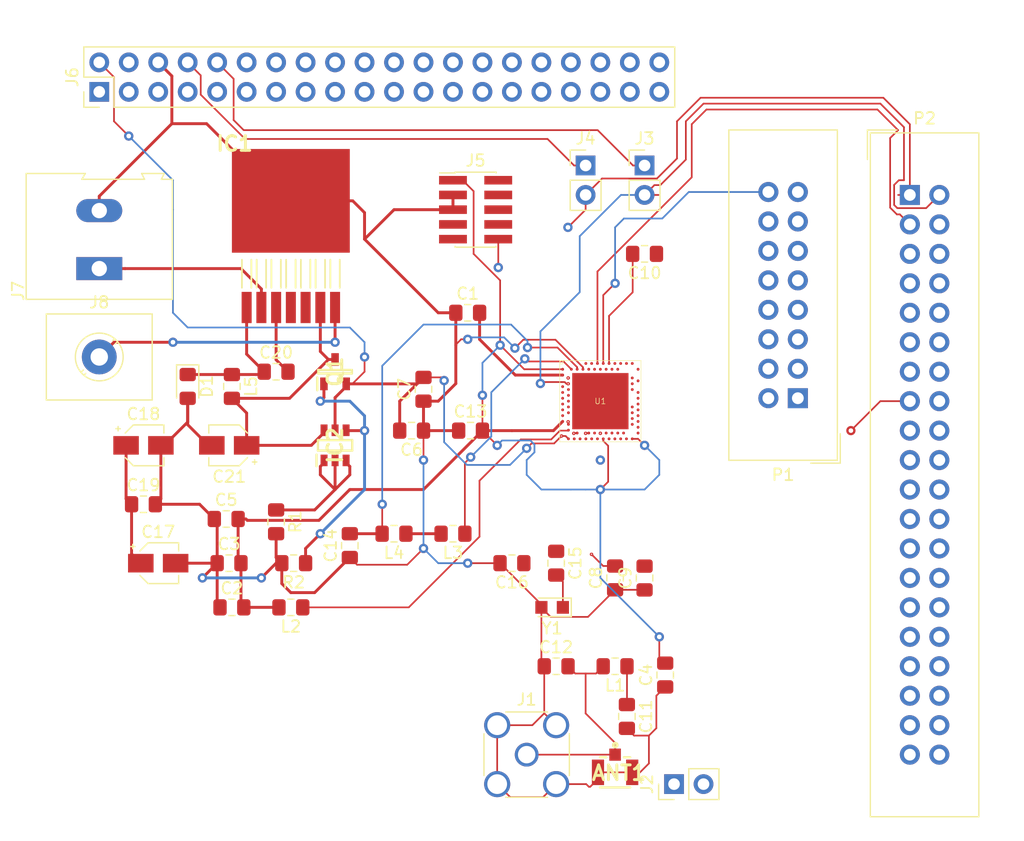
<source format=kicad_pcb>
(kicad_pcb (version 20171130) (host pcbnew "(5.0.0)")

  (general
    (thickness 1.6)
    (drawings 0)
    (tracks 423)
    (zones 0)
    (modules 45)
    (nets 132)
  )

  (page A4)
  (layers
    (0 F.Cu signal)
    (1 In1.Cu signal)
    (2 In2.Cu signal)
    (31 B.Cu signal)
    (32 B.Adhes user)
    (33 F.Adhes user)
    (34 B.Paste user)
    (35 F.Paste user)
    (36 B.SilkS user)
    (37 F.SilkS user)
    (38 B.Mask user)
    (39 F.Mask user)
    (40 Dwgs.User user)
    (41 Cmts.User user)
    (42 Eco1.User user)
    (43 Eco2.User user)
    (44 Edge.Cuts user)
    (45 Margin user)
    (46 B.CrtYd user)
    (47 F.CrtYd user)
    (48 B.Fab user)
    (49 F.Fab user)
  )

  (setup
    (last_trace_width 0.145)
    (user_trace_width 0.145)
    (trace_clearance 0.2)
    (zone_clearance 0.508)
    (zone_45_only no)
    (trace_min 0.145)
    (segment_width 0.2)
    (edge_width 0.15)
    (via_size 0.8)
    (via_drill 0.4)
    (via_min_size 0.15)
    (via_min_drill 0.35)
    (blind_buried_vias_allowed yes)
    (uvia_size 0.3)
    (uvia_drill 0.1)
    (uvias_allowed yes)
    (uvia_min_size 0.2)
    (uvia_min_drill 0.1)
    (pcb_text_width 0.3)
    (pcb_text_size 1.5 1.5)
    (mod_edge_width 0.15)
    (mod_text_size 1 1)
    (mod_text_width 0.15)
    (pad_size 1.524 1.524)
    (pad_drill 0.762)
    (pad_to_mask_clearance 0.2)
    (aux_axis_origin 0 0)
    (visible_elements 7FFFFFFF)
    (pcbplotparams
      (layerselection 0x010fc_ffffffff)
      (usegerberextensions false)
      (usegerberattributes false)
      (usegerberadvancedattributes false)
      (creategerberjobfile false)
      (excludeedgelayer true)
      (linewidth 0.100000)
      (plotframeref false)
      (viasonmask false)
      (mode 1)
      (useauxorigin false)
      (hpglpennumber 1)
      (hpglpenspeed 20)
      (hpglpendiameter 15.000000)
      (psnegative false)
      (psa4output false)
      (plotreference true)
      (plotvalue true)
      (plotinvisibletext false)
      (padsonsilk false)
      (subtractmaskfromsilk false)
      (outputformat 1)
      (mirror false)
      (drillshape 1)
      (scaleselection 1)
      (outputdirectory ""))
  )

  (net 0 "")
  (net 1 "Net-(ANT1-Pad1)")
  (net 2 "Ground (VSS_PA)")
  (net 3 "1.1vsup_decup(dec1)")
  (net 4 "VDD(A14)")
  (net 5 VDDH)
  (net 6 decusb3.3v)
  (net 7 "1.3vsup_decup(flash)(dec5)")
  (net 8 "1.3vsup_decup(rf)(dec2)")
  (net 9 ant)
  (net 10 "1.3vsup_decup(dec4)")
  (net 11 XC2)
  (net 12 "Net-(C15-Pad2)")
  (net 13 XC1)
  (net 14 +12V)
  (net 15 "Net-(C20-Pad2)")
  (net 16 "Net-(C20-Pad1)")
  (net 17 "Net-(C21-Pad1)")
  (net 18 "Net-(IC1-Pad4)")
  (net 19 "Net-(IC1-Pad5)")
  (net 20 "Net-(IC1-Pad7)")
  (net 21 "Net-(IC2-Pad1)")
  (net 22 "Net-(IC2-Pad4)")
  (net 23 P0.10)
  (net 24 P0.09)
  (net 25 P0.01)
  (net 26 "Net-(J3-Pad1)")
  (net 27 "Net-(J4-Pad1)")
  (net 28 p0.00)
  (net 29 SWDIO)
  (net 30 SWDCLK)
  (net 31 "Net-(J5-Pad6)")
  (net 32 "Net-(J5-Pad7)")
  (net 33 "Net-(J5-Pad8)")
  (net 34 "Net-(J5-Pad9)")
  (net 35 P0.18)
  (net 36 "Net-(J6-Pad1)")
  (net 37 "Net-(J6-Pad3)")
  (net 38 "Net-(J6-Pad4)")
  (net 39 "Net-(J6-Pad5)")
  (net 40 "Net-(J6-Pad7)")
  (net 41 "Net-(J6-Pad9)")
  (net 42 "Net-(J6-Pad11)")
  (net 43 "Net-(J6-Pad12)")
  (net 44 "Net-(J6-Pad13)")
  (net 45 "Net-(J6-Pad14)")
  (net 46 "Net-(J6-Pad15)")
  (net 47 "Net-(J6-Pad16)")
  (net 48 "Net-(J6-Pad17)")
  (net 49 "Net-(J6-Pad18)")
  (net 50 "Net-(J6-Pad19)")
  (net 51 "Net-(J6-Pad20)")
  (net 52 "Net-(J6-Pad21)")
  (net 53 "Net-(J6-Pad22)")
  (net 54 "Net-(J6-Pad23)")
  (net 55 "Net-(J6-Pad24)")
  (net 56 "Net-(J6-Pad25)")
  (net 57 "Net-(J6-Pad26)")
  (net 58 "Net-(J6-Pad27)")
  (net 59 "Net-(J6-Pad28)")
  (net 60 "Net-(J6-Pad29)")
  (net 61 "Net-(J6-Pad30)")
  (net 62 "Net-(J6-Pad31)")
  (net 63 "Net-(J6-Pad32)")
  (net 64 "Net-(J6-Pad33)")
  (net 65 "Net-(J6-Pad34)")
  (net 66 "Net-(J6-Pad35)")
  (net 67 "Net-(J6-Pad36)")
  (net 68 "Net-(J6-Pad37)")
  (net 69 "Net-(J6-Pad38)")
  (net 70 "Net-(J6-Pad39)")
  (net 71 "Net-(J6-Pad40)")
  (net 72 DCCH)
  (net 73 DCC)
  (net 74 "Net-(L3-Pad2)")
  (net 75 P1.00)
  (net 76 P1.01)
  (net 77 P1.02)
  (net 78 P1.03)
  (net 79 P1.04)
  (net 80 P1.05)
  (net 81 P1.06)
  (net 82 P1.07)
  (net 83 P1.08)
  (net 84 P1.09)
  (net 85 P1.10)
  (net 86 P1.11)
  (net 87 P1.12)
  (net 88 P1.13)
  (net 89 P1.14)
  (net 90 P1.15)
  (net 91 P0.02)
  (net 92 P0.03)
  (net 93 P0.04)
  (net 94 P0.05)
  (net 95 P0.06)
  (net 96 P0.07)
  (net 97 P0.08)
  (net 98 P0.11)
  (net 99 P0.12)
  (net 100 P0.13)
  (net 101 P0.14)
  (net 102 P0.15)
  (net 103 P0.16)
  (net 104 P0.17)
  (net 105 P0.19)
  (net 106 P0.20)
  (net 107 P0.21)
  (net 108 P0.24)
  (net 109 P0.23)
  (net 110 P0.26)
  (net 111 P0.25)
  (net 112 P0.28)
  (net 113 P0.27)
  (net 114 P0.30)
  (net 115 P0.29)
  (net 116 P0.31)
  (net 117 "Net-(P2-Pad31)")
  (net 118 "Net-(P2-Pad32)")
  (net 119 "Net-(P2-Pad33)")
  (net 120 "Net-(P2-Pad34)")
  (net 121 "Net-(P2-Pad35)")
  (net 122 "Net-(P2-Pad36)")
  (net 123 "Net-(P2-Pad37)")
  (net 124 "Net-(P2-Pad38)")
  (net 125 "Net-(P2-Pad39)")
  (net 126 "Net-(P2-Pad40)")
  (net 127 usbdata-)
  (net 128 usbdata+)
  (net 129 P0.22)
  (net 130 "1.3vsup_decup2(rf)(dec6)")
  (net 131 "psu_decup(dec3)")

  (net_class Default "This is the default net class."
    (clearance 0.2)
    (trace_width 0.25)
    (via_dia 0.8)
    (via_drill 0.4)
    (uvia_dia 0.3)
    (uvia_drill 0.1)
    (add_net +12V)
    (add_net "1.1vsup_decup(dec1)")
    (add_net "1.3vsup_decup(dec4)")
    (add_net "1.3vsup_decup(flash)(dec5)")
    (add_net "1.3vsup_decup(rf)(dec2)")
    (add_net "1.3vsup_decup2(rf)(dec6)")
    (add_net DCC)
    (add_net DCCH)
    (add_net "Ground (VSS_PA)")
    (add_net "Net-(ANT1-Pad1)")
    (add_net "Net-(C15-Pad2)")
    (add_net "Net-(C20-Pad1)")
    (add_net "Net-(C20-Pad2)")
    (add_net "Net-(C21-Pad1)")
    (add_net "Net-(IC1-Pad4)")
    (add_net "Net-(IC1-Pad5)")
    (add_net "Net-(IC1-Pad7)")
    (add_net "Net-(IC2-Pad1)")
    (add_net "Net-(IC2-Pad4)")
    (add_net "Net-(J3-Pad1)")
    (add_net "Net-(J4-Pad1)")
    (add_net "Net-(J5-Pad6)")
    (add_net "Net-(J5-Pad7)")
    (add_net "Net-(J5-Pad8)")
    (add_net "Net-(J5-Pad9)")
    (add_net "Net-(J6-Pad1)")
    (add_net "Net-(J6-Pad11)")
    (add_net "Net-(J6-Pad12)")
    (add_net "Net-(J6-Pad13)")
    (add_net "Net-(J6-Pad14)")
    (add_net "Net-(J6-Pad15)")
    (add_net "Net-(J6-Pad16)")
    (add_net "Net-(J6-Pad17)")
    (add_net "Net-(J6-Pad18)")
    (add_net "Net-(J6-Pad19)")
    (add_net "Net-(J6-Pad20)")
    (add_net "Net-(J6-Pad21)")
    (add_net "Net-(J6-Pad22)")
    (add_net "Net-(J6-Pad23)")
    (add_net "Net-(J6-Pad24)")
    (add_net "Net-(J6-Pad25)")
    (add_net "Net-(J6-Pad26)")
    (add_net "Net-(J6-Pad27)")
    (add_net "Net-(J6-Pad28)")
    (add_net "Net-(J6-Pad29)")
    (add_net "Net-(J6-Pad3)")
    (add_net "Net-(J6-Pad30)")
    (add_net "Net-(J6-Pad31)")
    (add_net "Net-(J6-Pad32)")
    (add_net "Net-(J6-Pad33)")
    (add_net "Net-(J6-Pad34)")
    (add_net "Net-(J6-Pad35)")
    (add_net "Net-(J6-Pad36)")
    (add_net "Net-(J6-Pad37)")
    (add_net "Net-(J6-Pad38)")
    (add_net "Net-(J6-Pad39)")
    (add_net "Net-(J6-Pad4)")
    (add_net "Net-(J6-Pad40)")
    (add_net "Net-(J6-Pad5)")
    (add_net "Net-(J6-Pad7)")
    (add_net "Net-(J6-Pad9)")
    (add_net "Net-(L3-Pad2)")
    (add_net "Net-(P2-Pad31)")
    (add_net "Net-(P2-Pad32)")
    (add_net "Net-(P2-Pad33)")
    (add_net "Net-(P2-Pad34)")
    (add_net "Net-(P2-Pad35)")
    (add_net "Net-(P2-Pad36)")
    (add_net "Net-(P2-Pad37)")
    (add_net "Net-(P2-Pad38)")
    (add_net "Net-(P2-Pad39)")
    (add_net "Net-(P2-Pad40)")
    (add_net P0.01)
    (add_net P0.02)
    (add_net P0.03)
    (add_net P0.04)
    (add_net P0.05)
    (add_net P0.06)
    (add_net P0.07)
    (add_net P0.08)
    (add_net P0.09)
    (add_net P0.10)
    (add_net P0.11)
    (add_net P0.12)
    (add_net P0.13)
    (add_net P0.14)
    (add_net P0.15)
    (add_net P0.16)
    (add_net P0.17)
    (add_net P0.18)
    (add_net P0.19)
    (add_net P0.20)
    (add_net P0.21)
    (add_net P0.22)
    (add_net P0.23)
    (add_net P0.24)
    (add_net P0.25)
    (add_net P0.26)
    (add_net P0.27)
    (add_net P0.28)
    (add_net P0.29)
    (add_net P0.30)
    (add_net P0.31)
    (add_net P1.00)
    (add_net P1.01)
    (add_net P1.02)
    (add_net P1.03)
    (add_net P1.04)
    (add_net P1.05)
    (add_net P1.06)
    (add_net P1.07)
    (add_net P1.08)
    (add_net P1.09)
    (add_net P1.10)
    (add_net P1.11)
    (add_net P1.12)
    (add_net P1.13)
    (add_net P1.14)
    (add_net P1.15)
    (add_net SWDCLK)
    (add_net SWDIO)
    (add_net "VDD(A14)")
    (add_net VDDH)
    (add_net XC1)
    (add_net XC2)
    (add_net ant)
    (add_net decusb3.3v)
    (add_net p0.00)
    (add_net "psu_decup(dec3)")
    (add_net usbdata+)
    (add_net usbdata-)
  )

  (module SamacSys_Parts:CONUFL001-SMD (layer F.Cu) (tedit 5C86547D) (tstamp 5C931CCC)
    (at 85.09 98.045 180)
    (descr CONUFL001-SMD)
    (tags Antenna)
    (path /5C9FDFE4/5C885D44)
    (attr smd)
    (fp_text reference ANT1 (at -0.332 -0.051 180) (layer F.SilkS)
      (effects (font (size 1.27 1.27) (thickness 0.254)))
    )
    (fp_text value CONUFL001-SMD (at -0.332 -0.051 180) (layer F.SilkS) hide
      (effects (font (size 1.27 1.27) (thickness 0.254)))
    )
    (fp_line (start -1.3 -1.3) (end 1.3 -1.3) (layer Dwgs.User) (width 0.2))
    (fp_line (start 1.3 -1.3) (end 1.3 1.3) (layer Dwgs.User) (width 0.2))
    (fp_line (start 1.3 1.3) (end -1.3 1.3) (layer Dwgs.User) (width 0.2))
    (fp_line (start -1.3 1.3) (end -1.3 -1.3) (layer Dwgs.User) (width 0.2))
    (fp_line (start -1.3 -1.3) (end 1.3 -1.3) (layer F.SilkS) (width 0.2))
    (fp_line (start -1.3 1.3) (end -0.761 1.3) (layer F.SilkS) (width 0.2))
    (fp_line (start 1.3 1.3) (end 0.761 1.3) (layer F.SilkS) (width 0.2))
    (fp_circle (center -0.013 2.353) (end -0.044 2.353) (layer F.SilkS) (width 0.254))
    (pad 1 smd rect (at 0 1.525 180) (size 1 1.05) (layers F.Cu F.Paste F.Mask)
      (net 1 "Net-(ANT1-Pad1)"))
    (pad 2 smd rect (at -1.475 0 180) (size 1.05 2.2) (layers F.Cu F.Paste F.Mask)
      (net 2 "Ground (VSS_PA)"))
    (pad 3 smd rect (at 1.475 0 180) (size 1.05 2.2) (layers F.Cu F.Paste F.Mask)
      (net 2 "Ground (VSS_PA)"))
  )

  (module Capacitor_SMD:C_0805_2012Metric_Pad1.15x1.40mm_HandSolder (layer F.Cu) (tedit 5B36C52B) (tstamp 5C931CDD)
    (at 72.39 58.42)
    (descr "Capacitor SMD 0805 (2012 Metric), square (rectangular) end terminal, IPC_7351 nominal with elongated pad for handsoldering. (Body size source: https://docs.google.com/spreadsheets/d/1BsfQQcO9C6DZCsRaXUlFlo91Tg2WpOkGARC1WS5S8t0/edit?usp=sharing), generated with kicad-footprint-generator")
    (tags "capacitor handsolder")
    (path /5C9FDFE4/5CC155B9)
    (attr smd)
    (fp_text reference C1 (at 0 -1.65) (layer F.SilkS)
      (effects (font (size 1 1) (thickness 0.15)))
    )
    (fp_text value 100nF (at 0 1.65) (layer F.Fab)
      (effects (font (size 1 1) (thickness 0.15)))
    )
    (fp_text user %R (at 0 0) (layer F.Fab)
      (effects (font (size 0.5 0.5) (thickness 0.08)))
    )
    (fp_line (start 1.85 0.95) (end -1.85 0.95) (layer F.CrtYd) (width 0.05))
    (fp_line (start 1.85 -0.95) (end 1.85 0.95) (layer F.CrtYd) (width 0.05))
    (fp_line (start -1.85 -0.95) (end 1.85 -0.95) (layer F.CrtYd) (width 0.05))
    (fp_line (start -1.85 0.95) (end -1.85 -0.95) (layer F.CrtYd) (width 0.05))
    (fp_line (start -0.261252 0.71) (end 0.261252 0.71) (layer F.SilkS) (width 0.12))
    (fp_line (start -0.261252 -0.71) (end 0.261252 -0.71) (layer F.SilkS) (width 0.12))
    (fp_line (start 1 0.6) (end -1 0.6) (layer F.Fab) (width 0.1))
    (fp_line (start 1 -0.6) (end 1 0.6) (layer F.Fab) (width 0.1))
    (fp_line (start -1 -0.6) (end 1 -0.6) (layer F.Fab) (width 0.1))
    (fp_line (start -1 0.6) (end -1 -0.6) (layer F.Fab) (width 0.1))
    (pad 2 smd roundrect (at 1.025 0) (size 1.15 1.4) (layers F.Cu F.Paste F.Mask) (roundrect_rratio 0.217391)
      (net 3 "1.1vsup_decup(dec1)"))
    (pad 1 smd roundrect (at -1.025 0) (size 1.15 1.4) (layers F.Cu F.Paste F.Mask) (roundrect_rratio 0.217391)
      (net 2 "Ground (VSS_PA)"))
    (model ${KISYS3DMOD}/Capacitor_SMD.3dshapes/C_0805_2012Metric.wrl
      (at (xyz 0 0 0))
      (scale (xyz 1 1 1))
      (rotate (xyz 0 0 0))
    )
  )

  (module Capacitor_SMD:C_0805_2012Metric_Pad1.15x1.40mm_HandSolder (layer F.Cu) (tedit 5B36C52B) (tstamp 5C931CEE)
    (at 52.07 83.82)
    (descr "Capacitor SMD 0805 (2012 Metric), square (rectangular) end terminal, IPC_7351 nominal with elongated pad for handsoldering. (Body size source: https://docs.google.com/spreadsheets/d/1BsfQQcO9C6DZCsRaXUlFlo91Tg2WpOkGARC1WS5S8t0/edit?usp=sharing), generated with kicad-footprint-generator")
    (tags "capacitor handsolder")
    (path /5C9FDFE4/5CC155E6)
    (attr smd)
    (fp_text reference C2 (at 0 -1.65) (layer F.SilkS)
      (effects (font (size 1 1) (thickness 0.15)))
    )
    (fp_text value 1.0uF (at 0 1.65) (layer F.Fab)
      (effects (font (size 1 1) (thickness 0.15)))
    )
    (fp_text user %R (at 0 0) (layer F.Fab)
      (effects (font (size 0.5 0.5) (thickness 0.08)))
    )
    (fp_line (start 1.85 0.95) (end -1.85 0.95) (layer F.CrtYd) (width 0.05))
    (fp_line (start 1.85 -0.95) (end 1.85 0.95) (layer F.CrtYd) (width 0.05))
    (fp_line (start -1.85 -0.95) (end 1.85 -0.95) (layer F.CrtYd) (width 0.05))
    (fp_line (start -1.85 0.95) (end -1.85 -0.95) (layer F.CrtYd) (width 0.05))
    (fp_line (start -0.261252 0.71) (end 0.261252 0.71) (layer F.SilkS) (width 0.12))
    (fp_line (start -0.261252 -0.71) (end 0.261252 -0.71) (layer F.SilkS) (width 0.12))
    (fp_line (start 1 0.6) (end -1 0.6) (layer F.Fab) (width 0.1))
    (fp_line (start 1 -0.6) (end 1 0.6) (layer F.Fab) (width 0.1))
    (fp_line (start -1 -0.6) (end 1 -0.6) (layer F.Fab) (width 0.1))
    (fp_line (start -1 0.6) (end -1 -0.6) (layer F.Fab) (width 0.1))
    (pad 2 smd roundrect (at 1.025 0) (size 1.15 1.4) (layers F.Cu F.Paste F.Mask) (roundrect_rratio 0.217391)
      (net 4 "VDD(A14)"))
    (pad 1 smd roundrect (at -1.025 0) (size 1.15 1.4) (layers F.Cu F.Paste F.Mask) (roundrect_rratio 0.217391)
      (net 2 "Ground (VSS_PA)"))
    (model ${KISYS3DMOD}/Capacitor_SMD.3dshapes/C_0805_2012Metric.wrl
      (at (xyz 0 0 0))
      (scale (xyz 1 1 1))
      (rotate (xyz 0 0 0))
    )
  )

  (module Capacitor_SMD:C_0805_2012Metric_Pad1.15x1.40mm_HandSolder (layer F.Cu) (tedit 5B36C52B) (tstamp 5C931CFF)
    (at 51.825 80.01)
    (descr "Capacitor SMD 0805 (2012 Metric), square (rectangular) end terminal, IPC_7351 nominal with elongated pad for handsoldering. (Body size source: https://docs.google.com/spreadsheets/d/1BsfQQcO9C6DZCsRaXUlFlo91Tg2WpOkGARC1WS5S8t0/edit?usp=sharing), generated with kicad-footprint-generator")
    (tags "capacitor handsolder")
    (path /5C9FDFE4/5CC5F901)
    (attr smd)
    (fp_text reference C3 (at 0 -1.65) (layer F.SilkS)
      (effects (font (size 1 1) (thickness 0.15)))
    )
    (fp_text value 1.0uF (at 0 1.65) (layer F.Fab)
      (effects (font (size 1 1) (thickness 0.15)))
    )
    (fp_line (start -1 0.6) (end -1 -0.6) (layer F.Fab) (width 0.1))
    (fp_line (start -1 -0.6) (end 1 -0.6) (layer F.Fab) (width 0.1))
    (fp_line (start 1 -0.6) (end 1 0.6) (layer F.Fab) (width 0.1))
    (fp_line (start 1 0.6) (end -1 0.6) (layer F.Fab) (width 0.1))
    (fp_line (start -0.261252 -0.71) (end 0.261252 -0.71) (layer F.SilkS) (width 0.12))
    (fp_line (start -0.261252 0.71) (end 0.261252 0.71) (layer F.SilkS) (width 0.12))
    (fp_line (start -1.85 0.95) (end -1.85 -0.95) (layer F.CrtYd) (width 0.05))
    (fp_line (start -1.85 -0.95) (end 1.85 -0.95) (layer F.CrtYd) (width 0.05))
    (fp_line (start 1.85 -0.95) (end 1.85 0.95) (layer F.CrtYd) (width 0.05))
    (fp_line (start 1.85 0.95) (end -1.85 0.95) (layer F.CrtYd) (width 0.05))
    (fp_text user %R (at 0 0) (layer F.Fab)
      (effects (font (size 0.5 0.5) (thickness 0.08)))
    )
    (pad 1 smd roundrect (at -1.025 0) (size 1.15 1.4) (layers F.Cu F.Paste F.Mask) (roundrect_rratio 0.217391)
      (net 2 "Ground (VSS_PA)"))
    (pad 2 smd roundrect (at 1.025 0) (size 1.15 1.4) (layers F.Cu F.Paste F.Mask) (roundrect_rratio 0.217391)
      (net 4 "VDD(A14)"))
    (model ${KISYS3DMOD}/Capacitor_SMD.3dshapes/C_0805_2012Metric.wrl
      (at (xyz 0 0 0))
      (scale (xyz 1 1 1))
      (rotate (xyz 0 0 0))
    )
  )

  (module Capacitor_SMD:C_0805_2012Metric_Pad1.15x1.40mm_HandSolder (layer F.Cu) (tedit 5B36C52B) (tstamp 5C931D10)
    (at 89.408 89.653 90)
    (descr "Capacitor SMD 0805 (2012 Metric), square (rectangular) end terminal, IPC_7351 nominal with elongated pad for handsoldering. (Body size source: https://docs.google.com/spreadsheets/d/1BsfQQcO9C6DZCsRaXUlFlo91Tg2WpOkGARC1WS5S8t0/edit?usp=sharing), generated with kicad-footprint-generator")
    (tags "capacitor handsolder")
    (path /5C9FDFE4/5CC5F925)
    (attr smd)
    (fp_text reference C4 (at 0 -1.65 90) (layer F.SilkS)
      (effects (font (size 1 1) (thickness 0.15)))
    )
    (fp_text value 1.0uF (at 0 1.65 90) (layer F.Fab)
      (effects (font (size 1 1) (thickness 0.15)))
    )
    (fp_text user %R (at 0 0 90) (layer F.Fab)
      (effects (font (size 0.5 0.5) (thickness 0.08)))
    )
    (fp_line (start 1.85 0.95) (end -1.85 0.95) (layer F.CrtYd) (width 0.05))
    (fp_line (start 1.85 -0.95) (end 1.85 0.95) (layer F.CrtYd) (width 0.05))
    (fp_line (start -1.85 -0.95) (end 1.85 -0.95) (layer F.CrtYd) (width 0.05))
    (fp_line (start -1.85 0.95) (end -1.85 -0.95) (layer F.CrtYd) (width 0.05))
    (fp_line (start -0.261252 0.71) (end 0.261252 0.71) (layer F.SilkS) (width 0.12))
    (fp_line (start -0.261252 -0.71) (end 0.261252 -0.71) (layer F.SilkS) (width 0.12))
    (fp_line (start 1 0.6) (end -1 0.6) (layer F.Fab) (width 0.1))
    (fp_line (start 1 -0.6) (end 1 0.6) (layer F.Fab) (width 0.1))
    (fp_line (start -1 -0.6) (end 1 -0.6) (layer F.Fab) (width 0.1))
    (fp_line (start -1 0.6) (end -1 -0.6) (layer F.Fab) (width 0.1))
    (pad 2 smd roundrect (at 1.025 0 90) (size 1.15 1.4) (layers F.Cu F.Paste F.Mask) (roundrect_rratio 0.217391)
      (net 4 "VDD(A14)"))
    (pad 1 smd roundrect (at -1.025 0 90) (size 1.15 1.4) (layers F.Cu F.Paste F.Mask) (roundrect_rratio 0.217391)
      (net 2 "Ground (VSS_PA)"))
    (model ${KISYS3DMOD}/Capacitor_SMD.3dshapes/C_0805_2012Metric.wrl
      (at (xyz 0 0 0))
      (scale (xyz 1 1 1))
      (rotate (xyz 0 0 0))
    )
  )

  (module Capacitor_SMD:C_0805_2012Metric_Pad1.15x1.40mm_HandSolder (layer F.Cu) (tedit 5B36C52B) (tstamp 5C931D21)
    (at 51.58 76.2)
    (descr "Capacitor SMD 0805 (2012 Metric), square (rectangular) end terminal, IPC_7351 nominal with elongated pad for handsoldering. (Body size source: https://docs.google.com/spreadsheets/d/1BsfQQcO9C6DZCsRaXUlFlo91Tg2WpOkGARC1WS5S8t0/edit?usp=sharing), generated with kicad-footprint-generator")
    (tags "capacitor handsolder")
    (path /5C9FDFE4/5CC9F77D)
    (attr smd)
    (fp_text reference C5 (at 0 -1.65) (layer F.SilkS)
      (effects (font (size 1 1) (thickness 0.15)))
    )
    (fp_text value 1.0uF (at 0 1.65) (layer F.Fab)
      (effects (font (size 1 1) (thickness 0.15)))
    )
    (fp_line (start -1 0.6) (end -1 -0.6) (layer F.Fab) (width 0.1))
    (fp_line (start -1 -0.6) (end 1 -0.6) (layer F.Fab) (width 0.1))
    (fp_line (start 1 -0.6) (end 1 0.6) (layer F.Fab) (width 0.1))
    (fp_line (start 1 0.6) (end -1 0.6) (layer F.Fab) (width 0.1))
    (fp_line (start -0.261252 -0.71) (end 0.261252 -0.71) (layer F.SilkS) (width 0.12))
    (fp_line (start -0.261252 0.71) (end 0.261252 0.71) (layer F.SilkS) (width 0.12))
    (fp_line (start -1.85 0.95) (end -1.85 -0.95) (layer F.CrtYd) (width 0.05))
    (fp_line (start -1.85 -0.95) (end 1.85 -0.95) (layer F.CrtYd) (width 0.05))
    (fp_line (start 1.85 -0.95) (end 1.85 0.95) (layer F.CrtYd) (width 0.05))
    (fp_line (start 1.85 0.95) (end -1.85 0.95) (layer F.CrtYd) (width 0.05))
    (fp_text user %R (at 0 0) (layer F.Fab)
      (effects (font (size 0.5 0.5) (thickness 0.08)))
    )
    (pad 1 smd roundrect (at -1.025 0) (size 1.15 1.4) (layers F.Cu F.Paste F.Mask) (roundrect_rratio 0.217391)
      (net 2 "Ground (VSS_PA)"))
    (pad 2 smd roundrect (at 1.025 0) (size 1.15 1.4) (layers F.Cu F.Paste F.Mask) (roundrect_rratio 0.217391)
      (net 4 "VDD(A14)"))
    (model ${KISYS3DMOD}/Capacitor_SMD.3dshapes/C_0805_2012Metric.wrl
      (at (xyz 0 0 0))
      (scale (xyz 1 1 1))
      (rotate (xyz 0 0 0))
    )
  )

  (module Capacitor_SMD:C_0805_2012Metric_Pad1.15x1.40mm_HandSolder (layer F.Cu) (tedit 5B36C52B) (tstamp 5C931D32)
    (at 67.555 68.58 180)
    (descr "Capacitor SMD 0805 (2012 Metric), square (rectangular) end terminal, IPC_7351 nominal with elongated pad for handsoldering. (Body size source: https://docs.google.com/spreadsheets/d/1BsfQQcO9C6DZCsRaXUlFlo91Tg2WpOkGARC1WS5S8t0/edit?usp=sharing), generated with kicad-footprint-generator")
    (tags "capacitor handsolder")
    (path /5C9FDFE4/5CC15676)
    (attr smd)
    (fp_text reference C6 (at 0 -1.65 180) (layer F.SilkS)
      (effects (font (size 1 1) (thickness 0.15)))
    )
    (fp_text value 4.7uf (at 0 1.65 180) (layer F.Fab)
      (effects (font (size 1 1) (thickness 0.15)))
    )
    (fp_line (start -1 0.6) (end -1 -0.6) (layer F.Fab) (width 0.1))
    (fp_line (start -1 -0.6) (end 1 -0.6) (layer F.Fab) (width 0.1))
    (fp_line (start 1 -0.6) (end 1 0.6) (layer F.Fab) (width 0.1))
    (fp_line (start 1 0.6) (end -1 0.6) (layer F.Fab) (width 0.1))
    (fp_line (start -0.261252 -0.71) (end 0.261252 -0.71) (layer F.SilkS) (width 0.12))
    (fp_line (start -0.261252 0.71) (end 0.261252 0.71) (layer F.SilkS) (width 0.12))
    (fp_line (start -1.85 0.95) (end -1.85 -0.95) (layer F.CrtYd) (width 0.05))
    (fp_line (start -1.85 -0.95) (end 1.85 -0.95) (layer F.CrtYd) (width 0.05))
    (fp_line (start 1.85 -0.95) (end 1.85 0.95) (layer F.CrtYd) (width 0.05))
    (fp_line (start 1.85 0.95) (end -1.85 0.95) (layer F.CrtYd) (width 0.05))
    (fp_text user %R (at 0 0 180) (layer F.Fab)
      (effects (font (size 0.5 0.5) (thickness 0.08)))
    )
    (pad 1 smd roundrect (at -1.025 0 180) (size 1.15 1.4) (layers F.Cu F.Paste F.Mask) (roundrect_rratio 0.217391)
      (net 2 "Ground (VSS_PA)"))
    (pad 2 smd roundrect (at 1.025 0 180) (size 1.15 1.4) (layers F.Cu F.Paste F.Mask) (roundrect_rratio 0.217391)
      (net 5 VDDH))
    (model ${KISYS3DMOD}/Capacitor_SMD.3dshapes/C_0805_2012Metric.wrl
      (at (xyz 0 0 0))
      (scale (xyz 1 1 1))
      (rotate (xyz 0 0 0))
    )
  )

  (module Capacitor_SMD:C_0805_2012Metric_Pad1.15x1.40mm_HandSolder (layer F.Cu) (tedit 5B36C52B) (tstamp 5C931D43)
    (at 68.58 65.015 90)
    (descr "Capacitor SMD 0805 (2012 Metric), square (rectangular) end terminal, IPC_7351 nominal with elongated pad for handsoldering. (Body size source: https://docs.google.com/spreadsheets/d/1BsfQQcO9C6DZCsRaXUlFlo91Tg2WpOkGARC1WS5S8t0/edit?usp=sharing), generated with kicad-footprint-generator")
    (tags "capacitor handsolder")
    (path /5C9FDFE4/5CC15601)
    (attr smd)
    (fp_text reference C7 (at 0 -1.65 90) (layer F.SilkS)
      (effects (font (size 1 1) (thickness 0.15)))
    )
    (fp_text value 407uF (at 0 1.65 90) (layer F.Fab)
      (effects (font (size 1 1) (thickness 0.15)))
    )
    (fp_line (start -1 0.6) (end -1 -0.6) (layer F.Fab) (width 0.1))
    (fp_line (start -1 -0.6) (end 1 -0.6) (layer F.Fab) (width 0.1))
    (fp_line (start 1 -0.6) (end 1 0.6) (layer F.Fab) (width 0.1))
    (fp_line (start 1 0.6) (end -1 0.6) (layer F.Fab) (width 0.1))
    (fp_line (start -0.261252 -0.71) (end 0.261252 -0.71) (layer F.SilkS) (width 0.12))
    (fp_line (start -0.261252 0.71) (end 0.261252 0.71) (layer F.SilkS) (width 0.12))
    (fp_line (start -1.85 0.95) (end -1.85 -0.95) (layer F.CrtYd) (width 0.05))
    (fp_line (start -1.85 -0.95) (end 1.85 -0.95) (layer F.CrtYd) (width 0.05))
    (fp_line (start 1.85 -0.95) (end 1.85 0.95) (layer F.CrtYd) (width 0.05))
    (fp_line (start 1.85 0.95) (end -1.85 0.95) (layer F.CrtYd) (width 0.05))
    (fp_text user %R (at 0 0 90) (layer F.Fab)
      (effects (font (size 0.5 0.5) (thickness 0.08)))
    )
    (pad 1 smd roundrect (at -1.025 0 90) (size 1.15 1.4) (layers F.Cu F.Paste F.Mask) (roundrect_rratio 0.217391)
      (net 2 "Ground (VSS_PA)"))
    (pad 2 smd roundrect (at 1.025 0 90) (size 1.15 1.4) (layers F.Cu F.Paste F.Mask) (roundrect_rratio 0.217391)
      (net 5 VDDH))
    (model ${KISYS3DMOD}/Capacitor_SMD.3dshapes/C_0805_2012Metric.wrl
      (at (xyz 0 0 0))
      (scale (xyz 1 1 1))
      (rotate (xyz 0 0 0))
    )
  )

  (module Capacitor_SMD:C_0805_2012Metric_Pad1.15x1.40mm_HandSolder (layer F.Cu) (tedit 5B36C52B) (tstamp 5C931D54)
    (at 85.09 81.28 90)
    (descr "Capacitor SMD 0805 (2012 Metric), square (rectangular) end terminal, IPC_7351 nominal with elongated pad for handsoldering. (Body size source: https://docs.google.com/spreadsheets/d/1BsfQQcO9C6DZCsRaXUlFlo91Tg2WpOkGARC1WS5S8t0/edit?usp=sharing), generated with kicad-footprint-generator")
    (tags "capacitor handsolder")
    (path /5C9FDFE4/5CC156D1)
    (attr smd)
    (fp_text reference C8 (at 0 -1.65 90) (layer F.SilkS)
      (effects (font (size 1 1) (thickness 0.15)))
    )
    (fp_text value 4.7uf (at 0 1.65 90) (layer F.Fab)
      (effects (font (size 1 1) (thickness 0.15)))
    )
    (fp_line (start -1 0.6) (end -1 -0.6) (layer F.Fab) (width 0.1))
    (fp_line (start -1 -0.6) (end 1 -0.6) (layer F.Fab) (width 0.1))
    (fp_line (start 1 -0.6) (end 1 0.6) (layer F.Fab) (width 0.1))
    (fp_line (start 1 0.6) (end -1 0.6) (layer F.Fab) (width 0.1))
    (fp_line (start -0.261252 -0.71) (end 0.261252 -0.71) (layer F.SilkS) (width 0.12))
    (fp_line (start -0.261252 0.71) (end 0.261252 0.71) (layer F.SilkS) (width 0.12))
    (fp_line (start -1.85 0.95) (end -1.85 -0.95) (layer F.CrtYd) (width 0.05))
    (fp_line (start -1.85 -0.95) (end 1.85 -0.95) (layer F.CrtYd) (width 0.05))
    (fp_line (start 1.85 -0.95) (end 1.85 0.95) (layer F.CrtYd) (width 0.05))
    (fp_line (start 1.85 0.95) (end -1.85 0.95) (layer F.CrtYd) (width 0.05))
    (fp_text user %R (at 0 0 90) (layer F.Fab)
      (effects (font (size 0.5 0.5) (thickness 0.08)))
    )
    (pad 1 smd roundrect (at -1.025 0 90) (size 1.15 1.4) (layers F.Cu F.Paste F.Mask) (roundrect_rratio 0.217391)
      (net 2 "Ground (VSS_PA)"))
    (pad 2 smd roundrect (at 1.025 0 90) (size 1.15 1.4) (layers F.Cu F.Paste F.Mask) (roundrect_rratio 0.217391)
      (net 6 decusb3.3v))
    (model ${KISYS3DMOD}/Capacitor_SMD.3dshapes/C_0805_2012Metric.wrl
      (at (xyz 0 0 0))
      (scale (xyz 1 1 1))
      (rotate (xyz 0 0 0))
    )
  )

  (module Capacitor_SMD:C_0805_2012Metric_Pad1.15x1.40mm_HandSolder (layer F.Cu) (tedit 5B36C52B) (tstamp 5C931D65)
    (at 87.63 81.289 90)
    (descr "Capacitor SMD 0805 (2012 Metric), square (rectangular) end terminal, IPC_7351 nominal with elongated pad for handsoldering. (Body size source: https://docs.google.com/spreadsheets/d/1BsfQQcO9C6DZCsRaXUlFlo91Tg2WpOkGARC1WS5S8t0/edit?usp=sharing), generated with kicad-footprint-generator")
    (tags "capacitor handsolder")
    (path /5C9FDFE4/5CC156A1)
    (attr smd)
    (fp_text reference C9 (at 0 -1.65 90) (layer F.SilkS)
      (effects (font (size 1 1) (thickness 0.15)))
    )
    (fp_text value nc (at 0 1.65 90) (layer F.Fab)
      (effects (font (size 1 1) (thickness 0.15)))
    )
    (fp_line (start -1 0.6) (end -1 -0.6) (layer F.Fab) (width 0.1))
    (fp_line (start -1 -0.6) (end 1 -0.6) (layer F.Fab) (width 0.1))
    (fp_line (start 1 -0.6) (end 1 0.6) (layer F.Fab) (width 0.1))
    (fp_line (start 1 0.6) (end -1 0.6) (layer F.Fab) (width 0.1))
    (fp_line (start -0.261252 -0.71) (end 0.261252 -0.71) (layer F.SilkS) (width 0.12))
    (fp_line (start -0.261252 0.71) (end 0.261252 0.71) (layer F.SilkS) (width 0.12))
    (fp_line (start -1.85 0.95) (end -1.85 -0.95) (layer F.CrtYd) (width 0.05))
    (fp_line (start -1.85 -0.95) (end 1.85 -0.95) (layer F.CrtYd) (width 0.05))
    (fp_line (start 1.85 -0.95) (end 1.85 0.95) (layer F.CrtYd) (width 0.05))
    (fp_line (start 1.85 0.95) (end -1.85 0.95) (layer F.CrtYd) (width 0.05))
    (fp_text user %R (at 0 0 90) (layer F.Fab)
      (effects (font (size 0.5 0.5) (thickness 0.08)))
    )
    (pad 1 smd roundrect (at -1.025 0 90) (size 1.15 1.4) (layers F.Cu F.Paste F.Mask) (roundrect_rratio 0.217391)
      (net 2 "Ground (VSS_PA)"))
    (pad 2 smd roundrect (at 1.025 0 90) (size 1.15 1.4) (layers F.Cu F.Paste F.Mask) (roundrect_rratio 0.217391)
      (net 7 "1.3vsup_decup(flash)(dec5)"))
    (model ${KISYS3DMOD}/Capacitor_SMD.3dshapes/C_0805_2012Metric.wrl
      (at (xyz 0 0 0))
      (scale (xyz 1 1 1))
      (rotate (xyz 0 0 0))
    )
  )

  (module Capacitor_SMD:C_0805_2012Metric_Pad1.15x1.40mm_HandSolder (layer F.Cu) (tedit 5B36C52B) (tstamp 5C931D76)
    (at 87.63 53.34 180)
    (descr "Capacitor SMD 0805 (2012 Metric), square (rectangular) end terminal, IPC_7351 nominal with elongated pad for handsoldering. (Body size source: https://docs.google.com/spreadsheets/d/1BsfQQcO9C6DZCsRaXUlFlo91Tg2WpOkGARC1WS5S8t0/edit?usp=sharing), generated with kicad-footprint-generator")
    (tags "capacitor handsolder")
    (path /5C9FDFE4/5CC1568C)
    (attr smd)
    (fp_text reference C10 (at 0 -1.65 180) (layer F.SilkS)
      (effects (font (size 1 1) (thickness 0.15)))
    )
    (fp_text value nc (at 0 1.65 180) (layer F.Fab)
      (effects (font (size 1 1) (thickness 0.15)))
    )
    (fp_text user %R (at 0 0 180) (layer F.Fab)
      (effects (font (size 0.5 0.5) (thickness 0.08)))
    )
    (fp_line (start 1.85 0.95) (end -1.85 0.95) (layer F.CrtYd) (width 0.05))
    (fp_line (start 1.85 -0.95) (end 1.85 0.95) (layer F.CrtYd) (width 0.05))
    (fp_line (start -1.85 -0.95) (end 1.85 -0.95) (layer F.CrtYd) (width 0.05))
    (fp_line (start -1.85 0.95) (end -1.85 -0.95) (layer F.CrtYd) (width 0.05))
    (fp_line (start -0.261252 0.71) (end 0.261252 0.71) (layer F.SilkS) (width 0.12))
    (fp_line (start -0.261252 -0.71) (end 0.261252 -0.71) (layer F.SilkS) (width 0.12))
    (fp_line (start 1 0.6) (end -1 0.6) (layer F.Fab) (width 0.1))
    (fp_line (start 1 -0.6) (end 1 0.6) (layer F.Fab) (width 0.1))
    (fp_line (start -1 -0.6) (end 1 -0.6) (layer F.Fab) (width 0.1))
    (fp_line (start -1 0.6) (end -1 -0.6) (layer F.Fab) (width 0.1))
    (pad 2 smd roundrect (at 1.025 0 180) (size 1.15 1.4) (layers F.Cu F.Paste F.Mask) (roundrect_rratio 0.217391)
      (net 8 "1.3vsup_decup(rf)(dec2)"))
    (pad 1 smd roundrect (at -1.025 0 180) (size 1.15 1.4) (layers F.Cu F.Paste F.Mask) (roundrect_rratio 0.217391)
      (net 2 "Ground (VSS_PA)"))
    (model ${KISYS3DMOD}/Capacitor_SMD.3dshapes/C_0805_2012Metric.wrl
      (at (xyz 0 0 0))
      (scale (xyz 1 1 1))
      (rotate (xyz 0 0 0))
    )
  )

  (module Capacitor_SMD:C_0805_2012Metric_Pad1.15x1.40mm_HandSolder (layer F.Cu) (tedit 5B36C52B) (tstamp 5C931D87)
    (at 86.106 93.227 270)
    (descr "Capacitor SMD 0805 (2012 Metric), square (rectangular) end terminal, IPC_7351 nominal with elongated pad for handsoldering. (Body size source: https://docs.google.com/spreadsheets/d/1BsfQQcO9C6DZCsRaXUlFlo91Tg2WpOkGARC1WS5S8t0/edit?usp=sharing), generated with kicad-footprint-generator")
    (tags "capacitor handsolder")
    (path /5C9FDFE4/5CC1562A)
    (attr smd)
    (fp_text reference C11 (at 0 -1.65 270) (layer F.SilkS)
      (effects (font (size 1 1) (thickness 0.15)))
    )
    (fp_text value 0.8pF (at 0 1.65 270) (layer F.Fab)
      (effects (font (size 1 1) (thickness 0.15)))
    )
    (fp_line (start -1 0.6) (end -1 -0.6) (layer F.Fab) (width 0.1))
    (fp_line (start -1 -0.6) (end 1 -0.6) (layer F.Fab) (width 0.1))
    (fp_line (start 1 -0.6) (end 1 0.6) (layer F.Fab) (width 0.1))
    (fp_line (start 1 0.6) (end -1 0.6) (layer F.Fab) (width 0.1))
    (fp_line (start -0.261252 -0.71) (end 0.261252 -0.71) (layer F.SilkS) (width 0.12))
    (fp_line (start -0.261252 0.71) (end 0.261252 0.71) (layer F.SilkS) (width 0.12))
    (fp_line (start -1.85 0.95) (end -1.85 -0.95) (layer F.CrtYd) (width 0.05))
    (fp_line (start -1.85 -0.95) (end 1.85 -0.95) (layer F.CrtYd) (width 0.05))
    (fp_line (start 1.85 -0.95) (end 1.85 0.95) (layer F.CrtYd) (width 0.05))
    (fp_line (start 1.85 0.95) (end -1.85 0.95) (layer F.CrtYd) (width 0.05))
    (fp_text user %R (at 0 0 270) (layer F.Fab)
      (effects (font (size 0.5 0.5) (thickness 0.08)))
    )
    (pad 1 smd roundrect (at -1.025 0 270) (size 1.15 1.4) (layers F.Cu F.Paste F.Mask) (roundrect_rratio 0.217391)
      (net 9 ant))
    (pad 2 smd roundrect (at 1.025 0 270) (size 1.15 1.4) (layers F.Cu F.Paste F.Mask) (roundrect_rratio 0.217391)
      (net 2 "Ground (VSS_PA)"))
    (model ${KISYS3DMOD}/Capacitor_SMD.3dshapes/C_0805_2012Metric.wrl
      (at (xyz 0 0 0))
      (scale (xyz 1 1 1))
      (rotate (xyz 0 0 0))
    )
  )

  (module Capacitor_SMD:C_0805_2012Metric_Pad1.15x1.40mm_HandSolder (layer F.Cu) (tedit 5B36C52B) (tstamp 5C931D98)
    (at 80.01 88.9)
    (descr "Capacitor SMD 0805 (2012 Metric), square (rectangular) end terminal, IPC_7351 nominal with elongated pad for handsoldering. (Body size source: https://docs.google.com/spreadsheets/d/1BsfQQcO9C6DZCsRaXUlFlo91Tg2WpOkGARC1WS5S8t0/edit?usp=sharing), generated with kicad-footprint-generator")
    (tags "capacitor handsolder")
    (path /5C9FDFE4/5CC1560F)
    (attr smd)
    (fp_text reference C12 (at 0 -1.65) (layer F.SilkS)
      (effects (font (size 1 1) (thickness 0.15)))
    )
    (fp_text value 0.5pF (at 0 1.65) (layer F.Fab)
      (effects (font (size 1 1) (thickness 0.15)))
    )
    (fp_text user %R (at 0 0) (layer F.Fab)
      (effects (font (size 0.5 0.5) (thickness 0.08)))
    )
    (fp_line (start 1.85 0.95) (end -1.85 0.95) (layer F.CrtYd) (width 0.05))
    (fp_line (start 1.85 -0.95) (end 1.85 0.95) (layer F.CrtYd) (width 0.05))
    (fp_line (start -1.85 -0.95) (end 1.85 -0.95) (layer F.CrtYd) (width 0.05))
    (fp_line (start -1.85 0.95) (end -1.85 -0.95) (layer F.CrtYd) (width 0.05))
    (fp_line (start -0.261252 0.71) (end 0.261252 0.71) (layer F.SilkS) (width 0.12))
    (fp_line (start -0.261252 -0.71) (end 0.261252 -0.71) (layer F.SilkS) (width 0.12))
    (fp_line (start 1 0.6) (end -1 0.6) (layer F.Fab) (width 0.1))
    (fp_line (start 1 -0.6) (end 1 0.6) (layer F.Fab) (width 0.1))
    (fp_line (start -1 -0.6) (end 1 -0.6) (layer F.Fab) (width 0.1))
    (fp_line (start -1 0.6) (end -1 -0.6) (layer F.Fab) (width 0.1))
    (pad 2 smd roundrect (at 1.025 0) (size 1.15 1.4) (layers F.Cu F.Paste F.Mask) (roundrect_rratio 0.217391)
      (net 1 "Net-(ANT1-Pad1)"))
    (pad 1 smd roundrect (at -1.025 0) (size 1.15 1.4) (layers F.Cu F.Paste F.Mask) (roundrect_rratio 0.217391)
      (net 2 "Ground (VSS_PA)"))
    (model ${KISYS3DMOD}/Capacitor_SMD.3dshapes/C_0805_2012Metric.wrl
      (at (xyz 0 0 0))
      (scale (xyz 1 1 1))
      (rotate (xyz 0 0 0))
    )
  )

  (module Capacitor_SMD:C_0805_2012Metric_Pad1.15x1.40mm_HandSolder (layer F.Cu) (tedit 5B36C52B) (tstamp 5C931DA9)
    (at 72.635 68.58)
    (descr "Capacitor SMD 0805 (2012 Metric), square (rectangular) end terminal, IPC_7351 nominal with elongated pad for handsoldering. (Body size source: https://docs.google.com/spreadsheets/d/1BsfQQcO9C6DZCsRaXUlFlo91Tg2WpOkGARC1WS5S8t0/edit?usp=sharing), generated with kicad-footprint-generator")
    (tags "capacitor handsolder")
    (path /5C9FDFE4/5CC5F94E)
    (attr smd)
    (fp_text reference C13 (at 0 -1.65) (layer F.SilkS)
      (effects (font (size 1 1) (thickness 0.15)))
    )
    (fp_text value 1.0uF (at 0 1.65) (layer F.Fab)
      (effects (font (size 1 1) (thickness 0.15)))
    )
    (fp_line (start -1 0.6) (end -1 -0.6) (layer F.Fab) (width 0.1))
    (fp_line (start -1 -0.6) (end 1 -0.6) (layer F.Fab) (width 0.1))
    (fp_line (start 1 -0.6) (end 1 0.6) (layer F.Fab) (width 0.1))
    (fp_line (start 1 0.6) (end -1 0.6) (layer F.Fab) (width 0.1))
    (fp_line (start -0.261252 -0.71) (end 0.261252 -0.71) (layer F.SilkS) (width 0.12))
    (fp_line (start -0.261252 0.71) (end 0.261252 0.71) (layer F.SilkS) (width 0.12))
    (fp_line (start -1.85 0.95) (end -1.85 -0.95) (layer F.CrtYd) (width 0.05))
    (fp_line (start -1.85 -0.95) (end 1.85 -0.95) (layer F.CrtYd) (width 0.05))
    (fp_line (start 1.85 -0.95) (end 1.85 0.95) (layer F.CrtYd) (width 0.05))
    (fp_line (start 1.85 0.95) (end -1.85 0.95) (layer F.CrtYd) (width 0.05))
    (fp_text user %R (at 0 0) (layer F.Fab)
      (effects (font (size 0.5 0.5) (thickness 0.08)))
    )
    (pad 1 smd roundrect (at -1.025 0) (size 1.15 1.4) (layers F.Cu F.Paste F.Mask) (roundrect_rratio 0.217391)
      (net 2 "Ground (VSS_PA)"))
    (pad 2 smd roundrect (at 1.025 0) (size 1.15 1.4) (layers F.Cu F.Paste F.Mask) (roundrect_rratio 0.217391)
      (net 4 "VDD(A14)"))
    (model ${KISYS3DMOD}/Capacitor_SMD.3dshapes/C_0805_2012Metric.wrl
      (at (xyz 0 0 0))
      (scale (xyz 1 1 1))
      (rotate (xyz 0 0 0))
    )
  )

  (module Capacitor_SMD:C_0805_2012Metric_Pad1.15x1.40mm_HandSolder (layer F.Cu) (tedit 5B36C52B) (tstamp 5C931DBA)
    (at 62.23 78.495 90)
    (descr "Capacitor SMD 0805 (2012 Metric), square (rectangular) end terminal, IPC_7351 nominal with elongated pad for handsoldering. (Body size source: https://docs.google.com/spreadsheets/d/1BsfQQcO9C6DZCsRaXUlFlo91Tg2WpOkGARC1WS5S8t0/edit?usp=sharing), generated with kicad-footprint-generator")
    (tags "capacitor handsolder")
    (path /5C9FDFE4/5CC15663)
    (attr smd)
    (fp_text reference C14 (at 0 -1.65 90) (layer F.SilkS)
      (effects (font (size 1 1) (thickness 0.15)))
    )
    (fp_text value 1.0uf (at 0 1.65 90) (layer F.Fab)
      (effects (font (size 1 1) (thickness 0.15)))
    )
    (fp_text user %R (at 0 0 90) (layer F.Fab)
      (effects (font (size 0.5 0.5) (thickness 0.08)))
    )
    (fp_line (start 1.85 0.95) (end -1.85 0.95) (layer F.CrtYd) (width 0.05))
    (fp_line (start 1.85 -0.95) (end 1.85 0.95) (layer F.CrtYd) (width 0.05))
    (fp_line (start -1.85 -0.95) (end 1.85 -0.95) (layer F.CrtYd) (width 0.05))
    (fp_line (start -1.85 0.95) (end -1.85 -0.95) (layer F.CrtYd) (width 0.05))
    (fp_line (start -0.261252 0.71) (end 0.261252 0.71) (layer F.SilkS) (width 0.12))
    (fp_line (start -0.261252 -0.71) (end 0.261252 -0.71) (layer F.SilkS) (width 0.12))
    (fp_line (start 1 0.6) (end -1 0.6) (layer F.Fab) (width 0.1))
    (fp_line (start 1 -0.6) (end 1 0.6) (layer F.Fab) (width 0.1))
    (fp_line (start -1 -0.6) (end 1 -0.6) (layer F.Fab) (width 0.1))
    (fp_line (start -1 0.6) (end -1 -0.6) (layer F.Fab) (width 0.1))
    (pad 2 smd roundrect (at 1.025 0 90) (size 1.15 1.4) (layers F.Cu F.Paste F.Mask) (roundrect_rratio 0.217391)
      (net 10 "1.3vsup_decup(dec4)"))
    (pad 1 smd roundrect (at -1.025 0 90) (size 1.15 1.4) (layers F.Cu F.Paste F.Mask) (roundrect_rratio 0.217391)
      (net 2 "Ground (VSS_PA)"))
    (model ${KISYS3DMOD}/Capacitor_SMD.3dshapes/C_0805_2012Metric.wrl
      (at (xyz 0 0 0))
      (scale (xyz 1 1 1))
      (rotate (xyz 0 0 0))
    )
  )

  (module Capacitor_SMD:C_0805_2012Metric_Pad1.15x1.40mm_HandSolder (layer F.Cu) (tedit 5B36C52B) (tstamp 5C931DCB)
    (at 80.01 80.01 270)
    (descr "Capacitor SMD 0805 (2012 Metric), square (rectangular) end terminal, IPC_7351 nominal with elongated pad for handsoldering. (Body size source: https://docs.google.com/spreadsheets/d/1BsfQQcO9C6DZCsRaXUlFlo91Tg2WpOkGARC1WS5S8t0/edit?usp=sharing), generated with kicad-footprint-generator")
    (tags "capacitor handsolder")
    (path /5CD5D522/5CD957CD)
    (attr smd)
    (fp_text reference C15 (at 0 -1.65 270) (layer F.SilkS)
      (effects (font (size 1 1) (thickness 0.15)))
    )
    (fp_text value 12pf (at 0 1.65 270) (layer F.Fab)
      (effects (font (size 1 1) (thickness 0.15)))
    )
    (fp_line (start -1 0.6) (end -1 -0.6) (layer F.Fab) (width 0.1))
    (fp_line (start -1 -0.6) (end 1 -0.6) (layer F.Fab) (width 0.1))
    (fp_line (start 1 -0.6) (end 1 0.6) (layer F.Fab) (width 0.1))
    (fp_line (start 1 0.6) (end -1 0.6) (layer F.Fab) (width 0.1))
    (fp_line (start -0.261252 -0.71) (end 0.261252 -0.71) (layer F.SilkS) (width 0.12))
    (fp_line (start -0.261252 0.71) (end 0.261252 0.71) (layer F.SilkS) (width 0.12))
    (fp_line (start -1.85 0.95) (end -1.85 -0.95) (layer F.CrtYd) (width 0.05))
    (fp_line (start -1.85 -0.95) (end 1.85 -0.95) (layer F.CrtYd) (width 0.05))
    (fp_line (start 1.85 -0.95) (end 1.85 0.95) (layer F.CrtYd) (width 0.05))
    (fp_line (start 1.85 0.95) (end -1.85 0.95) (layer F.CrtYd) (width 0.05))
    (fp_text user %R (at 0 0 270) (layer F.Fab)
      (effects (font (size 0.5 0.5) (thickness 0.08)))
    )
    (pad 1 smd roundrect (at -1.025 0 270) (size 1.15 1.4) (layers F.Cu F.Paste F.Mask) (roundrect_rratio 0.217391)
      (net 11 XC2))
    (pad 2 smd roundrect (at 1.025 0 270) (size 1.15 1.4) (layers F.Cu F.Paste F.Mask) (roundrect_rratio 0.217391)
      (net 12 "Net-(C15-Pad2)"))
    (model ${KISYS3DMOD}/Capacitor_SMD.3dshapes/C_0805_2012Metric.wrl
      (at (xyz 0 0 0))
      (scale (xyz 1 1 1))
      (rotate (xyz 0 0 0))
    )
  )

  (module Capacitor_SMD:C_0805_2012Metric_Pad1.15x1.40mm_HandSolder (layer F.Cu) (tedit 5B36C52B) (tstamp 5C931DDC)
    (at 76.2 80.01 180)
    (descr "Capacitor SMD 0805 (2012 Metric), square (rectangular) end terminal, IPC_7351 nominal with elongated pad for handsoldering. (Body size source: https://docs.google.com/spreadsheets/d/1BsfQQcO9C6DZCsRaXUlFlo91Tg2WpOkGARC1WS5S8t0/edit?usp=sharing), generated with kicad-footprint-generator")
    (tags "capacitor handsolder")
    (path /5CD5D522/5CD957C6)
    (attr smd)
    (fp_text reference C16 (at 0 -1.65 180) (layer F.SilkS)
      (effects (font (size 1 1) (thickness 0.15)))
    )
    (fp_text value 12pf (at 0 1.65 180) (layer F.Fab)
      (effects (font (size 1 1) (thickness 0.15)))
    )
    (fp_text user %R (at 0 0 180) (layer F.Fab)
      (effects (font (size 0.5 0.5) (thickness 0.08)))
    )
    (fp_line (start 1.85 0.95) (end -1.85 0.95) (layer F.CrtYd) (width 0.05))
    (fp_line (start 1.85 -0.95) (end 1.85 0.95) (layer F.CrtYd) (width 0.05))
    (fp_line (start -1.85 -0.95) (end 1.85 -0.95) (layer F.CrtYd) (width 0.05))
    (fp_line (start -1.85 0.95) (end -1.85 -0.95) (layer F.CrtYd) (width 0.05))
    (fp_line (start -0.261252 0.71) (end 0.261252 0.71) (layer F.SilkS) (width 0.12))
    (fp_line (start -0.261252 -0.71) (end 0.261252 -0.71) (layer F.SilkS) (width 0.12))
    (fp_line (start 1 0.6) (end -1 0.6) (layer F.Fab) (width 0.1))
    (fp_line (start 1 -0.6) (end 1 0.6) (layer F.Fab) (width 0.1))
    (fp_line (start -1 -0.6) (end 1 -0.6) (layer F.Fab) (width 0.1))
    (fp_line (start -1 0.6) (end -1 -0.6) (layer F.Fab) (width 0.1))
    (pad 2 smd roundrect (at 1.025 0 180) (size 1.15 1.4) (layers F.Cu F.Paste F.Mask) (roundrect_rratio 0.217391)
      (net 2 "Ground (VSS_PA)"))
    (pad 1 smd roundrect (at -1.025 0 180) (size 1.15 1.4) (layers F.Cu F.Paste F.Mask) (roundrect_rratio 0.217391)
      (net 13 XC1))
    (model ${KISYS3DMOD}/Capacitor_SMD.3dshapes/C_0805_2012Metric.wrl
      (at (xyz 0 0 0))
      (scale (xyz 1 1 1))
      (rotate (xyz 0 0 0))
    )
  )

  (module Capacitor_SMD:CP_Elec_3x5.4 (layer F.Cu) (tedit 5A841F9D) (tstamp 5C931E00)
    (at 45.72 80.01)
    (descr "SMT capacitor, aluminium electrolytic, 3x5.4, Nichicon ")
    (tags "Capacitor Electrolytic")
    (path /5C7E653E/5C877F34)
    (attr smd)
    (fp_text reference C17 (at 0 -2.7) (layer F.SilkS)
      (effects (font (size 1 1) (thickness 0.15)))
    )
    (fp_text value 15uf/50v (at 0 2.7) (layer F.Fab)
      (effects (font (size 1 1) (thickness 0.15)))
    )
    (fp_text user %R (at 0 0) (layer F.Fab)
      (effects (font (size 0.6 0.6) (thickness 0.09)))
    )
    (fp_line (start -2.85 1.05) (end -1.78 1.05) (layer F.CrtYd) (width 0.05))
    (fp_line (start -2.85 -1.05) (end -2.85 1.05) (layer F.CrtYd) (width 0.05))
    (fp_line (start -1.78 -1.05) (end -2.85 -1.05) (layer F.CrtYd) (width 0.05))
    (fp_line (start -1.78 -1.05) (end -0.93 -1.9) (layer F.CrtYd) (width 0.05))
    (fp_line (start -1.78 1.05) (end -0.93 1.9) (layer F.CrtYd) (width 0.05))
    (fp_line (start -0.93 -1.9) (end 1.9 -1.9) (layer F.CrtYd) (width 0.05))
    (fp_line (start -0.93 1.9) (end 1.9 1.9) (layer F.CrtYd) (width 0.05))
    (fp_line (start 1.9 1.05) (end 1.9 1.9) (layer F.CrtYd) (width 0.05))
    (fp_line (start 2.85 1.05) (end 1.9 1.05) (layer F.CrtYd) (width 0.05))
    (fp_line (start 2.85 -1.05) (end 2.85 1.05) (layer F.CrtYd) (width 0.05))
    (fp_line (start 1.9 -1.05) (end 2.85 -1.05) (layer F.CrtYd) (width 0.05))
    (fp_line (start 1.9 -1.9) (end 1.9 -1.05) (layer F.CrtYd) (width 0.05))
    (fp_line (start -2.1875 -1.6225) (end -2.1875 -1.2475) (layer F.SilkS) (width 0.12))
    (fp_line (start -2.375 -1.435) (end -2 -1.435) (layer F.SilkS) (width 0.12))
    (fp_line (start -1.570563 1.06) (end -0.870563 1.76) (layer F.SilkS) (width 0.12))
    (fp_line (start -1.570563 -1.06) (end -0.870563 -1.76) (layer F.SilkS) (width 0.12))
    (fp_line (start -0.870563 1.76) (end 1.76 1.76) (layer F.SilkS) (width 0.12))
    (fp_line (start -0.870563 -1.76) (end 1.76 -1.76) (layer F.SilkS) (width 0.12))
    (fp_line (start 1.76 -1.76) (end 1.76 -1.06) (layer F.SilkS) (width 0.12))
    (fp_line (start 1.76 1.76) (end 1.76 1.06) (layer F.SilkS) (width 0.12))
    (fp_line (start -0.960469 -0.95) (end -0.960469 -0.65) (layer F.Fab) (width 0.1))
    (fp_line (start -1.110469 -0.8) (end -0.810469 -0.8) (layer F.Fab) (width 0.1))
    (fp_line (start -1.65 0.825) (end -0.825 1.65) (layer F.Fab) (width 0.1))
    (fp_line (start -1.65 -0.825) (end -0.825 -1.65) (layer F.Fab) (width 0.1))
    (fp_line (start -1.65 -0.825) (end -1.65 0.825) (layer F.Fab) (width 0.1))
    (fp_line (start -0.825 1.65) (end 1.65 1.65) (layer F.Fab) (width 0.1))
    (fp_line (start -0.825 -1.65) (end 1.65 -1.65) (layer F.Fab) (width 0.1))
    (fp_line (start 1.65 -1.65) (end 1.65 1.65) (layer F.Fab) (width 0.1))
    (fp_circle (center 0 0) (end 1.5 0) (layer F.Fab) (width 0.1))
    (pad 2 smd rect (at 1.5 0) (size 2.2 1.6) (layers F.Cu F.Paste F.Mask)
      (net 2 "Ground (VSS_PA)"))
    (pad 1 smd rect (at -1.5 0) (size 2.2 1.6) (layers F.Cu F.Paste F.Mask)
      (net 14 +12V))
    (model ${KISYS3DMOD}/Capacitor_SMD.3dshapes/CP_Elec_3x5.4.wrl
      (at (xyz 0 0 0))
      (scale (xyz 1 1 1))
      (rotate (xyz 0 0 0))
    )
  )

  (module Capacitor_SMD:CP_Elec_3x5.4 (layer F.Cu) (tedit 5A841F9D) (tstamp 5C931E24)
    (at 44.45 69.85)
    (descr "SMT capacitor, aluminium electrolytic, 3x5.4, Nichicon ")
    (tags "Capacitor Electrolytic")
    (path /5C7E653E/5C877FA6)
    (attr smd)
    (fp_text reference C18 (at 0 -2.7) (layer F.SilkS)
      (effects (font (size 1 1) (thickness 0.15)))
    )
    (fp_text value 15uf/50v (at 0 2.7) (layer F.Fab)
      (effects (font (size 1 1) (thickness 0.15)))
    )
    (fp_circle (center 0 0) (end 1.5 0) (layer F.Fab) (width 0.1))
    (fp_line (start 1.65 -1.65) (end 1.65 1.65) (layer F.Fab) (width 0.1))
    (fp_line (start -0.825 -1.65) (end 1.65 -1.65) (layer F.Fab) (width 0.1))
    (fp_line (start -0.825 1.65) (end 1.65 1.65) (layer F.Fab) (width 0.1))
    (fp_line (start -1.65 -0.825) (end -1.65 0.825) (layer F.Fab) (width 0.1))
    (fp_line (start -1.65 -0.825) (end -0.825 -1.65) (layer F.Fab) (width 0.1))
    (fp_line (start -1.65 0.825) (end -0.825 1.65) (layer F.Fab) (width 0.1))
    (fp_line (start -1.110469 -0.8) (end -0.810469 -0.8) (layer F.Fab) (width 0.1))
    (fp_line (start -0.960469 -0.95) (end -0.960469 -0.65) (layer F.Fab) (width 0.1))
    (fp_line (start 1.76 1.76) (end 1.76 1.06) (layer F.SilkS) (width 0.12))
    (fp_line (start 1.76 -1.76) (end 1.76 -1.06) (layer F.SilkS) (width 0.12))
    (fp_line (start -0.870563 -1.76) (end 1.76 -1.76) (layer F.SilkS) (width 0.12))
    (fp_line (start -0.870563 1.76) (end 1.76 1.76) (layer F.SilkS) (width 0.12))
    (fp_line (start -1.570563 -1.06) (end -0.870563 -1.76) (layer F.SilkS) (width 0.12))
    (fp_line (start -1.570563 1.06) (end -0.870563 1.76) (layer F.SilkS) (width 0.12))
    (fp_line (start -2.375 -1.435) (end -2 -1.435) (layer F.SilkS) (width 0.12))
    (fp_line (start -2.1875 -1.6225) (end -2.1875 -1.2475) (layer F.SilkS) (width 0.12))
    (fp_line (start 1.9 -1.9) (end 1.9 -1.05) (layer F.CrtYd) (width 0.05))
    (fp_line (start 1.9 -1.05) (end 2.85 -1.05) (layer F.CrtYd) (width 0.05))
    (fp_line (start 2.85 -1.05) (end 2.85 1.05) (layer F.CrtYd) (width 0.05))
    (fp_line (start 2.85 1.05) (end 1.9 1.05) (layer F.CrtYd) (width 0.05))
    (fp_line (start 1.9 1.05) (end 1.9 1.9) (layer F.CrtYd) (width 0.05))
    (fp_line (start -0.93 1.9) (end 1.9 1.9) (layer F.CrtYd) (width 0.05))
    (fp_line (start -0.93 -1.9) (end 1.9 -1.9) (layer F.CrtYd) (width 0.05))
    (fp_line (start -1.78 1.05) (end -0.93 1.9) (layer F.CrtYd) (width 0.05))
    (fp_line (start -1.78 -1.05) (end -0.93 -1.9) (layer F.CrtYd) (width 0.05))
    (fp_line (start -1.78 -1.05) (end -2.85 -1.05) (layer F.CrtYd) (width 0.05))
    (fp_line (start -2.85 -1.05) (end -2.85 1.05) (layer F.CrtYd) (width 0.05))
    (fp_line (start -2.85 1.05) (end -1.78 1.05) (layer F.CrtYd) (width 0.05))
    (fp_text user %R (at 0 0) (layer F.Fab)
      (effects (font (size 0.6 0.6) (thickness 0.09)))
    )
    (pad 1 smd rect (at -1.5 0) (size 2.2 1.6) (layers F.Cu F.Paste F.Mask)
      (net 14 +12V))
    (pad 2 smd rect (at 1.5 0) (size 2.2 1.6) (layers F.Cu F.Paste F.Mask)
      (net 2 "Ground (VSS_PA)"))
    (model ${KISYS3DMOD}/Capacitor_SMD.3dshapes/CP_Elec_3x5.4.wrl
      (at (xyz 0 0 0))
      (scale (xyz 1 1 1))
      (rotate (xyz 0 0 0))
    )
  )

  (module Capacitor_SMD:C_0805_2012Metric_Pad1.15x1.40mm_HandSolder (layer F.Cu) (tedit 5B36C52B) (tstamp 5C931E35)
    (at 44.45 74.93)
    (descr "Capacitor SMD 0805 (2012 Metric), square (rectangular) end terminal, IPC_7351 nominal with elongated pad for handsoldering. (Body size source: https://docs.google.com/spreadsheets/d/1BsfQQcO9C6DZCsRaXUlFlo91Tg2WpOkGARC1WS5S8t0/edit?usp=sharing), generated with kicad-footprint-generator")
    (tags "capacitor handsolder")
    (path /5C7E653E/5C8776E3)
    (attr smd)
    (fp_text reference C19 (at 0 -1.65) (layer F.SilkS)
      (effects (font (size 1 1) (thickness 0.15)))
    )
    (fp_text value 0.47uf (at 0 1.65) (layer F.Fab)
      (effects (font (size 1 1) (thickness 0.15)))
    )
    (fp_text user %R (at 0 0) (layer F.Fab)
      (effects (font (size 0.5 0.5) (thickness 0.08)))
    )
    (fp_line (start 1.85 0.95) (end -1.85 0.95) (layer F.CrtYd) (width 0.05))
    (fp_line (start 1.85 -0.95) (end 1.85 0.95) (layer F.CrtYd) (width 0.05))
    (fp_line (start -1.85 -0.95) (end 1.85 -0.95) (layer F.CrtYd) (width 0.05))
    (fp_line (start -1.85 0.95) (end -1.85 -0.95) (layer F.CrtYd) (width 0.05))
    (fp_line (start -0.261252 0.71) (end 0.261252 0.71) (layer F.SilkS) (width 0.12))
    (fp_line (start -0.261252 -0.71) (end 0.261252 -0.71) (layer F.SilkS) (width 0.12))
    (fp_line (start 1 0.6) (end -1 0.6) (layer F.Fab) (width 0.1))
    (fp_line (start 1 -0.6) (end 1 0.6) (layer F.Fab) (width 0.1))
    (fp_line (start -1 -0.6) (end 1 -0.6) (layer F.Fab) (width 0.1))
    (fp_line (start -1 0.6) (end -1 -0.6) (layer F.Fab) (width 0.1))
    (pad 2 smd roundrect (at 1.025 0) (size 1.15 1.4) (layers F.Cu F.Paste F.Mask) (roundrect_rratio 0.217391)
      (net 2 "Ground (VSS_PA)"))
    (pad 1 smd roundrect (at -1.025 0) (size 1.15 1.4) (layers F.Cu F.Paste F.Mask) (roundrect_rratio 0.217391)
      (net 14 +12V))
    (model ${KISYS3DMOD}/Capacitor_SMD.3dshapes/C_0805_2012Metric.wrl
      (at (xyz 0 0 0))
      (scale (xyz 1 1 1))
      (rotate (xyz 0 0 0))
    )
  )

  (module Capacitor_SMD:C_0805_2012Metric_Pad1.15x1.40mm_HandSolder (layer F.Cu) (tedit 5B36C52B) (tstamp 5C931E46)
    (at 55.88 63.5)
    (descr "Capacitor SMD 0805 (2012 Metric), square (rectangular) end terminal, IPC_7351 nominal with elongated pad for handsoldering. (Body size source: https://docs.google.com/spreadsheets/d/1BsfQQcO9C6DZCsRaXUlFlo91Tg2WpOkGARC1WS5S8t0/edit?usp=sharing), generated with kicad-footprint-generator")
    (tags "capacitor handsolder")
    (path /5C7E653E/5C87999F)
    (attr smd)
    (fp_text reference C20 (at 0 -1.65) (layer F.SilkS)
      (effects (font (size 1 1) (thickness 0.15)))
    )
    (fp_text value 0.01uf (at 0 1.65) (layer F.Fab)
      (effects (font (size 1 1) (thickness 0.15)))
    )
    (fp_text user %R (at 0 0) (layer F.Fab)
      (effects (font (size 0.5 0.5) (thickness 0.08)))
    )
    (fp_line (start 1.85 0.95) (end -1.85 0.95) (layer F.CrtYd) (width 0.05))
    (fp_line (start 1.85 -0.95) (end 1.85 0.95) (layer F.CrtYd) (width 0.05))
    (fp_line (start -1.85 -0.95) (end 1.85 -0.95) (layer F.CrtYd) (width 0.05))
    (fp_line (start -1.85 0.95) (end -1.85 -0.95) (layer F.CrtYd) (width 0.05))
    (fp_line (start -0.261252 0.71) (end 0.261252 0.71) (layer F.SilkS) (width 0.12))
    (fp_line (start -0.261252 -0.71) (end 0.261252 -0.71) (layer F.SilkS) (width 0.12))
    (fp_line (start 1 0.6) (end -1 0.6) (layer F.Fab) (width 0.1))
    (fp_line (start 1 -0.6) (end 1 0.6) (layer F.Fab) (width 0.1))
    (fp_line (start -1 -0.6) (end 1 -0.6) (layer F.Fab) (width 0.1))
    (fp_line (start -1 0.6) (end -1 -0.6) (layer F.Fab) (width 0.1))
    (pad 2 smd roundrect (at 1.025 0) (size 1.15 1.4) (layers F.Cu F.Paste F.Mask) (roundrect_rratio 0.217391)
      (net 15 "Net-(C20-Pad2)"))
    (pad 1 smd roundrect (at -1.025 0) (size 1.15 1.4) (layers F.Cu F.Paste F.Mask) (roundrect_rratio 0.217391)
      (net 16 "Net-(C20-Pad1)"))
    (model ${KISYS3DMOD}/Capacitor_SMD.3dshapes/C_0805_2012Metric.wrl
      (at (xyz 0 0 0))
      (scale (xyz 1 1 1))
      (rotate (xyz 0 0 0))
    )
  )

  (module Capacitor_SMD:CP_Elec_3x5.3 (layer F.Cu) (tedit 5B303299) (tstamp 5C931E6A)
    (at 51.84 69.85 180)
    (descr "SMT capacitor, aluminium electrolytic, 3x5.3, Cornell Dubilier Electronics ")
    (tags "Capacitor Electrolytic")
    (path /5C7E653E/5C87B06D)
    (attr smd)
    (fp_text reference C21 (at 0 -2.7 180) (layer F.SilkS)
      (effects (font (size 1 1) (thickness 0.15)))
    )
    (fp_text value 180uf/16v (at 0 2.7 180) (layer F.Fab)
      (effects (font (size 1 1) (thickness 0.15)))
    )
    (fp_circle (center 0 0) (end 1.5 0) (layer F.Fab) (width 0.1))
    (fp_line (start 1.65 -1.65) (end 1.65 1.65) (layer F.Fab) (width 0.1))
    (fp_line (start -0.825 -1.65) (end 1.65 -1.65) (layer F.Fab) (width 0.1))
    (fp_line (start -0.825 1.65) (end 1.65 1.65) (layer F.Fab) (width 0.1))
    (fp_line (start -1.65 -0.825) (end -1.65 0.825) (layer F.Fab) (width 0.1))
    (fp_line (start -1.65 -0.825) (end -0.825 -1.65) (layer F.Fab) (width 0.1))
    (fp_line (start -1.65 0.825) (end -0.825 1.65) (layer F.Fab) (width 0.1))
    (fp_line (start -1.110469 -0.8) (end -0.810469 -0.8) (layer F.Fab) (width 0.1))
    (fp_line (start -0.960469 -0.95) (end -0.960469 -0.65) (layer F.Fab) (width 0.1))
    (fp_line (start 1.76 1.76) (end 1.76 1.06) (layer F.SilkS) (width 0.12))
    (fp_line (start 1.76 -1.76) (end 1.76 -1.06) (layer F.SilkS) (width 0.12))
    (fp_line (start -0.870563 -1.76) (end 1.76 -1.76) (layer F.SilkS) (width 0.12))
    (fp_line (start -0.870563 1.76) (end 1.76 1.76) (layer F.SilkS) (width 0.12))
    (fp_line (start -1.570563 -1.06) (end -0.870563 -1.76) (layer F.SilkS) (width 0.12))
    (fp_line (start -1.570563 1.06) (end -0.870563 1.76) (layer F.SilkS) (width 0.12))
    (fp_line (start -2.375 -1.435) (end -2 -1.435) (layer F.SilkS) (width 0.12))
    (fp_line (start -2.1875 -1.6225) (end -2.1875 -1.2475) (layer F.SilkS) (width 0.12))
    (fp_line (start 1.9 -1.9) (end 1.9 -1.05) (layer F.CrtYd) (width 0.05))
    (fp_line (start 1.9 -1.05) (end 2.85 -1.05) (layer F.CrtYd) (width 0.05))
    (fp_line (start 2.85 -1.05) (end 2.85 1.05) (layer F.CrtYd) (width 0.05))
    (fp_line (start 2.85 1.05) (end 1.9 1.05) (layer F.CrtYd) (width 0.05))
    (fp_line (start 1.9 1.05) (end 1.9 1.9) (layer F.CrtYd) (width 0.05))
    (fp_line (start -0.93 1.9) (end 1.9 1.9) (layer F.CrtYd) (width 0.05))
    (fp_line (start -0.93 -1.9) (end 1.9 -1.9) (layer F.CrtYd) (width 0.05))
    (fp_line (start -1.78 1.05) (end -0.93 1.9) (layer F.CrtYd) (width 0.05))
    (fp_line (start -1.78 -1.05) (end -0.93 -1.9) (layer F.CrtYd) (width 0.05))
    (fp_line (start -1.78 -1.05) (end -2.85 -1.05) (layer F.CrtYd) (width 0.05))
    (fp_line (start -2.85 -1.05) (end -2.85 1.05) (layer F.CrtYd) (width 0.05))
    (fp_line (start -2.85 1.05) (end -1.78 1.05) (layer F.CrtYd) (width 0.05))
    (fp_text user %R (at 0 0 180) (layer F.Fab)
      (effects (font (size 0.6 0.6) (thickness 0.09)))
    )
    (pad 1 smd rect (at -1.5 0 180) (size 2.2 1.6) (layers F.Cu F.Paste F.Mask)
      (net 17 "Net-(C21-Pad1)"))
    (pad 2 smd rect (at 1.5 0 180) (size 2.2 1.6) (layers F.Cu F.Paste F.Mask)
      (net 2 "Ground (VSS_PA)"))
    (model ${KISYS3DMOD}/Capacitor_SMD.3dshapes/CP_Elec_3x5.3.wrl
      (at (xyz 0 0 0))
      (scale (xyz 1 1 1))
      (rotate (xyz 0 0 0))
    )
  )

  (module Diode_SMD:D_0805_2012Metric_Pad1.15x1.40mm_HandSolder (layer F.Cu) (tedit 5B4B45C8) (tstamp 5C931E7D)
    (at 48.26 64.77 270)
    (descr "Diode SMD 0805 (2012 Metric), square (rectangular) end terminal, IPC_7351 nominal, (Body size source: https://docs.google.com/spreadsheets/d/1BsfQQcO9C6DZCsRaXUlFlo91Tg2WpOkGARC1WS5S8t0/edit?usp=sharing), generated with kicad-footprint-generator")
    (tags "diode handsolder")
    (path /5C7E653E/5C8798B5)
    (attr smd)
    (fp_text reference D1 (at 0 -1.65 270) (layer F.SilkS)
      (effects (font (size 1 1) (thickness 0.15)))
    )
    (fp_text value SR305 (at 0 1.65 270) (layer F.Fab)
      (effects (font (size 1 1) (thickness 0.15)))
    )
    (fp_line (start 1 -0.6) (end -0.7 -0.6) (layer F.Fab) (width 0.1))
    (fp_line (start -0.7 -0.6) (end -1 -0.3) (layer F.Fab) (width 0.1))
    (fp_line (start -1 -0.3) (end -1 0.6) (layer F.Fab) (width 0.1))
    (fp_line (start -1 0.6) (end 1 0.6) (layer F.Fab) (width 0.1))
    (fp_line (start 1 0.6) (end 1 -0.6) (layer F.Fab) (width 0.1))
    (fp_line (start 1 -0.96) (end -1.86 -0.96) (layer F.SilkS) (width 0.12))
    (fp_line (start -1.86 -0.96) (end -1.86 0.96) (layer F.SilkS) (width 0.12))
    (fp_line (start -1.86 0.96) (end 1 0.96) (layer F.SilkS) (width 0.12))
    (fp_line (start -1.85 0.95) (end -1.85 -0.95) (layer F.CrtYd) (width 0.05))
    (fp_line (start -1.85 -0.95) (end 1.85 -0.95) (layer F.CrtYd) (width 0.05))
    (fp_line (start 1.85 -0.95) (end 1.85 0.95) (layer F.CrtYd) (width 0.05))
    (fp_line (start 1.85 0.95) (end -1.85 0.95) (layer F.CrtYd) (width 0.05))
    (fp_text user %R (at 0 0 270) (layer F.Fab)
      (effects (font (size 0.5 0.5) (thickness 0.08)))
    )
    (pad 1 smd roundrect (at -1.025 0 270) (size 1.15 1.4) (layers F.Cu F.Paste F.Mask) (roundrect_rratio 0.217391)
      (net 16 "Net-(C20-Pad1)"))
    (pad 2 smd roundrect (at 1.025 0 270) (size 1.15 1.4) (layers F.Cu F.Paste F.Mask) (roundrect_rratio 0.217391)
      (net 2 "Ground (VSS_PA)"))
    (model ${KISYS3DMOD}/Diode_SMD.3dshapes/D_0805_2012Metric.wrl
      (at (xyz 0 0 0))
      (scale (xyz 1 1 1))
      (rotate (xyz 0 0 0))
    )
  )

  (module SamacSys_Parts:TO127P1435X457-8N (layer F.Cu) (tedit 5C7D23D3) (tstamp 5C931EB7)
    (at 57.15 48.9204)
    (descr TO127P1435X457-8N)
    (tags "Integrated Circuit")
    (path /5C7E653E/5C7F86EF)
    (attr smd)
    (fp_text reference IC1 (at -4.8514 -5.08) (layer F.SilkS)
      (effects (font (size 1.27 1.27) (thickness 0.254)))
    )
    (fp_text value LM2676S-5.0 (at -4.8514 -5.08) (layer F.SilkS) hide
      (effects (font (size 1.27 1.27) (thickness 0.254)))
    )
    (fp_line (start -3.4036 4.318) (end -4.2164 4.318) (layer Dwgs.User) (width 0.1524))
    (fp_line (start -4.2164 4.318) (end -4.2164 10.033) (layer Dwgs.User) (width 0.1524))
    (fp_line (start -4.2164 10.033) (end -3.4036 10.033) (layer Dwgs.User) (width 0.1524))
    (fp_line (start -3.4036 10.033) (end -3.4036 4.318) (layer Dwgs.User) (width 0.1524))
    (fp_line (start -2.1336 4.318) (end -2.9464 4.318) (layer Dwgs.User) (width 0.1524))
    (fp_line (start -2.9464 4.318) (end -2.9464 10.033) (layer Dwgs.User) (width 0.1524))
    (fp_line (start -2.9464 10.033) (end -2.1336 10.033) (layer Dwgs.User) (width 0.1524))
    (fp_line (start -2.1336 10.033) (end -2.1336 4.318) (layer Dwgs.User) (width 0.1524))
    (fp_line (start -0.8636 4.318) (end -1.6764 4.318) (layer Dwgs.User) (width 0.1524))
    (fp_line (start -1.6764 4.318) (end -1.6764 10.033) (layer Dwgs.User) (width 0.1524))
    (fp_line (start -1.6764 10.033) (end -0.8636 10.033) (layer Dwgs.User) (width 0.1524))
    (fp_line (start -0.8636 10.033) (end -0.8636 4.318) (layer Dwgs.User) (width 0.1524))
    (fp_line (start 0.4064 4.318) (end -0.4064 4.318) (layer Dwgs.User) (width 0.1524))
    (fp_line (start -0.4064 4.318) (end -0.4064 10.033) (layer Dwgs.User) (width 0.1524))
    (fp_line (start -0.4064 10.033) (end 0.4064 10.033) (layer Dwgs.User) (width 0.1524))
    (fp_line (start 0.4064 10.033) (end 0.4064 4.318) (layer Dwgs.User) (width 0.1524))
    (fp_line (start 1.6764 4.318) (end 0.8636 4.318) (layer Dwgs.User) (width 0.1524))
    (fp_line (start 0.8636 4.318) (end 0.8636 10.033) (layer Dwgs.User) (width 0.1524))
    (fp_line (start 0.8636 10.033) (end 1.6764 10.033) (layer Dwgs.User) (width 0.1524))
    (fp_line (start 1.6764 10.033) (end 1.6764 4.318) (layer Dwgs.User) (width 0.1524))
    (fp_line (start 2.9464 4.318) (end 2.1336 4.318) (layer Dwgs.User) (width 0.1524))
    (fp_line (start 2.1336 4.318) (end 2.1336 10.033) (layer Dwgs.User) (width 0.1524))
    (fp_line (start 2.1336 10.033) (end 2.9464 10.033) (layer Dwgs.User) (width 0.1524))
    (fp_line (start 2.9464 10.033) (end 2.9464 4.318) (layer Dwgs.User) (width 0.1524))
    (fp_line (start 4.2164 4.318) (end 3.4036 4.318) (layer Dwgs.User) (width 0.1524))
    (fp_line (start 3.4036 4.318) (end 3.4036 10.033) (layer Dwgs.User) (width 0.1524))
    (fp_line (start 3.4036 10.033) (end 4.2164 10.033) (layer Dwgs.User) (width 0.1524))
    (fp_line (start 4.2164 10.033) (end 4.2164 4.318) (layer Dwgs.User) (width 0.1524))
    (fp_line (start -5.08 4.318) (end 5.08 4.318) (layer Dwgs.User) (width 0.1524))
    (fp_line (start 5.08 4.318) (end 5.08 -4.318) (layer Dwgs.User) (width 0.1524))
    (fp_line (start 5.08 -4.318) (end -5.08 -4.318) (layer Dwgs.User) (width 0.1524))
    (fp_line (start -5.08 -4.318) (end -5.08 4.318) (layer Dwgs.User) (width 0.1524))
    (fp_line (start -4.2164 4.9276) (end -4.2164 7.3406) (layer F.SilkS) (width 0.1524))
    (fp_line (start -2.9464 4.9276) (end -2.9464 7.3406) (layer F.SilkS) (width 0.1524))
    (fp_line (start -1.6764 4.9276) (end -1.6764 7.3406) (layer F.SilkS) (width 0.1524))
    (fp_line (start -0.4064 4.9276) (end -0.4064 7.3406) (layer F.SilkS) (width 0.1524))
    (fp_line (start 0.8636 4.9276) (end 0.8636 7.3406) (layer F.SilkS) (width 0.1524))
    (fp_line (start 2.1336 4.9276) (end 2.1336 7.3406) (layer F.SilkS) (width 0.1524))
    (fp_line (start 3.4036 4.9276) (end 3.4036 7.3406) (layer F.SilkS) (width 0.1524))
    (fp_line (start -3.4036 4.9276) (end -3.4036 7.3406) (layer F.SilkS) (width 0.1524))
    (fp_line (start -2.1336 4.9276) (end -2.1336 7.3406) (layer F.SilkS) (width 0.1524))
    (fp_line (start -0.8636 4.9276) (end -0.8636 7.3406) (layer F.SilkS) (width 0.1524))
    (fp_line (start 0.4064 4.9276) (end 0.4064 7.3406) (layer F.SilkS) (width 0.1524))
    (fp_line (start 1.6764 4.9276) (end 1.6764 7.3406) (layer F.SilkS) (width 0.1524))
    (fp_line (start 2.9464 4.9276) (end 2.9464 7.3406) (layer F.SilkS) (width 0.1524))
    (fp_line (start 4.2164 4.9276) (end 4.2164 7.3406) (layer F.SilkS) (width 0.1524))
    (pad 1 smd rect (at -3.81 9.0424) (size 0.8636 2.6924) (layers F.Cu F.Paste F.Mask)
      (net 16 "Net-(C20-Pad1)"))
    (pad 2 smd rect (at -2.54 9.0424) (size 0.8636 2.6924) (layers F.Cu F.Paste F.Mask)
      (net 14 +12V))
    (pad 3 smd rect (at -1.27 9.0424) (size 0.8636 2.6924) (layers F.Cu F.Paste F.Mask)
      (net 15 "Net-(C20-Pad2)"))
    (pad 4 smd rect (at 0 9.0424) (size 0.8636 2.6924) (layers F.Cu F.Paste F.Mask)
      (net 18 "Net-(IC1-Pad4)"))
    (pad 5 smd rect (at 1.27 9.0424) (size 0.8636 2.6924) (layers F.Cu F.Paste F.Mask)
      (net 19 "Net-(IC1-Pad5)"))
    (pad 6 smd rect (at 2.54 9.0424) (size 0.8636 2.6924) (layers F.Cu F.Paste F.Mask)
      (net 17 "Net-(C21-Pad1)"))
    (pad 7 smd rect (at 3.81 9.0424) (size 0.8636 2.6924) (layers F.Cu F.Paste F.Mask)
      (net 20 "Net-(IC1-Pad7)"))
    (pad 8 smd rect (at 0 -0.1524 90) (size 8.9408 10.16) (layers F.Cu F.Paste F.Mask)
      (net 2 "Ground (VSS_PA)"))
  )

  (module SamacSys_Parts:SOT95P275X110-6N (layer F.Cu) (tedit 5C7D23E8) (tstamp 5C931ECF)
    (at 60.96 69.85 90)
    (descr SOT-26)
    (tags "Integrated Circuit")
    (path /5C7E653E/5C807D70)
    (attr smd)
    (fp_text reference IC2 (at 0 0 90) (layer F.SilkS)
      (effects (font (size 1.27 1.27) (thickness 0.254)))
    )
    (fp_text value DMMT5401-7-F (at 0 0 90) (layer F.SilkS) hide
      (effects (font (size 1.27 1.27) (thickness 0.254)))
    )
    (fp_line (start -2.05 -1.75) (end 2.05 -1.75) (layer Dwgs.User) (width 0.05))
    (fp_line (start 2.05 -1.75) (end 2.05 1.75) (layer Dwgs.User) (width 0.05))
    (fp_line (start 2.05 1.75) (end -2.05 1.75) (layer Dwgs.User) (width 0.05))
    (fp_line (start -2.05 1.75) (end -2.05 -1.75) (layer Dwgs.User) (width 0.05))
    (fp_line (start -0.775 -1.475) (end 0.775 -1.475) (layer Dwgs.User) (width 0.1))
    (fp_line (start 0.775 -1.475) (end 0.775 1.475) (layer Dwgs.User) (width 0.1))
    (fp_line (start 0.775 1.475) (end -0.775 1.475) (layer Dwgs.User) (width 0.1))
    (fp_line (start -0.775 1.475) (end -0.775 -1.475) (layer Dwgs.User) (width 0.1))
    (fp_line (start -0.775 -0.525) (end 0.175 -1.475) (layer Dwgs.User) (width 0.1))
    (fp_line (start -0.45 -1.475) (end 0.45 -1.475) (layer F.SilkS) (width 0.2))
    (fp_line (start 0.45 -1.475) (end 0.45 1.475) (layer F.SilkS) (width 0.2))
    (fp_line (start 0.45 1.475) (end -0.45 1.475) (layer F.SilkS) (width 0.2))
    (fp_line (start -0.45 1.475) (end -0.45 -1.475) (layer F.SilkS) (width 0.2))
    (fp_line (start -1.8 -1.6) (end -0.8 -1.6) (layer F.SilkS) (width 0.2))
    (pad 1 smd rect (at -1.3 -0.95 180) (size 0.6 1) (layers F.Cu F.Paste F.Mask)
      (net 21 "Net-(IC2-Pad1)"))
    (pad 2 smd rect (at -1.3 0 180) (size 0.6 1) (layers F.Cu F.Paste F.Mask)
      (net 21 "Net-(IC2-Pad1)"))
    (pad 3 smd rect (at -1.3 0.95 180) (size 0.6 1) (layers F.Cu F.Paste F.Mask)
      (net 21 "Net-(IC2-Pad1)"))
    (pad 4 smd rect (at 1.3 0.95 180) (size 0.6 1) (layers F.Cu F.Paste F.Mask)
      (net 22 "Net-(IC2-Pad4)"))
    (pad 5 smd rect (at 1.3 0 180) (size 0.6 1) (layers F.Cu F.Paste F.Mask)
      (net 5 VDDH))
    (pad 6 smd rect (at 1.3 -0.95 180) (size 0.6 1) (layers F.Cu F.Paste F.Mask)
      (net 17 "Net-(C21-Pad1)"))
  )

  (module Connector_Coaxial:SMA_Amphenol_132134-16_Vertical (layer F.Cu) (tedit 5B2F4D94) (tstamp 5C931EE6)
    (at 77.47 96.52)
    (descr https://www.amphenolrf.com/downloads/dl/file/id/1141/product/2978/132134_16_customer_drawing.pdf)
    (tags "SMA THT Female Jack Vertical ExtendedLegs")
    (path /5C9FDFE4/5C8668E2)
    (fp_text reference J1 (at 0 -4.75) (layer F.SilkS)
      (effects (font (size 1 1) (thickness 0.15)))
    )
    (fp_text value Conn_Coaxial (at 0 5) (layer F.Fab)
      (effects (font (size 1 1) (thickness 0.15)))
    )
    (fp_circle (center 0 0) (end 3.175 0) (layer F.Fab) (width 0.1))
    (fp_line (start 4.17 4.17) (end -4.17 4.17) (layer F.CrtYd) (width 0.05))
    (fp_line (start 4.17 4.17) (end 4.17 -4.17) (layer F.CrtYd) (width 0.05))
    (fp_line (start -4.17 -4.17) (end -4.17 4.17) (layer F.CrtYd) (width 0.05))
    (fp_line (start -4.17 -4.17) (end 4.17 -4.17) (layer F.CrtYd) (width 0.05))
    (fp_line (start -3.5 -3.5) (end 3.5 -3.5) (layer F.Fab) (width 0.1))
    (fp_line (start -3.5 -3.5) (end -3.5 3.5) (layer F.Fab) (width 0.1))
    (fp_line (start -3.5 3.5) (end 3.5 3.5) (layer F.Fab) (width 0.1))
    (fp_line (start 3.5 -3.5) (end 3.5 3.5) (layer F.Fab) (width 0.1))
    (fp_line (start -3.68 -1.8) (end -3.68 1.8) (layer F.SilkS) (width 0.12))
    (fp_line (start 3.68 -1.8) (end 3.68 1.8) (layer F.SilkS) (width 0.12))
    (fp_line (start -1.8 3.68) (end 1.8 3.68) (layer F.SilkS) (width 0.12))
    (fp_line (start -1.8 -3.68) (end 1.8 -3.68) (layer F.SilkS) (width 0.12))
    (fp_text user %R (at 0 0) (layer F.Fab)
      (effects (font (size 1 1) (thickness 0.15)))
    )
    (pad 1 thru_hole circle (at 0 0) (size 2.05 2.05) (drill 1.5) (layers *.Cu *.Mask)
      (net 1 "Net-(ANT1-Pad1)"))
    (pad 2 thru_hole circle (at 2.54 2.54) (size 2.25 2.25) (drill 1.7) (layers *.Cu *.Mask)
      (net 2 "Ground (VSS_PA)"))
    (pad 2 thru_hole circle (at 2.54 -2.54) (size 2.25 2.25) (drill 1.7) (layers *.Cu *.Mask)
      (net 2 "Ground (VSS_PA)"))
    (pad 2 thru_hole circle (at -2.54 -2.54) (size 2.25 2.25) (drill 1.7) (layers *.Cu *.Mask)
      (net 2 "Ground (VSS_PA)"))
    (pad 2 thru_hole circle (at -2.54 2.54) (size 2.25 2.25) (drill 1.7) (layers *.Cu *.Mask)
      (net 2 "Ground (VSS_PA)"))
    (model ${KISYS3DMOD}/Connector_Coaxial.3dshapes/SMA_Amphenol_132134-16_Vertical.wrl
      (at (xyz 0 0 0))
      (scale (xyz 1 1 1))
      (rotate (xyz 0 0 0))
    )
  )

  (module Connector_PinHeader_2.54mm:PinHeader_1x02_P2.54mm_Vertical (layer F.Cu) (tedit 59FED5CC) (tstamp 5C931EFC)
    (at 90.17 99.06 90)
    (descr "Through hole straight pin header, 1x02, 2.54mm pitch, single row")
    (tags "Through hole pin header THT 1x02 2.54mm single row")
    (path /5CD5D522/5CD95808)
    (fp_text reference J2 (at 0 -2.33 90) (layer F.SilkS)
      (effects (font (size 1 1) (thickness 0.15)))
    )
    (fp_text value "nfc " (at 0 4.87 90) (layer F.Fab)
      (effects (font (size 1 1) (thickness 0.15)))
    )
    (fp_line (start -0.635 -1.27) (end 1.27 -1.27) (layer F.Fab) (width 0.1))
    (fp_line (start 1.27 -1.27) (end 1.27 3.81) (layer F.Fab) (width 0.1))
    (fp_line (start 1.27 3.81) (end -1.27 3.81) (layer F.Fab) (width 0.1))
    (fp_line (start -1.27 3.81) (end -1.27 -0.635) (layer F.Fab) (width 0.1))
    (fp_line (start -1.27 -0.635) (end -0.635 -1.27) (layer F.Fab) (width 0.1))
    (fp_line (start -1.33 3.87) (end 1.33 3.87) (layer F.SilkS) (width 0.12))
    (fp_line (start -1.33 1.27) (end -1.33 3.87) (layer F.SilkS) (width 0.12))
    (fp_line (start 1.33 1.27) (end 1.33 3.87) (layer F.SilkS) (width 0.12))
    (fp_line (start -1.33 1.27) (end 1.33 1.27) (layer F.SilkS) (width 0.12))
    (fp_line (start -1.33 0) (end -1.33 -1.33) (layer F.SilkS) (width 0.12))
    (fp_line (start -1.33 -1.33) (end 0 -1.33) (layer F.SilkS) (width 0.12))
    (fp_line (start -1.8 -1.8) (end -1.8 4.35) (layer F.CrtYd) (width 0.05))
    (fp_line (start -1.8 4.35) (end 1.8 4.35) (layer F.CrtYd) (width 0.05))
    (fp_line (start 1.8 4.35) (end 1.8 -1.8) (layer F.CrtYd) (width 0.05))
    (fp_line (start 1.8 -1.8) (end -1.8 -1.8) (layer F.CrtYd) (width 0.05))
    (fp_text user %R (at 0 1.27 180) (layer F.Fab)
      (effects (font (size 1 1) (thickness 0.15)))
    )
    (pad 1 thru_hole rect (at 0 0 90) (size 1.7 1.7) (drill 1) (layers *.Cu *.Mask)
      (net 23 P0.10))
    (pad 2 thru_hole oval (at 0 2.54 90) (size 1.7 1.7) (drill 1) (layers *.Cu *.Mask)
      (net 24 P0.09))
    (model ${KISYS3DMOD}/Connector_PinHeader_2.54mm.3dshapes/PinHeader_1x02_P2.54mm_Vertical.wrl
      (at (xyz 0 0 0))
      (scale (xyz 1 1 1))
      (rotate (xyz 0 0 0))
    )
  )

  (module Connector_PinHeader_2.54mm:PinHeader_1x02_P2.54mm_Vertical (layer F.Cu) (tedit 59FED5CC) (tstamp 5C931F12)
    (at 87.63 45.72)
    (descr "Through hole straight pin header, 1x02, 2.54mm pitch, single row")
    (tags "Through hole pin header THT 1x02 2.54mm single row")
    (path /5CD5D522/5CD9572F)
    (fp_text reference J3 (at 0 -2.33) (layer F.SilkS)
      (effects (font (size 1 1) (thickness 0.15)))
    )
    (fp_text value "52840 tx pri rx" (at 0 4.87) (layer F.Fab)
      (effects (font (size 1 1) (thickness 0.15)))
    )
    (fp_text user %R (at 0 1.27 90) (layer F.Fab)
      (effects (font (size 1 1) (thickness 0.15)))
    )
    (fp_line (start 1.8 -1.8) (end -1.8 -1.8) (layer F.CrtYd) (width 0.05))
    (fp_line (start 1.8 4.35) (end 1.8 -1.8) (layer F.CrtYd) (width 0.05))
    (fp_line (start -1.8 4.35) (end 1.8 4.35) (layer F.CrtYd) (width 0.05))
    (fp_line (start -1.8 -1.8) (end -1.8 4.35) (layer F.CrtYd) (width 0.05))
    (fp_line (start -1.33 -1.33) (end 0 -1.33) (layer F.SilkS) (width 0.12))
    (fp_line (start -1.33 0) (end -1.33 -1.33) (layer F.SilkS) (width 0.12))
    (fp_line (start -1.33 1.27) (end 1.33 1.27) (layer F.SilkS) (width 0.12))
    (fp_line (start 1.33 1.27) (end 1.33 3.87) (layer F.SilkS) (width 0.12))
    (fp_line (start -1.33 1.27) (end -1.33 3.87) (layer F.SilkS) (width 0.12))
    (fp_line (start -1.33 3.87) (end 1.33 3.87) (layer F.SilkS) (width 0.12))
    (fp_line (start -1.27 -0.635) (end -0.635 -1.27) (layer F.Fab) (width 0.1))
    (fp_line (start -1.27 3.81) (end -1.27 -0.635) (layer F.Fab) (width 0.1))
    (fp_line (start 1.27 3.81) (end -1.27 3.81) (layer F.Fab) (width 0.1))
    (fp_line (start 1.27 -1.27) (end 1.27 3.81) (layer F.Fab) (width 0.1))
    (fp_line (start -0.635 -1.27) (end 1.27 -1.27) (layer F.Fab) (width 0.1))
    (pad 2 thru_hole oval (at 0 2.54) (size 1.7 1.7) (drill 1) (layers *.Cu *.Mask)
      (net 25 P0.01))
    (pad 1 thru_hole rect (at 0 0) (size 1.7 1.7) (drill 1) (layers *.Cu *.Mask)
      (net 26 "Net-(J3-Pad1)"))
    (model ${KISYS3DMOD}/Connector_PinHeader_2.54mm.3dshapes/PinHeader_1x02_P2.54mm_Vertical.wrl
      (at (xyz 0 0 0))
      (scale (xyz 1 1 1))
      (rotate (xyz 0 0 0))
    )
  )

  (module Connector_PinHeader_2.54mm:PinHeader_1x02_P2.54mm_Vertical (layer F.Cu) (tedit 59FED5CC) (tstamp 5C931F28)
    (at 82.55 45.72)
    (descr "Through hole straight pin header, 1x02, 2.54mm pitch, single row")
    (tags "Through hole pin header THT 1x02 2.54mm single row")
    (path /5CD5D522/5CD95736)
    (fp_text reference J4 (at 0 -2.33) (layer F.SilkS)
      (effects (font (size 1 1) (thickness 0.15)))
    )
    (fp_text value "52840 rx rpi tx" (at 0 4.87) (layer F.Fab)
      (effects (font (size 1 1) (thickness 0.15)))
    )
    (fp_line (start -0.635 -1.27) (end 1.27 -1.27) (layer F.Fab) (width 0.1))
    (fp_line (start 1.27 -1.27) (end 1.27 3.81) (layer F.Fab) (width 0.1))
    (fp_line (start 1.27 3.81) (end -1.27 3.81) (layer F.Fab) (width 0.1))
    (fp_line (start -1.27 3.81) (end -1.27 -0.635) (layer F.Fab) (width 0.1))
    (fp_line (start -1.27 -0.635) (end -0.635 -1.27) (layer F.Fab) (width 0.1))
    (fp_line (start -1.33 3.87) (end 1.33 3.87) (layer F.SilkS) (width 0.12))
    (fp_line (start -1.33 1.27) (end -1.33 3.87) (layer F.SilkS) (width 0.12))
    (fp_line (start 1.33 1.27) (end 1.33 3.87) (layer F.SilkS) (width 0.12))
    (fp_line (start -1.33 1.27) (end 1.33 1.27) (layer F.SilkS) (width 0.12))
    (fp_line (start -1.33 0) (end -1.33 -1.33) (layer F.SilkS) (width 0.12))
    (fp_line (start -1.33 -1.33) (end 0 -1.33) (layer F.SilkS) (width 0.12))
    (fp_line (start -1.8 -1.8) (end -1.8 4.35) (layer F.CrtYd) (width 0.05))
    (fp_line (start -1.8 4.35) (end 1.8 4.35) (layer F.CrtYd) (width 0.05))
    (fp_line (start 1.8 4.35) (end 1.8 -1.8) (layer F.CrtYd) (width 0.05))
    (fp_line (start 1.8 -1.8) (end -1.8 -1.8) (layer F.CrtYd) (width 0.05))
    (fp_text user %R (at 0 1.27 90) (layer F.Fab)
      (effects (font (size 1 1) (thickness 0.15)))
    )
    (pad 1 thru_hole rect (at 0 0) (size 1.7 1.7) (drill 1) (layers *.Cu *.Mask)
      (net 27 "Net-(J4-Pad1)"))
    (pad 2 thru_hole oval (at 0 2.54) (size 1.7 1.7) (drill 1) (layers *.Cu *.Mask)
      (net 28 p0.00))
    (model ${KISYS3DMOD}/Connector_PinHeader_2.54mm.3dshapes/PinHeader_1x02_P2.54mm_Vertical.wrl
      (at (xyz 0 0 0))
      (scale (xyz 1 1 1))
      (rotate (xyz 0 0 0))
    )
  )

  (module Connector_PinHeader_1.27mm:PinHeader_2x05_P1.27mm_Vertical_SMD (layer F.Cu) (tedit 59FED6E3) (tstamp 5C931F65)
    (at 73.07 49.53)
    (descr "surface-mounted straight pin header, 2x05, 1.27mm pitch, double rows")
    (tags "Surface mounted pin header SMD 2x05 1.27mm double row")
    (path /5CD5D522/5C8301A2)
    (attr smd)
    (fp_text reference J5 (at 0 -4.235) (layer F.SilkS)
      (effects (font (size 1 1) (thickness 0.15)))
    )
    (fp_text value Conn_ARM_JTAG_SWD_10 (at 0 4.235) (layer F.Fab)
      (effects (font (size 1 1) (thickness 0.15)))
    )
    (fp_line (start 1.705 3.175) (end -1.705 3.175) (layer F.Fab) (width 0.1))
    (fp_line (start -1.27 -3.175) (end 1.705 -3.175) (layer F.Fab) (width 0.1))
    (fp_line (start -1.705 3.175) (end -1.705 -2.74) (layer F.Fab) (width 0.1))
    (fp_line (start -1.705 -2.74) (end -1.27 -3.175) (layer F.Fab) (width 0.1))
    (fp_line (start 1.705 -3.175) (end 1.705 3.175) (layer F.Fab) (width 0.1))
    (fp_line (start -1.705 -2.74) (end -2.75 -2.74) (layer F.Fab) (width 0.1))
    (fp_line (start -2.75 -2.74) (end -2.75 -2.34) (layer F.Fab) (width 0.1))
    (fp_line (start -2.75 -2.34) (end -1.705 -2.34) (layer F.Fab) (width 0.1))
    (fp_line (start 1.705 -2.74) (end 2.75 -2.74) (layer F.Fab) (width 0.1))
    (fp_line (start 2.75 -2.74) (end 2.75 -2.34) (layer F.Fab) (width 0.1))
    (fp_line (start 2.75 -2.34) (end 1.705 -2.34) (layer F.Fab) (width 0.1))
    (fp_line (start -1.705 -1.47) (end -2.75 -1.47) (layer F.Fab) (width 0.1))
    (fp_line (start -2.75 -1.47) (end -2.75 -1.07) (layer F.Fab) (width 0.1))
    (fp_line (start -2.75 -1.07) (end -1.705 -1.07) (layer F.Fab) (width 0.1))
    (fp_line (start 1.705 -1.47) (end 2.75 -1.47) (layer F.Fab) (width 0.1))
    (fp_line (start 2.75 -1.47) (end 2.75 -1.07) (layer F.Fab) (width 0.1))
    (fp_line (start 2.75 -1.07) (end 1.705 -1.07) (layer F.Fab) (width 0.1))
    (fp_line (start -1.705 -0.2) (end -2.75 -0.2) (layer F.Fab) (width 0.1))
    (fp_line (start -2.75 -0.2) (end -2.75 0.2) (layer F.Fab) (width 0.1))
    (fp_line (start -2.75 0.2) (end -1.705 0.2) (layer F.Fab) (width 0.1))
    (fp_line (start 1.705 -0.2) (end 2.75 -0.2) (layer F.Fab) (width 0.1))
    (fp_line (start 2.75 -0.2) (end 2.75 0.2) (layer F.Fab) (width 0.1))
    (fp_line (start 2.75 0.2) (end 1.705 0.2) (layer F.Fab) (width 0.1))
    (fp_line (start -1.705 1.07) (end -2.75 1.07) (layer F.Fab) (width 0.1))
    (fp_line (start -2.75 1.07) (end -2.75 1.47) (layer F.Fab) (width 0.1))
    (fp_line (start -2.75 1.47) (end -1.705 1.47) (layer F.Fab) (width 0.1))
    (fp_line (start 1.705 1.07) (end 2.75 1.07) (layer F.Fab) (width 0.1))
    (fp_line (start 2.75 1.07) (end 2.75 1.47) (layer F.Fab) (width 0.1))
    (fp_line (start 2.75 1.47) (end 1.705 1.47) (layer F.Fab) (width 0.1))
    (fp_line (start -1.705 2.34) (end -2.75 2.34) (layer F.Fab) (width 0.1))
    (fp_line (start -2.75 2.34) (end -2.75 2.74) (layer F.Fab) (width 0.1))
    (fp_line (start -2.75 2.74) (end -1.705 2.74) (layer F.Fab) (width 0.1))
    (fp_line (start 1.705 2.34) (end 2.75 2.34) (layer F.Fab) (width 0.1))
    (fp_line (start 2.75 2.34) (end 2.75 2.74) (layer F.Fab) (width 0.1))
    (fp_line (start 2.75 2.74) (end 1.705 2.74) (layer F.Fab) (width 0.1))
    (fp_line (start -1.765 -3.235) (end 1.765 -3.235) (layer F.SilkS) (width 0.12))
    (fp_line (start -1.765 3.235) (end 1.765 3.235) (layer F.SilkS) (width 0.12))
    (fp_line (start -3.09 -3.17) (end -1.765 -3.17) (layer F.SilkS) (width 0.12))
    (fp_line (start -1.765 -3.235) (end -1.765 -3.17) (layer F.SilkS) (width 0.12))
    (fp_line (start 1.765 -3.235) (end 1.765 -3.17) (layer F.SilkS) (width 0.12))
    (fp_line (start -1.765 3.17) (end -1.765 3.235) (layer F.SilkS) (width 0.12))
    (fp_line (start 1.765 3.17) (end 1.765 3.235) (layer F.SilkS) (width 0.12))
    (fp_line (start -4.3 -3.7) (end -4.3 3.7) (layer F.CrtYd) (width 0.05))
    (fp_line (start -4.3 3.7) (end 4.3 3.7) (layer F.CrtYd) (width 0.05))
    (fp_line (start 4.3 3.7) (end 4.3 -3.7) (layer F.CrtYd) (width 0.05))
    (fp_line (start 4.3 -3.7) (end -4.3 -3.7) (layer F.CrtYd) (width 0.05))
    (fp_text user %R (at 0 0 90) (layer F.Fab)
      (effects (font (size 1 1) (thickness 0.15)))
    )
    (pad 1 smd rect (at -1.95 -2.54) (size 2.4 0.74) (layers F.Cu F.Paste F.Mask)
      (net 4 "VDD(A14)"))
    (pad 2 smd rect (at 1.95 -2.54) (size 2.4 0.74) (layers F.Cu F.Paste F.Mask)
      (net 29 SWDIO))
    (pad 3 smd rect (at -1.95 -1.27) (size 2.4 0.74) (layers F.Cu F.Paste F.Mask)
      (net 2 "Ground (VSS_PA)"))
    (pad 4 smd rect (at 1.95 -1.27) (size 2.4 0.74) (layers F.Cu F.Paste F.Mask)
      (net 30 SWDCLK))
    (pad 5 smd rect (at -1.95 0) (size 2.4 0.74) (layers F.Cu F.Paste F.Mask)
      (net 2 "Ground (VSS_PA)"))
    (pad 6 smd rect (at 1.95 0) (size 2.4 0.74) (layers F.Cu F.Paste F.Mask)
      (net 31 "Net-(J5-Pad6)"))
    (pad 7 smd rect (at -1.95 1.27) (size 2.4 0.74) (layers F.Cu F.Paste F.Mask)
      (net 32 "Net-(J5-Pad7)"))
    (pad 8 smd rect (at 1.95 1.27) (size 2.4 0.74) (layers F.Cu F.Paste F.Mask)
      (net 33 "Net-(J5-Pad8)"))
    (pad 9 smd rect (at -1.95 2.54) (size 2.4 0.74) (layers F.Cu F.Paste F.Mask)
      (net 34 "Net-(J5-Pad9)"))
    (pad 10 smd rect (at 1.95 2.54) (size 2.4 0.74) (layers F.Cu F.Paste F.Mask)
      (net 35 P0.18))
    (model ${KISYS3DMOD}/Connector_PinHeader_1.27mm.3dshapes/PinHeader_2x05_P1.27mm_Vertical_SMD.wrl
      (at (xyz 0 0 0))
      (scale (xyz 1 1 1))
      (rotate (xyz 0 0 0))
    )
  )

  (module Connector_PinHeader_2.54mm:PinHeader_2x20_P2.54mm_Vertical (layer F.Cu) (tedit 59FED5CC) (tstamp 5C931FA3)
    (at 40.64 39.37 90)
    (descr "Through hole straight pin header, 2x20, 2.54mm pitch, double rows")
    (tags "Through hole pin header THT 2x20 2.54mm double row")
    (path /5CD5D522/5CD95728)
    (fp_text reference J6 (at 1.27 -2.33 90) (layer F.SilkS)
      (effects (font (size 1 1) (thickness 0.15)))
    )
    (fp_text value Raspberry_Pi_2_3 (at 1.27 50.59 90) (layer F.Fab)
      (effects (font (size 1 1) (thickness 0.15)))
    )
    (fp_line (start 0 -1.27) (end 3.81 -1.27) (layer F.Fab) (width 0.1))
    (fp_line (start 3.81 -1.27) (end 3.81 49.53) (layer F.Fab) (width 0.1))
    (fp_line (start 3.81 49.53) (end -1.27 49.53) (layer F.Fab) (width 0.1))
    (fp_line (start -1.27 49.53) (end -1.27 0) (layer F.Fab) (width 0.1))
    (fp_line (start -1.27 0) (end 0 -1.27) (layer F.Fab) (width 0.1))
    (fp_line (start -1.33 49.59) (end 3.87 49.59) (layer F.SilkS) (width 0.12))
    (fp_line (start -1.33 1.27) (end -1.33 49.59) (layer F.SilkS) (width 0.12))
    (fp_line (start 3.87 -1.33) (end 3.87 49.59) (layer F.SilkS) (width 0.12))
    (fp_line (start -1.33 1.27) (end 1.27 1.27) (layer F.SilkS) (width 0.12))
    (fp_line (start 1.27 1.27) (end 1.27 -1.33) (layer F.SilkS) (width 0.12))
    (fp_line (start 1.27 -1.33) (end 3.87 -1.33) (layer F.SilkS) (width 0.12))
    (fp_line (start -1.33 0) (end -1.33 -1.33) (layer F.SilkS) (width 0.12))
    (fp_line (start -1.33 -1.33) (end 0 -1.33) (layer F.SilkS) (width 0.12))
    (fp_line (start -1.8 -1.8) (end -1.8 50.05) (layer F.CrtYd) (width 0.05))
    (fp_line (start -1.8 50.05) (end 4.35 50.05) (layer F.CrtYd) (width 0.05))
    (fp_line (start 4.35 50.05) (end 4.35 -1.8) (layer F.CrtYd) (width 0.05))
    (fp_line (start 4.35 -1.8) (end -1.8 -1.8) (layer F.CrtYd) (width 0.05))
    (fp_text user %R (at 1.27 24.13 180) (layer F.Fab)
      (effects (font (size 1 1) (thickness 0.15)))
    )
    (pad 1 thru_hole rect (at 0 0 90) (size 1.7 1.7) (drill 1) (layers *.Cu *.Mask)
      (net 36 "Net-(J6-Pad1)"))
    (pad 2 thru_hole oval (at 2.54 0 90) (size 1.7 1.7) (drill 1) (layers *.Cu *.Mask)
      (net 5 VDDH))
    (pad 3 thru_hole oval (at 0 2.54 90) (size 1.7 1.7) (drill 1) (layers *.Cu *.Mask)
      (net 37 "Net-(J6-Pad3)"))
    (pad 4 thru_hole oval (at 2.54 2.54 90) (size 1.7 1.7) (drill 1) (layers *.Cu *.Mask)
      (net 38 "Net-(J6-Pad4)"))
    (pad 5 thru_hole oval (at 0 5.08 90) (size 1.7 1.7) (drill 1) (layers *.Cu *.Mask)
      (net 39 "Net-(J6-Pad5)"))
    (pad 6 thru_hole oval (at 2.54 5.08 90) (size 1.7 1.7) (drill 1) (layers *.Cu *.Mask)
      (net 2 "Ground (VSS_PA)"))
    (pad 7 thru_hole oval (at 0 7.62 90) (size 1.7 1.7) (drill 1) (layers *.Cu *.Mask)
      (net 40 "Net-(J6-Pad7)"))
    (pad 8 thru_hole oval (at 2.54 7.62 90) (size 1.7 1.7) (drill 1) (layers *.Cu *.Mask)
      (net 27 "Net-(J4-Pad1)"))
    (pad 9 thru_hole oval (at 0 10.16 90) (size 1.7 1.7) (drill 1) (layers *.Cu *.Mask)
      (net 41 "Net-(J6-Pad9)"))
    (pad 10 thru_hole oval (at 2.54 10.16 90) (size 1.7 1.7) (drill 1) (layers *.Cu *.Mask)
      (net 26 "Net-(J3-Pad1)"))
    (pad 11 thru_hole oval (at 0 12.7 90) (size 1.7 1.7) (drill 1) (layers *.Cu *.Mask)
      (net 42 "Net-(J6-Pad11)"))
    (pad 12 thru_hole oval (at 2.54 12.7 90) (size 1.7 1.7) (drill 1) (layers *.Cu *.Mask)
      (net 43 "Net-(J6-Pad12)"))
    (pad 13 thru_hole oval (at 0 15.24 90) (size 1.7 1.7) (drill 1) (layers *.Cu *.Mask)
      (net 44 "Net-(J6-Pad13)"))
    (pad 14 thru_hole oval (at 2.54 15.24 90) (size 1.7 1.7) (drill 1) (layers *.Cu *.Mask)
      (net 45 "Net-(J6-Pad14)"))
    (pad 15 thru_hole oval (at 0 17.78 90) (size 1.7 1.7) (drill 1) (layers *.Cu *.Mask)
      (net 46 "Net-(J6-Pad15)"))
    (pad 16 thru_hole oval (at 2.54 17.78 90) (size 1.7 1.7) (drill 1) (layers *.Cu *.Mask)
      (net 47 "Net-(J6-Pad16)"))
    (pad 17 thru_hole oval (at 0 20.32 90) (size 1.7 1.7) (drill 1) (layers *.Cu *.Mask)
      (net 48 "Net-(J6-Pad17)"))
    (pad 18 thru_hole oval (at 2.54 20.32 90) (size 1.7 1.7) (drill 1) (layers *.Cu *.Mask)
      (net 49 "Net-(J6-Pad18)"))
    (pad 19 thru_hole oval (at 0 22.86 90) (size 1.7 1.7) (drill 1) (layers *.Cu *.Mask)
      (net 50 "Net-(J6-Pad19)"))
    (pad 20 thru_hole oval (at 2.54 22.86 90) (size 1.7 1.7) (drill 1) (layers *.Cu *.Mask)
      (net 51 "Net-(J6-Pad20)"))
    (pad 21 thru_hole oval (at 0 25.4 90) (size 1.7 1.7) (drill 1) (layers *.Cu *.Mask)
      (net 52 "Net-(J6-Pad21)"))
    (pad 22 thru_hole oval (at 2.54 25.4 90) (size 1.7 1.7) (drill 1) (layers *.Cu *.Mask)
      (net 53 "Net-(J6-Pad22)"))
    (pad 23 thru_hole oval (at 0 27.94 90) (size 1.7 1.7) (drill 1) (layers *.Cu *.Mask)
      (net 54 "Net-(J6-Pad23)"))
    (pad 24 thru_hole oval (at 2.54 27.94 90) (size 1.7 1.7) (drill 1) (layers *.Cu *.Mask)
      (net 55 "Net-(J6-Pad24)"))
    (pad 25 thru_hole oval (at 0 30.48 90) (size 1.7 1.7) (drill 1) (layers *.Cu *.Mask)
      (net 56 "Net-(J6-Pad25)"))
    (pad 26 thru_hole oval (at 2.54 30.48 90) (size 1.7 1.7) (drill 1) (layers *.Cu *.Mask)
      (net 57 "Net-(J6-Pad26)"))
    (pad 27 thru_hole oval (at 0 33.02 90) (size 1.7 1.7) (drill 1) (layers *.Cu *.Mask)
      (net 58 "Net-(J6-Pad27)"))
    (pad 28 thru_hole oval (at 2.54 33.02 90) (size 1.7 1.7) (drill 1) (layers *.Cu *.Mask)
      (net 59 "Net-(J6-Pad28)"))
    (pad 29 thru_hole oval (at 0 35.56 90) (size 1.7 1.7) (drill 1) (layers *.Cu *.Mask)
      (net 60 "Net-(J6-Pad29)"))
    (pad 30 thru_hole oval (at 2.54 35.56 90) (size 1.7 1.7) (drill 1) (layers *.Cu *.Mask)
      (net 61 "Net-(J6-Pad30)"))
    (pad 31 thru_hole oval (at 0 38.1 90) (size 1.7 1.7) (drill 1) (layers *.Cu *.Mask)
      (net 62 "Net-(J6-Pad31)"))
    (pad 32 thru_hole oval (at 2.54 38.1 90) (size 1.7 1.7) (drill 1) (layers *.Cu *.Mask)
      (net 63 "Net-(J6-Pad32)"))
    (pad 33 thru_hole oval (at 0 40.64 90) (size 1.7 1.7) (drill 1) (layers *.Cu *.Mask)
      (net 64 "Net-(J6-Pad33)"))
    (pad 34 thru_hole oval (at 2.54 40.64 90) (size 1.7 1.7) (drill 1) (layers *.Cu *.Mask)
      (net 65 "Net-(J6-Pad34)"))
    (pad 35 thru_hole oval (at 0 43.18 90) (size 1.7 1.7) (drill 1) (layers *.Cu *.Mask)
      (net 66 "Net-(J6-Pad35)"))
    (pad 36 thru_hole oval (at 2.54 43.18 90) (size 1.7 1.7) (drill 1) (layers *.Cu *.Mask)
      (net 67 "Net-(J6-Pad36)"))
    (pad 37 thru_hole oval (at 0 45.72 90) (size 1.7 1.7) (drill 1) (layers *.Cu *.Mask)
      (net 68 "Net-(J6-Pad37)"))
    (pad 38 thru_hole oval (at 2.54 45.72 90) (size 1.7 1.7) (drill 1) (layers *.Cu *.Mask)
      (net 69 "Net-(J6-Pad38)"))
    (pad 39 thru_hole oval (at 0 48.26 90) (size 1.7 1.7) (drill 1) (layers *.Cu *.Mask)
      (net 70 "Net-(J6-Pad39)"))
    (pad 40 thru_hole oval (at 2.54 48.26 90) (size 1.7 1.7) (drill 1) (layers *.Cu *.Mask)
      (net 71 "Net-(J6-Pad40)"))
    (model ${KISYS3DMOD}/Connector_PinHeader_2.54mm.3dshapes/PinHeader_2x20_P2.54mm_Vertical.wrl
      (at (xyz 0 0 0))
      (scale (xyz 1 1 1))
      (rotate (xyz 0 0 0))
    )
  )

  (module TerminalBlock:TerminalBlock_Altech_AK300-2_P5.00mm (layer F.Cu) (tedit 59FF0306) (tstamp 5C93200A)
    (at 40.64 54.61 90)
    (descr "Altech AK300 terminal block, pitch 5.0mm, 45 degree angled, see http://www.mouser.com/ds/2/16/PCBMETRC-24178.pdf")
    (tags "Altech AK300 terminal block pitch 5.0mm")
    (path /5C7E653E/5C9922FF)
    (fp_text reference J7 (at -1.92 -6.99 90) (layer F.SilkS)
      (effects (font (size 1 1) (thickness 0.15)))
    )
    (fp_text value Screw_Terminal_01x02 (at 2.78 7.75 90) (layer F.Fab)
      (effects (font (size 1 1) (thickness 0.15)))
    )
    (fp_text user %R (at 2.5 -2 90) (layer F.Fab)
      (effects (font (size 1 1) (thickness 0.15)))
    )
    (fp_line (start -2.65 -6.3) (end -2.65 6.3) (layer F.SilkS) (width 0.12))
    (fp_line (start -2.65 6.3) (end 7.7 6.3) (layer F.SilkS) (width 0.12))
    (fp_line (start 7.7 6.3) (end 7.7 5.35) (layer F.SilkS) (width 0.12))
    (fp_line (start 7.7 5.35) (end 8.2 5.6) (layer F.SilkS) (width 0.12))
    (fp_line (start 8.2 5.6) (end 8.2 3.7) (layer F.SilkS) (width 0.12))
    (fp_line (start 8.2 3.7) (end 8.2 3.65) (layer F.SilkS) (width 0.12))
    (fp_line (start 8.2 3.65) (end 7.7 3.9) (layer F.SilkS) (width 0.12))
    (fp_line (start 7.7 3.9) (end 7.7 -1.5) (layer F.SilkS) (width 0.12))
    (fp_line (start 7.7 -1.5) (end 8.2 -1.2) (layer F.SilkS) (width 0.12))
    (fp_line (start 8.2 -1.2) (end 8.2 -6.3) (layer F.SilkS) (width 0.12))
    (fp_line (start 8.2 -6.3) (end -2.65 -6.3) (layer F.SilkS) (width 0.12))
    (fp_line (start -1.26 2.54) (end 1.28 2.54) (layer F.Fab) (width 0.1))
    (fp_line (start 1.28 2.54) (end 1.28 -0.25) (layer F.Fab) (width 0.1))
    (fp_line (start -1.26 -0.25) (end 1.28 -0.25) (layer F.Fab) (width 0.1))
    (fp_line (start -1.26 2.54) (end -1.26 -0.25) (layer F.Fab) (width 0.1))
    (fp_line (start 3.74 2.54) (end 6.28 2.54) (layer F.Fab) (width 0.1))
    (fp_line (start 6.28 2.54) (end 6.28 -0.25) (layer F.Fab) (width 0.1))
    (fp_line (start 3.74 -0.25) (end 6.28 -0.25) (layer F.Fab) (width 0.1))
    (fp_line (start 3.74 2.54) (end 3.74 -0.25) (layer F.Fab) (width 0.1))
    (fp_line (start 7.61 -6.22) (end 7.61 -3.17) (layer F.Fab) (width 0.1))
    (fp_line (start 7.61 -6.22) (end -2.58 -6.22) (layer F.Fab) (width 0.1))
    (fp_line (start 7.61 -6.22) (end 8.11 -6.22) (layer F.Fab) (width 0.1))
    (fp_line (start 8.11 -6.22) (end 8.11 -1.4) (layer F.Fab) (width 0.1))
    (fp_line (start 8.11 -1.4) (end 7.61 -1.65) (layer F.Fab) (width 0.1))
    (fp_line (start 8.11 5.46) (end 7.61 5.21) (layer F.Fab) (width 0.1))
    (fp_line (start 7.61 5.21) (end 7.61 6.22) (layer F.Fab) (width 0.1))
    (fp_line (start 8.11 3.81) (end 7.61 4.06) (layer F.Fab) (width 0.1))
    (fp_line (start 7.61 4.06) (end 7.61 5.21) (layer F.Fab) (width 0.1))
    (fp_line (start 8.11 3.81) (end 8.11 5.46) (layer F.Fab) (width 0.1))
    (fp_line (start 2.98 6.22) (end 2.98 4.32) (layer F.Fab) (width 0.1))
    (fp_line (start 7.05 -0.25) (end 7.05 4.32) (layer F.Fab) (width 0.1))
    (fp_line (start 2.98 6.22) (end 7.05 6.22) (layer F.Fab) (width 0.1))
    (fp_line (start 7.05 6.22) (end 7.61 6.22) (layer F.Fab) (width 0.1))
    (fp_line (start 2.04 6.22) (end 2.04 4.32) (layer F.Fab) (width 0.1))
    (fp_line (start 2.04 6.22) (end 2.98 6.22) (layer F.Fab) (width 0.1))
    (fp_line (start -2.02 -0.25) (end -2.02 4.32) (layer F.Fab) (width 0.1))
    (fp_line (start -2.58 6.22) (end -2.02 6.22) (layer F.Fab) (width 0.1))
    (fp_line (start -2.02 6.22) (end 2.04 6.22) (layer F.Fab) (width 0.1))
    (fp_line (start 2.98 4.32) (end 7.05 4.32) (layer F.Fab) (width 0.1))
    (fp_line (start 2.98 4.32) (end 2.98 -0.25) (layer F.Fab) (width 0.1))
    (fp_line (start 7.05 4.32) (end 7.05 6.22) (layer F.Fab) (width 0.1))
    (fp_line (start 2.04 4.32) (end -2.02 4.32) (layer F.Fab) (width 0.1))
    (fp_line (start 2.04 4.32) (end 2.04 -0.25) (layer F.Fab) (width 0.1))
    (fp_line (start -2.02 4.32) (end -2.02 6.22) (layer F.Fab) (width 0.1))
    (fp_line (start 6.67 3.68) (end 6.67 0.51) (layer F.Fab) (width 0.1))
    (fp_line (start 6.67 3.68) (end 3.36 3.68) (layer F.Fab) (width 0.1))
    (fp_line (start 3.36 3.68) (end 3.36 0.51) (layer F.Fab) (width 0.1))
    (fp_line (start 1.66 3.68) (end 1.66 0.51) (layer F.Fab) (width 0.1))
    (fp_line (start 1.66 3.68) (end -1.64 3.68) (layer F.Fab) (width 0.1))
    (fp_line (start -1.64 3.68) (end -1.64 0.51) (layer F.Fab) (width 0.1))
    (fp_line (start -1.64 0.51) (end -1.26 0.51) (layer F.Fab) (width 0.1))
    (fp_line (start 1.66 0.51) (end 1.28 0.51) (layer F.Fab) (width 0.1))
    (fp_line (start 3.36 0.51) (end 3.74 0.51) (layer F.Fab) (width 0.1))
    (fp_line (start 6.67 0.51) (end 6.28 0.51) (layer F.Fab) (width 0.1))
    (fp_line (start -2.58 6.22) (end -2.58 -0.64) (layer F.Fab) (width 0.1))
    (fp_line (start -2.58 -0.64) (end -2.58 -3.17) (layer F.Fab) (width 0.1))
    (fp_line (start 7.61 -1.65) (end 7.61 -0.64) (layer F.Fab) (width 0.1))
    (fp_line (start 7.61 -0.64) (end 7.61 4.06) (layer F.Fab) (width 0.1))
    (fp_line (start -2.58 -3.17) (end 7.61 -3.17) (layer F.Fab) (width 0.1))
    (fp_line (start -2.58 -3.17) (end -2.58 -6.22) (layer F.Fab) (width 0.1))
    (fp_line (start 7.61 -3.17) (end 7.61 -1.65) (layer F.Fab) (width 0.1))
    (fp_line (start 2.98 -3.43) (end 2.98 -5.97) (layer F.Fab) (width 0.1))
    (fp_line (start 2.98 -5.97) (end 7.05 -5.97) (layer F.Fab) (width 0.1))
    (fp_line (start 7.05 -5.97) (end 7.05 -3.43) (layer F.Fab) (width 0.1))
    (fp_line (start 7.05 -3.43) (end 2.98 -3.43) (layer F.Fab) (width 0.1))
    (fp_line (start 2.04 -3.43) (end 2.04 -5.97) (layer F.Fab) (width 0.1))
    (fp_line (start 2.04 -3.43) (end -2.02 -3.43) (layer F.Fab) (width 0.1))
    (fp_line (start -2.02 -3.43) (end -2.02 -5.97) (layer F.Fab) (width 0.1))
    (fp_line (start 2.04 -5.97) (end -2.02 -5.97) (layer F.Fab) (width 0.1))
    (fp_line (start 3.39 -4.45) (end 6.44 -5.08) (layer F.Fab) (width 0.1))
    (fp_line (start 3.52 -4.32) (end 6.56 -4.95) (layer F.Fab) (width 0.1))
    (fp_line (start -1.62 -4.45) (end 1.44 -5.08) (layer F.Fab) (width 0.1))
    (fp_line (start -1.49 -4.32) (end 1.56 -4.95) (layer F.Fab) (width 0.1))
    (fp_line (start -2.02 -0.25) (end -1.64 -0.25) (layer F.Fab) (width 0.1))
    (fp_line (start 2.04 -0.25) (end 1.66 -0.25) (layer F.Fab) (width 0.1))
    (fp_line (start 1.66 -0.25) (end -1.64 -0.25) (layer F.Fab) (width 0.1))
    (fp_line (start -2.58 -0.64) (end -1.64 -0.64) (layer F.Fab) (width 0.1))
    (fp_line (start -1.64 -0.64) (end 1.66 -0.64) (layer F.Fab) (width 0.1))
    (fp_line (start 1.66 -0.64) (end 3.36 -0.64) (layer F.Fab) (width 0.1))
    (fp_line (start 7.61 -0.64) (end 6.67 -0.64) (layer F.Fab) (width 0.1))
    (fp_line (start 6.67 -0.64) (end 3.36 -0.64) (layer F.Fab) (width 0.1))
    (fp_line (start 7.05 -0.25) (end 6.67 -0.25) (layer F.Fab) (width 0.1))
    (fp_line (start 2.98 -0.25) (end 3.36 -0.25) (layer F.Fab) (width 0.1))
    (fp_line (start 3.36 -0.25) (end 6.67 -0.25) (layer F.Fab) (width 0.1))
    (fp_line (start -2.83 -6.47) (end 8.36 -6.47) (layer F.CrtYd) (width 0.05))
    (fp_line (start -2.83 -6.47) (end -2.83 6.47) (layer F.CrtYd) (width 0.05))
    (fp_line (start 8.36 6.47) (end 8.36 -6.47) (layer F.CrtYd) (width 0.05))
    (fp_line (start 8.36 6.47) (end -2.83 6.47) (layer F.CrtYd) (width 0.05))
    (fp_arc (start 6.03 -4.59) (end 6.54 -5.05) (angle 90.5) (layer F.Fab) (width 0.1))
    (fp_arc (start 5.07 -6.07) (end 6.53 -4.12) (angle 75.5) (layer F.Fab) (width 0.1))
    (fp_arc (start 4.99 -3.71) (end 3.39 -5) (angle 100) (layer F.Fab) (width 0.1))
    (fp_arc (start 3.87 -4.65) (end 3.58 -4.13) (angle 104.2) (layer F.Fab) (width 0.1))
    (fp_arc (start 1.03 -4.59) (end 1.53 -5.05) (angle 90.5) (layer F.Fab) (width 0.1))
    (fp_arc (start 0.06 -6.07) (end 1.53 -4.12) (angle 75.5) (layer F.Fab) (width 0.1))
    (fp_arc (start -0.01 -3.71) (end -1.62 -5) (angle 100) (layer F.Fab) (width 0.1))
    (fp_arc (start -1.13 -4.65) (end -1.42 -4.13) (angle 104.2) (layer F.Fab) (width 0.1))
    (pad 1 thru_hole rect (at 0 0 90) (size 1.98 3.96) (drill 1.32) (layers *.Cu *.Mask)
      (net 14 +12V))
    (pad 2 thru_hole oval (at 5 0 90) (size 1.98 3.96) (drill 1.32) (layers *.Cu *.Mask)
      (net 2 "Ground (VSS_PA)"))
    (model ${KISYS3DMOD}/TerminalBlock.3dshapes/TerminalBlock_Altech_AK300-2_P5.00mm.wrl
      (at (xyz 0 0 0))
      (scale (xyz 1 1 1))
      (rotate (xyz 0 0 0))
    )
  )

  (module TerminalBlock_MetzConnect:TerminalBlock_MetzConnect_360271_1x01_Horizontal_ScrewM3.0_Boxed (layer F.Cu) (tedit 5B294E90) (tstamp 5C932024)
    (at 40.64 62.23)
    (descr "single screw terminal block Metz Connect 360271, block size 9x7.3mm^2, drill diamater 1.5mm, 1 pads, pad diameter 3mm, see http://www.metz-connect.com/de/system/files/METZ_CONNECT_U_Contact_Katalog_Anschlusssysteme_fuer_Leiterplatten_DE_31_07_2017_OFF_024803.pdf?language=en page 134, script-generated using https://github.com/pointhi/kicad-footprint-generator/scripts/TerminalBlock_MetzConnect")
    (tags "THT single screw terminal block Metz Connect 360271 size 9x7.3mm^2 drill 1.5mm pad 3mm")
    (path /5C7E653E/5C86EF16)
    (fp_text reference J8 (at 0 -4.71) (layer F.SilkS)
      (effects (font (size 1 1) (thickness 0.15)))
    )
    (fp_text value Screw_Terminal_01x01 (at 0 4.71) (layer F.Fab)
      (effects (font (size 1 1) (thickness 0.15)))
    )
    (fp_circle (center 0 0) (end 2 0) (layer F.Fab) (width 0.1))
    (fp_circle (center 0 0) (end 2.06 0) (layer F.SilkS) (width 0.12))
    (fp_line (start 1.517 -1.273) (end -1.273 1.517) (layer F.Fab) (width 0.1))
    (fp_line (start 1.273 -1.517) (end -1.517 1.273) (layer F.Fab) (width 0.1))
    (fp_line (start 1.563 -1.311) (end 1.376 -1.125) (layer F.SilkS) (width 0.12))
    (fp_line (start -1.168 1.419) (end -1.312 1.563) (layer F.SilkS) (width 0.12))
    (fp_line (start 1.312 -1.563) (end 1.168 -1.419) (layer F.SilkS) (width 0.12))
    (fp_line (start -1.376 1.124) (end -1.563 1.311) (layer F.SilkS) (width 0.12))
    (fp_line (start -4.5 -3.65) (end 4.5 -3.65) (layer F.Fab) (width 0.1))
    (fp_line (start -4.5 3.65) (end 4.5 3.65) (layer F.Fab) (width 0.1))
    (fp_line (start -4.5 -3.65) (end -4.5 3.65) (layer F.Fab) (width 0.1))
    (fp_line (start 4.5 -3.65) (end 4.5 3.65) (layer F.Fab) (width 0.1))
    (fp_line (start -4.56 -3.71) (end 4.56 -3.71) (layer F.SilkS) (width 0.12))
    (fp_line (start -4.56 3.71) (end 4.56 3.71) (layer F.SilkS) (width 0.12))
    (fp_line (start -4.56 -3.71) (end -4.56 3.71) (layer F.SilkS) (width 0.12))
    (fp_line (start 4.56 -3.71) (end 4.56 3.71) (layer F.SilkS) (width 0.12))
    (fp_line (start -5 -4.15) (end -5 4.15) (layer F.CrtYd) (width 0.05))
    (fp_line (start -5 4.15) (end 5 4.15) (layer F.CrtYd) (width 0.05))
    (fp_line (start 5 4.15) (end 5 -4.15) (layer F.CrtYd) (width 0.05))
    (fp_line (start 5 -4.15) (end -5 -4.15) (layer F.CrtYd) (width 0.05))
    (fp_text user %R (at 0 -4.71) (layer F.Fab)
      (effects (font (size 1 1) (thickness 0.15)))
    )
    (pad 1 thru_hole circle (at 0 0) (size 3 3) (drill 1.5) (layers *.Cu *.Mask)
      (net 20 "Net-(IC1-Pad7)"))
    (model ${KISYS3DMOD}/TerminalBlock_MetzConnect.3dshapes/TerminalBlock_MetzConnect_360271_1x01_Horizontal_ScrewM3.0_Boxed.wrl
      (at (xyz 0 0 0))
      (scale (xyz 1 1 1))
      (rotate (xyz 0 0 0))
    )
  )

  (module Inductor_SMD:L_0805_2012Metric_Pad1.15x1.40mm_HandSolder (layer F.Cu) (tedit 5B36C52B) (tstamp 5C932035)
    (at 85.09 88.9 180)
    (descr "Capacitor SMD 0805 (2012 Metric), square (rectangular) end terminal, IPC_7351 nominal with elongated pad for handsoldering. (Body size source: https://docs.google.com/spreadsheets/d/1BsfQQcO9C6DZCsRaXUlFlo91Tg2WpOkGARC1WS5S8t0/edit?usp=sharing), generated with kicad-footprint-generator")
    (tags "inductor handsolder")
    (path /5C9FDFE4/5CC7FBEF)
    (attr smd)
    (fp_text reference L1 (at 0 -1.65 180) (layer F.SilkS)
      (effects (font (size 1 1) (thickness 0.15)))
    )
    (fp_text value 3.3nH (at 0 1.65 180) (layer F.Fab)
      (effects (font (size 1 1) (thickness 0.15)))
    )
    (fp_text user %R (at 0 0 180) (layer F.Fab)
      (effects (font (size 0.5 0.5) (thickness 0.08)))
    )
    (fp_line (start 1.85 0.95) (end -1.85 0.95) (layer F.CrtYd) (width 0.05))
    (fp_line (start 1.85 -0.95) (end 1.85 0.95) (layer F.CrtYd) (width 0.05))
    (fp_line (start -1.85 -0.95) (end 1.85 -0.95) (layer F.CrtYd) (width 0.05))
    (fp_line (start -1.85 0.95) (end -1.85 -0.95) (layer F.CrtYd) (width 0.05))
    (fp_line (start -0.261252 0.71) (end 0.261252 0.71) (layer F.SilkS) (width 0.12))
    (fp_line (start -0.261252 -0.71) (end 0.261252 -0.71) (layer F.SilkS) (width 0.12))
    (fp_line (start 1 0.6) (end -1 0.6) (layer F.Fab) (width 0.1))
    (fp_line (start 1 -0.6) (end 1 0.6) (layer F.Fab) (width 0.1))
    (fp_line (start -1 -0.6) (end 1 -0.6) (layer F.Fab) (width 0.1))
    (fp_line (start -1 0.6) (end -1 -0.6) (layer F.Fab) (width 0.1))
    (pad 2 smd roundrect (at 1.025 0 180) (size 1.15 1.4) (layers F.Cu F.Paste F.Mask) (roundrect_rratio 0.217391)
      (net 1 "Net-(ANT1-Pad1)"))
    (pad 1 smd roundrect (at -1.025 0 180) (size 1.15 1.4) (layers F.Cu F.Paste F.Mask) (roundrect_rratio 0.217391)
      (net 9 ant))
    (model ${KISYS3DMOD}/Inductor_SMD.3dshapes/L_0805_2012Metric.wrl
      (at (xyz 0 0 0))
      (scale (xyz 1 1 1))
      (rotate (xyz 0 0 0))
    )
  )

  (module Inductor_SMD:L_0805_2012Metric_Pad1.15x1.40mm_HandSolder (layer F.Cu) (tedit 5B36C52B) (tstamp 5C932046)
    (at 57.15 83.82 180)
    (descr "Capacitor SMD 0805 (2012 Metric), square (rectangular) end terminal, IPC_7351 nominal with elongated pad for handsoldering. (Body size source: https://docs.google.com/spreadsheets/d/1BsfQQcO9C6DZCsRaXUlFlo91Tg2WpOkGARC1WS5S8t0/edit?usp=sharing), generated with kicad-footprint-generator")
    (tags "inductor handsolder")
    (path /5C9FDFE4/5CCA8CFC)
    (attr smd)
    (fp_text reference L2 (at 0 -1.65 180) (layer F.SilkS)
      (effects (font (size 1 1) (thickness 0.15)))
    )
    (fp_text value 10uH (at 0 1.65 180) (layer F.Fab)
      (effects (font (size 1 1) (thickness 0.15)))
    )
    (fp_line (start -1 0.6) (end -1 -0.6) (layer F.Fab) (width 0.1))
    (fp_line (start -1 -0.6) (end 1 -0.6) (layer F.Fab) (width 0.1))
    (fp_line (start 1 -0.6) (end 1 0.6) (layer F.Fab) (width 0.1))
    (fp_line (start 1 0.6) (end -1 0.6) (layer F.Fab) (width 0.1))
    (fp_line (start -0.261252 -0.71) (end 0.261252 -0.71) (layer F.SilkS) (width 0.12))
    (fp_line (start -0.261252 0.71) (end 0.261252 0.71) (layer F.SilkS) (width 0.12))
    (fp_line (start -1.85 0.95) (end -1.85 -0.95) (layer F.CrtYd) (width 0.05))
    (fp_line (start -1.85 -0.95) (end 1.85 -0.95) (layer F.CrtYd) (width 0.05))
    (fp_line (start 1.85 -0.95) (end 1.85 0.95) (layer F.CrtYd) (width 0.05))
    (fp_line (start 1.85 0.95) (end -1.85 0.95) (layer F.CrtYd) (width 0.05))
    (fp_text user %R (at 0 0 180) (layer F.Fab)
      (effects (font (size 0.5 0.5) (thickness 0.08)))
    )
    (pad 1 smd roundrect (at -1.025 0 180) (size 1.15 1.4) (layers F.Cu F.Paste F.Mask) (roundrect_rratio 0.217391)
      (net 72 DCCH))
    (pad 2 smd roundrect (at 1.025 0 180) (size 1.15 1.4) (layers F.Cu F.Paste F.Mask) (roundrect_rratio 0.217391)
      (net 4 "VDD(A14)"))
    (model ${KISYS3DMOD}/Inductor_SMD.3dshapes/L_0805_2012Metric.wrl
      (at (xyz 0 0 0))
      (scale (xyz 1 1 1))
      (rotate (xyz 0 0 0))
    )
  )

  (module Inductor_SMD:L_0805_2012Metric_Pad1.15x1.40mm_HandSolder (layer F.Cu) (tedit 5B36C52B) (tstamp 5C932057)
    (at 71.12 77.47 180)
    (descr "Capacitor SMD 0805 (2012 Metric), square (rectangular) end terminal, IPC_7351 nominal with elongated pad for handsoldering. (Body size source: https://docs.google.com/spreadsheets/d/1BsfQQcO9C6DZCsRaXUlFlo91Tg2WpOkGARC1WS5S8t0/edit?usp=sharing), generated with kicad-footprint-generator")
    (tags "inductor handsolder")
    (path /5C9FDFE4/5CC9371F)
    (attr smd)
    (fp_text reference L3 (at 0 -1.65 180) (layer F.SilkS)
      (effects (font (size 1 1) (thickness 0.15)))
    )
    (fp_text value 10uH (at 0 1.65 180) (layer F.Fab)
      (effects (font (size 1 1) (thickness 0.15)))
    )
    (fp_line (start -1 0.6) (end -1 -0.6) (layer F.Fab) (width 0.1))
    (fp_line (start -1 -0.6) (end 1 -0.6) (layer F.Fab) (width 0.1))
    (fp_line (start 1 -0.6) (end 1 0.6) (layer F.Fab) (width 0.1))
    (fp_line (start 1 0.6) (end -1 0.6) (layer F.Fab) (width 0.1))
    (fp_line (start -0.261252 -0.71) (end 0.261252 -0.71) (layer F.SilkS) (width 0.12))
    (fp_line (start -0.261252 0.71) (end 0.261252 0.71) (layer F.SilkS) (width 0.12))
    (fp_line (start -1.85 0.95) (end -1.85 -0.95) (layer F.CrtYd) (width 0.05))
    (fp_line (start -1.85 -0.95) (end 1.85 -0.95) (layer F.CrtYd) (width 0.05))
    (fp_line (start 1.85 -0.95) (end 1.85 0.95) (layer F.CrtYd) (width 0.05))
    (fp_line (start 1.85 0.95) (end -1.85 0.95) (layer F.CrtYd) (width 0.05))
    (fp_text user %R (at 0 0 180) (layer F.Fab)
      (effects (font (size 0.5 0.5) (thickness 0.08)))
    )
    (pad 1 smd roundrect (at -1.025 0 180) (size 1.15 1.4) (layers F.Cu F.Paste F.Mask) (roundrect_rratio 0.217391)
      (net 73 DCC))
    (pad 2 smd roundrect (at 1.025 0 180) (size 1.15 1.4) (layers F.Cu F.Paste F.Mask) (roundrect_rratio 0.217391)
      (net 74 "Net-(L3-Pad2)"))
    (model ${KISYS3DMOD}/Inductor_SMD.3dshapes/L_0805_2012Metric.wrl
      (at (xyz 0 0 0))
      (scale (xyz 1 1 1))
      (rotate (xyz 0 0 0))
    )
  )

  (module Inductor_SMD:L_0805_2012Metric_Pad1.15x1.40mm_HandSolder (layer F.Cu) (tedit 5B36C52B) (tstamp 5C932068)
    (at 66.04 77.47 180)
    (descr "Capacitor SMD 0805 (2012 Metric), square (rectangular) end terminal, IPC_7351 nominal with elongated pad for handsoldering. (Body size source: https://docs.google.com/spreadsheets/d/1BsfQQcO9C6DZCsRaXUlFlo91Tg2WpOkGARC1WS5S8t0/edit?usp=sharing), generated with kicad-footprint-generator")
    (tags "inductor handsolder")
    (path /5C9FDFE4/5CC93DA2)
    (attr smd)
    (fp_text reference L4 (at 0 -1.65 180) (layer F.SilkS)
      (effects (font (size 1 1) (thickness 0.15)))
    )
    (fp_text value 15nH (at 0 1.65 180) (layer F.Fab)
      (effects (font (size 1 1) (thickness 0.15)))
    )
    (fp_text user %R (at 0 0 180) (layer F.Fab)
      (effects (font (size 0.5 0.5) (thickness 0.08)))
    )
    (fp_line (start 1.85 0.95) (end -1.85 0.95) (layer F.CrtYd) (width 0.05))
    (fp_line (start 1.85 -0.95) (end 1.85 0.95) (layer F.CrtYd) (width 0.05))
    (fp_line (start -1.85 -0.95) (end 1.85 -0.95) (layer F.CrtYd) (width 0.05))
    (fp_line (start -1.85 0.95) (end -1.85 -0.95) (layer F.CrtYd) (width 0.05))
    (fp_line (start -0.261252 0.71) (end 0.261252 0.71) (layer F.SilkS) (width 0.12))
    (fp_line (start -0.261252 -0.71) (end 0.261252 -0.71) (layer F.SilkS) (width 0.12))
    (fp_line (start 1 0.6) (end -1 0.6) (layer F.Fab) (width 0.1))
    (fp_line (start 1 -0.6) (end 1 0.6) (layer F.Fab) (width 0.1))
    (fp_line (start -1 -0.6) (end 1 -0.6) (layer F.Fab) (width 0.1))
    (fp_line (start -1 0.6) (end -1 -0.6) (layer F.Fab) (width 0.1))
    (pad 2 smd roundrect (at 1.025 0 180) (size 1.15 1.4) (layers F.Cu F.Paste F.Mask) (roundrect_rratio 0.217391)
      (net 10 "1.3vsup_decup(dec4)"))
    (pad 1 smd roundrect (at -1.025 0 180) (size 1.15 1.4) (layers F.Cu F.Paste F.Mask) (roundrect_rratio 0.217391)
      (net 74 "Net-(L3-Pad2)"))
    (model ${KISYS3DMOD}/Inductor_SMD.3dshapes/L_0805_2012Metric.wrl
      (at (xyz 0 0 0))
      (scale (xyz 1 1 1))
      (rotate (xyz 0 0 0))
    )
  )

  (module Inductor_SMD:L_0805_2012Metric_Pad1.15x1.40mm_HandSolder (layer F.Cu) (tedit 5B36C52B) (tstamp 5C932079)
    (at 52.07 64.77 270)
    (descr "Capacitor SMD 0805 (2012 Metric), square (rectangular) end terminal, IPC_7351 nominal with elongated pad for handsoldering. (Body size source: https://docs.google.com/spreadsheets/d/1BsfQQcO9C6DZCsRaXUlFlo91Tg2WpOkGARC1WS5S8t0/edit?usp=sharing), generated with kicad-footprint-generator")
    (tags "inductor handsolder")
    (path /5C7E653E/5C87ADF0)
    (attr smd)
    (fp_text reference L5 (at 0 -1.65 270) (layer F.SilkS)
      (effects (font (size 1 1) (thickness 0.15)))
    )
    (fp_text value 10uH (at 0 1.65 270) (layer F.Fab)
      (effects (font (size 1 1) (thickness 0.15)))
    )
    (fp_line (start -1 0.6) (end -1 -0.6) (layer F.Fab) (width 0.1))
    (fp_line (start -1 -0.6) (end 1 -0.6) (layer F.Fab) (width 0.1))
    (fp_line (start 1 -0.6) (end 1 0.6) (layer F.Fab) (width 0.1))
    (fp_line (start 1 0.6) (end -1 0.6) (layer F.Fab) (width 0.1))
    (fp_line (start -0.261252 -0.71) (end 0.261252 -0.71) (layer F.SilkS) (width 0.12))
    (fp_line (start -0.261252 0.71) (end 0.261252 0.71) (layer F.SilkS) (width 0.12))
    (fp_line (start -1.85 0.95) (end -1.85 -0.95) (layer F.CrtYd) (width 0.05))
    (fp_line (start -1.85 -0.95) (end 1.85 -0.95) (layer F.CrtYd) (width 0.05))
    (fp_line (start 1.85 -0.95) (end 1.85 0.95) (layer F.CrtYd) (width 0.05))
    (fp_line (start 1.85 0.95) (end -1.85 0.95) (layer F.CrtYd) (width 0.05))
    (fp_text user %R (at 0 0 270) (layer F.Fab)
      (effects (font (size 0.5 0.5) (thickness 0.08)))
    )
    (pad 1 smd roundrect (at -1.025 0 270) (size 1.15 1.4) (layers F.Cu F.Paste F.Mask) (roundrect_rratio 0.217391)
      (net 16 "Net-(C20-Pad1)"))
    (pad 2 smd roundrect (at 1.025 0 270) (size 1.15 1.4) (layers F.Cu F.Paste F.Mask) (roundrect_rratio 0.217391)
      (net 17 "Net-(C21-Pad1)"))
    (model ${KISYS3DMOD}/Inductor_SMD.3dshapes/L_0805_2012Metric.wrl
      (at (xyz 0 0 0))
      (scale (xyz 1 1 1))
      (rotate (xyz 0 0 0))
    )
  )

  (module Connector_IDC:IDC-Header_2x08_P2.54mm_Vertical (layer F.Cu) (tedit 59DE0341) (tstamp 5C9320A7)
    (at 100.838 65.786 180)
    (descr "Through hole straight IDC box header, 2x08, 2.54mm pitch, double rows")
    (tags "Through hole IDC box header THT 2x08 2.54mm double row")
    (path /5CD5D522/5CD95789)
    (fp_text reference P1 (at 1.27 -6.604 180) (layer F.SilkS)
      (effects (font (size 1 1) (thickness 0.15)))
    )
    (fp_text value Conn_02x08_Odd_Even (at 1.27 24.384 180) (layer F.Fab)
      (effects (font (size 1 1) (thickness 0.15)))
    )
    (fp_text user %R (at 1.27 8.89 180) (layer F.Fab)
      (effects (font (size 1 1) (thickness 0.15)))
    )
    (fp_line (start 5.695 -5.1) (end 5.695 22.88) (layer F.Fab) (width 0.1))
    (fp_line (start 5.145 -4.56) (end 5.145 22.32) (layer F.Fab) (width 0.1))
    (fp_line (start -3.155 -5.1) (end -3.155 22.88) (layer F.Fab) (width 0.1))
    (fp_line (start -2.605 -4.56) (end -2.605 6.64) (layer F.Fab) (width 0.1))
    (fp_line (start -2.605 11.14) (end -2.605 22.32) (layer F.Fab) (width 0.1))
    (fp_line (start -2.605 6.64) (end -3.155 6.64) (layer F.Fab) (width 0.1))
    (fp_line (start -2.605 11.14) (end -3.155 11.14) (layer F.Fab) (width 0.1))
    (fp_line (start 5.695 -5.1) (end -3.155 -5.1) (layer F.Fab) (width 0.1))
    (fp_line (start 5.145 -4.56) (end -2.605 -4.56) (layer F.Fab) (width 0.1))
    (fp_line (start 5.695 22.88) (end -3.155 22.88) (layer F.Fab) (width 0.1))
    (fp_line (start 5.145 22.32) (end -2.605 22.32) (layer F.Fab) (width 0.1))
    (fp_line (start 5.695 -5.1) (end 5.145 -4.56) (layer F.Fab) (width 0.1))
    (fp_line (start 5.695 22.88) (end 5.145 22.32) (layer F.Fab) (width 0.1))
    (fp_line (start -3.155 -5.1) (end -2.605 -4.56) (layer F.Fab) (width 0.1))
    (fp_line (start -3.155 22.88) (end -2.605 22.32) (layer F.Fab) (width 0.1))
    (fp_line (start 5.95 -5.35) (end 5.95 23.13) (layer F.CrtYd) (width 0.05))
    (fp_line (start 5.95 23.13) (end -3.41 23.13) (layer F.CrtYd) (width 0.05))
    (fp_line (start -3.41 23.13) (end -3.41 -5.35) (layer F.CrtYd) (width 0.05))
    (fp_line (start -3.41 -5.35) (end 5.95 -5.35) (layer F.CrtYd) (width 0.05))
    (fp_line (start 5.945 -5.35) (end 5.945 23.13) (layer F.SilkS) (width 0.12))
    (fp_line (start 5.945 23.13) (end -3.405 23.13) (layer F.SilkS) (width 0.12))
    (fp_line (start -3.405 23.13) (end -3.405 -5.35) (layer F.SilkS) (width 0.12))
    (fp_line (start -3.405 -5.35) (end 5.945 -5.35) (layer F.SilkS) (width 0.12))
    (fp_line (start -3.655 -5.6) (end -3.655 -3.06) (layer F.SilkS) (width 0.12))
    (fp_line (start -3.655 -5.6) (end -1.115 -5.6) (layer F.SilkS) (width 0.12))
    (pad 1 thru_hole rect (at 0 0 180) (size 1.7272 1.7272) (drill 1.016) (layers *.Cu *.Mask)
      (net 75 P1.00))
    (pad 2 thru_hole oval (at 2.54 0 180) (size 1.7272 1.7272) (drill 1.016) (layers *.Cu *.Mask)
      (net 76 P1.01))
    (pad 3 thru_hole oval (at 0 2.54 180) (size 1.7272 1.7272) (drill 1.016) (layers *.Cu *.Mask)
      (net 77 P1.02))
    (pad 4 thru_hole oval (at 2.54 2.54 180) (size 1.7272 1.7272) (drill 1.016) (layers *.Cu *.Mask)
      (net 78 P1.03))
    (pad 5 thru_hole oval (at 0 5.08 180) (size 1.7272 1.7272) (drill 1.016) (layers *.Cu *.Mask)
      (net 79 P1.04))
    (pad 6 thru_hole oval (at 2.54 5.08 180) (size 1.7272 1.7272) (drill 1.016) (layers *.Cu *.Mask)
      (net 80 P1.05))
    (pad 7 thru_hole oval (at 0 7.62 180) (size 1.7272 1.7272) (drill 1.016) (layers *.Cu *.Mask)
      (net 81 P1.06))
    (pad 8 thru_hole oval (at 2.54 7.62 180) (size 1.7272 1.7272) (drill 1.016) (layers *.Cu *.Mask)
      (net 82 P1.07))
    (pad 9 thru_hole oval (at 0 10.16 180) (size 1.7272 1.7272) (drill 1.016) (layers *.Cu *.Mask)
      (net 83 P1.08))
    (pad 10 thru_hole oval (at 2.54 10.16 180) (size 1.7272 1.7272) (drill 1.016) (layers *.Cu *.Mask)
      (net 84 P1.09))
    (pad 11 thru_hole oval (at 0 12.7 180) (size 1.7272 1.7272) (drill 1.016) (layers *.Cu *.Mask)
      (net 85 P1.10))
    (pad 12 thru_hole oval (at 2.54 12.7 180) (size 1.7272 1.7272) (drill 1.016) (layers *.Cu *.Mask)
      (net 86 P1.11))
    (pad 13 thru_hole oval (at 0 15.24 180) (size 1.7272 1.7272) (drill 1.016) (layers *.Cu *.Mask)
      (net 87 P1.12))
    (pad 14 thru_hole oval (at 2.54 15.24 180) (size 1.7272 1.7272) (drill 1.016) (layers *.Cu *.Mask)
      (net 88 P1.13))
    (pad 15 thru_hole oval (at 0 17.78 180) (size 1.7272 1.7272) (drill 1.016) (layers *.Cu *.Mask)
      (net 89 P1.14))
    (pad 16 thru_hole oval (at 2.54 17.78 180) (size 1.7272 1.7272) (drill 1.016) (layers *.Cu *.Mask)
      (net 90 P1.15))
    (model ${KISYS3DMOD}/Connector_IDC.3dshapes/IDC-Header_2x08_P2.54mm_Vertical.wrl
      (at (xyz 0 0 0))
      (scale (xyz 1 1 1))
      (rotate (xyz 0 0 0))
    )
  )

  (module Connector_IDC:IDC-Header_2x20_P2.54mm_Vertical (layer F.Cu) (tedit 59DE12BE) (tstamp 5C9320ED)
    (at 110.49 48.26)
    (descr "Through hole straight IDC box header, 2x20, 2.54mm pitch, double rows")
    (tags "Through hole IDC box header THT 2x20 2.54mm double row")
    (path /5CD5D522/5CD95746)
    (fp_text reference P2 (at 1.27 -6.604) (layer F.SilkS)
      (effects (font (size 1 1) (thickness 0.15)))
    )
    (fp_text value Conn_02x20_Odd_Even (at 1.27 54.864) (layer F.Fab)
      (effects (font (size 1 1) (thickness 0.15)))
    )
    (fp_text user %R (at 1.27 24.13) (layer F.Fab)
      (effects (font (size 1 1) (thickness 0.15)))
    )
    (fp_line (start 5.695 -5.1) (end 5.695 53.36) (layer F.Fab) (width 0.1))
    (fp_line (start 5.145 -4.56) (end 5.145 52.8) (layer F.Fab) (width 0.1))
    (fp_line (start -3.155 -5.1) (end -3.155 53.36) (layer F.Fab) (width 0.1))
    (fp_line (start -2.605 -4.56) (end -2.605 21.88) (layer F.Fab) (width 0.1))
    (fp_line (start -2.605 26.38) (end -2.605 52.8) (layer F.Fab) (width 0.1))
    (fp_line (start -2.605 21.88) (end -3.155 21.88) (layer F.Fab) (width 0.1))
    (fp_line (start -2.605 26.38) (end -3.155 26.38) (layer F.Fab) (width 0.1))
    (fp_line (start 5.695 -5.1) (end -3.155 -5.1) (layer F.Fab) (width 0.1))
    (fp_line (start 5.145 -4.56) (end -2.605 -4.56) (layer F.Fab) (width 0.1))
    (fp_line (start 5.695 53.36) (end -3.155 53.36) (layer F.Fab) (width 0.1))
    (fp_line (start 5.145 52.8) (end -2.605 52.8) (layer F.Fab) (width 0.1))
    (fp_line (start 5.695 -5.1) (end 5.145 -4.56) (layer F.Fab) (width 0.1))
    (fp_line (start 5.695 53.36) (end 5.145 52.8) (layer F.Fab) (width 0.1))
    (fp_line (start -3.155 -5.1) (end -2.605 -4.56) (layer F.Fab) (width 0.1))
    (fp_line (start -3.155 53.36) (end -2.605 52.8) (layer F.Fab) (width 0.1))
    (fp_line (start 5.95 -5.35) (end 5.95 53.61) (layer F.CrtYd) (width 0.05))
    (fp_line (start 5.95 53.61) (end -3.41 53.61) (layer F.CrtYd) (width 0.05))
    (fp_line (start -3.41 53.61) (end -3.41 -5.35) (layer F.CrtYd) (width 0.05))
    (fp_line (start -3.41 -5.35) (end 5.95 -5.35) (layer F.CrtYd) (width 0.05))
    (fp_line (start 5.945 -5.35) (end 5.945 53.61) (layer F.SilkS) (width 0.12))
    (fp_line (start 5.945 53.61) (end -3.405 53.61) (layer F.SilkS) (width 0.12))
    (fp_line (start -3.405 53.61) (end -3.405 -5.35) (layer F.SilkS) (width 0.12))
    (fp_line (start -3.405 -5.35) (end 5.945 -5.35) (layer F.SilkS) (width 0.12))
    (fp_line (start -3.655 -5.6) (end -3.655 -3.06) (layer F.SilkS) (width 0.12))
    (fp_line (start -3.655 -5.6) (end -1.115 -5.6) (layer F.SilkS) (width 0.12))
    (pad 1 thru_hole rect (at 0 0) (size 1.7272 1.7272) (drill 1.016) (layers *.Cu *.Mask)
      (net 28 p0.00))
    (pad 2 thru_hole oval (at 2.54 0) (size 1.7272 1.7272) (drill 1.016) (layers *.Cu *.Mask)
      (net 25 P0.01))
    (pad 3 thru_hole oval (at 0 2.54) (size 1.7272 1.7272) (drill 1.016) (layers *.Cu *.Mask)
      (net 91 P0.02))
    (pad 4 thru_hole oval (at 2.54 2.54) (size 1.7272 1.7272) (drill 1.016) (layers *.Cu *.Mask)
      (net 92 P0.03))
    (pad 5 thru_hole oval (at 0 5.08) (size 1.7272 1.7272) (drill 1.016) (layers *.Cu *.Mask)
      (net 93 P0.04))
    (pad 6 thru_hole oval (at 2.54 5.08) (size 1.7272 1.7272) (drill 1.016) (layers *.Cu *.Mask)
      (net 94 P0.05))
    (pad 7 thru_hole oval (at 0 7.62) (size 1.7272 1.7272) (drill 1.016) (layers *.Cu *.Mask)
      (net 95 P0.06))
    (pad 8 thru_hole oval (at 2.54 7.62) (size 1.7272 1.7272) (drill 1.016) (layers *.Cu *.Mask)
      (net 96 P0.07))
    (pad 9 thru_hole oval (at 0 10.16) (size 1.7272 1.7272) (drill 1.016) (layers *.Cu *.Mask)
      (net 97 P0.08))
    (pad 10 thru_hole oval (at 2.54 10.16) (size 1.7272 1.7272) (drill 1.016) (layers *.Cu *.Mask)
      (net 24 P0.09))
    (pad 11 thru_hole oval (at 0 12.7) (size 1.7272 1.7272) (drill 1.016) (layers *.Cu *.Mask)
      (net 23 P0.10))
    (pad 12 thru_hole oval (at 2.54 12.7) (size 1.7272 1.7272) (drill 1.016) (layers *.Cu *.Mask)
      (net 98 P0.11))
    (pad 13 thru_hole oval (at 0 15.24) (size 1.7272 1.7272) (drill 1.016) (layers *.Cu *.Mask)
      (net 99 P0.12))
    (pad 14 thru_hole oval (at 2.54 15.24) (size 1.7272 1.7272) (drill 1.016) (layers *.Cu *.Mask)
      (net 100 P0.13))
    (pad 15 thru_hole oval (at 0 17.78) (size 1.7272 1.7272) (drill 1.016) (layers *.Cu *.Mask)
      (net 101 P0.14))
    (pad 16 thru_hole oval (at 2.54 17.78) (size 1.7272 1.7272) (drill 1.016) (layers *.Cu *.Mask)
      (net 102 P0.15))
    (pad 17 thru_hole oval (at 0 20.32) (size 1.7272 1.7272) (drill 1.016) (layers *.Cu *.Mask)
      (net 103 P0.16))
    (pad 18 thru_hole oval (at 2.54 20.32) (size 1.7272 1.7272) (drill 1.016) (layers *.Cu *.Mask)
      (net 104 P0.17))
    (pad 19 thru_hole oval (at 0 22.86) (size 1.7272 1.7272) (drill 1.016) (layers *.Cu *.Mask)
      (net 105 P0.19))
    (pad 20 thru_hole oval (at 2.54 22.86) (size 1.7272 1.7272) (drill 1.016) (layers *.Cu *.Mask)
      (net 106 P0.20))
    (pad 21 thru_hole oval (at 0 25.4) (size 1.7272 1.7272) (drill 1.016) (layers *.Cu *.Mask)
      (net 107 P0.21))
    (pad 22 thru_hole oval (at 2.54 25.4) (size 1.7272 1.7272) (drill 1.016) (layers *.Cu *.Mask)
      (net 108 P0.24))
    (pad 23 thru_hole oval (at 0 27.94) (size 1.7272 1.7272) (drill 1.016) (layers *.Cu *.Mask)
      (net 109 P0.23))
    (pad 24 thru_hole oval (at 2.54 27.94) (size 1.7272 1.7272) (drill 1.016) (layers *.Cu *.Mask)
      (net 110 P0.26))
    (pad 25 thru_hole oval (at 0 30.48) (size 1.7272 1.7272) (drill 1.016) (layers *.Cu *.Mask)
      (net 111 P0.25))
    (pad 26 thru_hole oval (at 2.54 30.48) (size 1.7272 1.7272) (drill 1.016) (layers *.Cu *.Mask)
      (net 112 P0.28))
    (pad 27 thru_hole oval (at 0 33.02) (size 1.7272 1.7272) (drill 1.016) (layers *.Cu *.Mask)
      (net 113 P0.27))
    (pad 28 thru_hole oval (at 2.54 33.02) (size 1.7272 1.7272) (drill 1.016) (layers *.Cu *.Mask)
      (net 114 P0.30))
    (pad 29 thru_hole oval (at 0 35.56) (size 1.7272 1.7272) (drill 1.016) (layers *.Cu *.Mask)
      (net 115 P0.29))
    (pad 30 thru_hole oval (at 2.54 35.56) (size 1.7272 1.7272) (drill 1.016) (layers *.Cu *.Mask)
      (net 116 P0.31))
    (pad 31 thru_hole oval (at 0 38.1) (size 1.7272 1.7272) (drill 1.016) (layers *.Cu *.Mask)
      (net 117 "Net-(P2-Pad31)"))
    (pad 32 thru_hole oval (at 2.54 38.1) (size 1.7272 1.7272) (drill 1.016) (layers *.Cu *.Mask)
      (net 118 "Net-(P2-Pad32)"))
    (pad 33 thru_hole oval (at 0 40.64) (size 1.7272 1.7272) (drill 1.016) (layers *.Cu *.Mask)
      (net 119 "Net-(P2-Pad33)"))
    (pad 34 thru_hole oval (at 2.54 40.64) (size 1.7272 1.7272) (drill 1.016) (layers *.Cu *.Mask)
      (net 120 "Net-(P2-Pad34)"))
    (pad 35 thru_hole oval (at 0 43.18) (size 1.7272 1.7272) (drill 1.016) (layers *.Cu *.Mask)
      (net 121 "Net-(P2-Pad35)"))
    (pad 36 thru_hole oval (at 2.54 43.18) (size 1.7272 1.7272) (drill 1.016) (layers *.Cu *.Mask)
      (net 122 "Net-(P2-Pad36)"))
    (pad 37 thru_hole oval (at 0 45.72) (size 1.7272 1.7272) (drill 1.016) (layers *.Cu *.Mask)
      (net 123 "Net-(P2-Pad37)"))
    (pad 38 thru_hole oval (at 2.54 45.72) (size 1.7272 1.7272) (drill 1.016) (layers *.Cu *.Mask)
      (net 124 "Net-(P2-Pad38)"))
    (pad 39 thru_hole oval (at 0 48.26) (size 1.7272 1.7272) (drill 1.016) (layers *.Cu *.Mask)
      (net 125 "Net-(P2-Pad39)"))
    (pad 40 thru_hole oval (at 2.54 48.26) (size 1.7272 1.7272) (drill 1.016) (layers *.Cu *.Mask)
      (net 126 "Net-(P2-Pad40)"))
    (model ${KISYS3DMOD}/Connector_IDC.3dshapes/IDC-Header_2x20_P2.54mm_Vertical.wrl
      (at (xyz 0 0 0))
      (scale (xyz 1 1 1))
      (rotate (xyz 0 0 0))
    )
  )

  (module SamacSys_Parts:SOT96P240X100-3N (layer F.Cu) (tedit 5C7D23F7) (tstamp 5C932102)
    (at 60.96 63.5 90)
    (descr SOT23)
    (tags "MOSFET (P-Channel)")
    (path /5C7E653E/5C807BC9)
    (attr smd)
    (fp_text reference Q1 (at 0 0 90) (layer F.SilkS)
      (effects (font (size 1.27 1.27) (thickness 0.254)))
    )
    (fp_text value DMG2305UX-7 (at 0 0 90) (layer F.SilkS) hide
      (effects (font (size 1.27 1.27) (thickness 0.254)))
    )
    (fp_line (start -1.85 -1.75) (end 1.85 -1.75) (layer Dwgs.User) (width 0.05))
    (fp_line (start 1.85 -1.75) (end 1.85 1.75) (layer Dwgs.User) (width 0.05))
    (fp_line (start 1.85 1.75) (end -1.85 1.75) (layer Dwgs.User) (width 0.05))
    (fp_line (start -1.85 1.75) (end -1.85 -1.75) (layer Dwgs.User) (width 0.05))
    (fp_line (start -0.65 -1.45) (end 0.65 -1.45) (layer Dwgs.User) (width 0.1))
    (fp_line (start 0.65 -1.45) (end 0.65 1.45) (layer Dwgs.User) (width 0.1))
    (fp_line (start 0.65 1.45) (end -0.65 1.45) (layer Dwgs.User) (width 0.1))
    (fp_line (start -0.65 1.45) (end -0.65 -1.45) (layer Dwgs.User) (width 0.1))
    (fp_line (start -0.65 -0.49) (end 0.31 -1.45) (layer Dwgs.User) (width 0.1))
    (fp_line (start -0.15 -1.45) (end 0.15 -1.45) (layer F.SilkS) (width 0.2))
    (fp_line (start 0.15 -1.45) (end 0.15 1.45) (layer F.SilkS) (width 0.2))
    (fp_line (start 0.15 1.45) (end -0.15 1.45) (layer F.SilkS) (width 0.2))
    (fp_line (start -0.15 1.45) (end -0.15 -1.45) (layer F.SilkS) (width 0.2))
    (fp_line (start -1.6 -1.535) (end -0.5 -1.535) (layer F.SilkS) (width 0.2))
    (pad 1 smd rect (at -1.05 -0.96 180) (size 0.65 1.1) (layers F.Cu F.Paste F.Mask)
      (net 22 "Net-(IC2-Pad4)"))
    (pad 2 smd rect (at -1.05 0.96 180) (size 0.65 1.1) (layers F.Cu F.Paste F.Mask)
      (net 5 VDDH))
    (pad 3 smd rect (at 1.05 0 180) (size 0.65 1.1) (layers F.Cu F.Paste F.Mask)
      (net 17 "Net-(C21-Pad1)"))
  )

  (module Resistor_SMD:R_0805_2012Metric_Pad1.15x1.40mm_HandSolder (layer F.Cu) (tedit 5B36C52B) (tstamp 5C932113)
    (at 55.88 76.445 270)
    (descr "Resistor SMD 0805 (2012 Metric), square (rectangular) end terminal, IPC_7351 nominal with elongated pad for handsoldering. (Body size source: https://docs.google.com/spreadsheets/d/1BsfQQcO9C6DZCsRaXUlFlo91Tg2WpOkGARC1WS5S8t0/edit?usp=sharing), generated with kicad-footprint-generator")
    (tags "resistor handsolder")
    (path /5C7E653E/5C80BF79)
    (attr smd)
    (fp_text reference R1 (at 0 -1.65 270) (layer F.SilkS)
      (effects (font (size 1 1) (thickness 0.15)))
    )
    (fp_text value "10k 1% 1005" (at 0 1.65 270) (layer F.Fab)
      (effects (font (size 1 1) (thickness 0.15)))
    )
    (fp_line (start -1 0.6) (end -1 -0.6) (layer F.Fab) (width 0.1))
    (fp_line (start -1 -0.6) (end 1 -0.6) (layer F.Fab) (width 0.1))
    (fp_line (start 1 -0.6) (end 1 0.6) (layer F.Fab) (width 0.1))
    (fp_line (start 1 0.6) (end -1 0.6) (layer F.Fab) (width 0.1))
    (fp_line (start -0.261252 -0.71) (end 0.261252 -0.71) (layer F.SilkS) (width 0.12))
    (fp_line (start -0.261252 0.71) (end 0.261252 0.71) (layer F.SilkS) (width 0.12))
    (fp_line (start -1.85 0.95) (end -1.85 -0.95) (layer F.CrtYd) (width 0.05))
    (fp_line (start -1.85 -0.95) (end 1.85 -0.95) (layer F.CrtYd) (width 0.05))
    (fp_line (start 1.85 -0.95) (end 1.85 0.95) (layer F.CrtYd) (width 0.05))
    (fp_line (start 1.85 0.95) (end -1.85 0.95) (layer F.CrtYd) (width 0.05))
    (fp_text user %R (at 0 0 270) (layer F.Fab)
      (effects (font (size 0.5 0.5) (thickness 0.08)))
    )
    (pad 1 smd roundrect (at -1.025 0 270) (size 1.15 1.4) (layers F.Cu F.Paste F.Mask) (roundrect_rratio 0.217391)
      (net 21 "Net-(IC2-Pad1)"))
    (pad 2 smd roundrect (at 1.025 0 270) (size 1.15 1.4) (layers F.Cu F.Paste F.Mask) (roundrect_rratio 0.217391)
      (net 2 "Ground (VSS_PA)"))
    (model ${KISYS3DMOD}/Resistor_SMD.3dshapes/R_0805_2012Metric.wrl
      (at (xyz 0 0 0))
      (scale (xyz 1 1 1))
      (rotate (xyz 0 0 0))
    )
  )

  (module Resistor_SMD:R_0805_2012Metric_Pad1.15x1.40mm_HandSolder (layer F.Cu) (tedit 5B36C52B) (tstamp 5C932124)
    (at 57.395 80.01 180)
    (descr "Resistor SMD 0805 (2012 Metric), square (rectangular) end terminal, IPC_7351 nominal with elongated pad for handsoldering. (Body size source: https://docs.google.com/spreadsheets/d/1BsfQQcO9C6DZCsRaXUlFlo91Tg2WpOkGARC1WS5S8t0/edit?usp=sharing), generated with kicad-footprint-generator")
    (tags "resistor handsolder")
    (path /5C7E653E/5C80BFD7)
    (attr smd)
    (fp_text reference R2 (at 0 -1.65 180) (layer F.SilkS)
      (effects (font (size 1 1) (thickness 0.15)))
    )
    (fp_text value "47k 1% 1005" (at 0 1.65 180) (layer F.Fab)
      (effects (font (size 1 1) (thickness 0.15)))
    )
    (fp_text user %R (at 0 0 180) (layer F.Fab)
      (effects (font (size 0.5 0.5) (thickness 0.08)))
    )
    (fp_line (start 1.85 0.95) (end -1.85 0.95) (layer F.CrtYd) (width 0.05))
    (fp_line (start 1.85 -0.95) (end 1.85 0.95) (layer F.CrtYd) (width 0.05))
    (fp_line (start -1.85 -0.95) (end 1.85 -0.95) (layer F.CrtYd) (width 0.05))
    (fp_line (start -1.85 0.95) (end -1.85 -0.95) (layer F.CrtYd) (width 0.05))
    (fp_line (start -0.261252 0.71) (end 0.261252 0.71) (layer F.SilkS) (width 0.12))
    (fp_line (start -0.261252 -0.71) (end 0.261252 -0.71) (layer F.SilkS) (width 0.12))
    (fp_line (start 1 0.6) (end -1 0.6) (layer F.Fab) (width 0.1))
    (fp_line (start 1 -0.6) (end 1 0.6) (layer F.Fab) (width 0.1))
    (fp_line (start -1 -0.6) (end 1 -0.6) (layer F.Fab) (width 0.1))
    (fp_line (start -1 0.6) (end -1 -0.6) (layer F.Fab) (width 0.1))
    (pad 2 smd roundrect (at 1.025 0 180) (size 1.15 1.4) (layers F.Cu F.Paste F.Mask) (roundrect_rratio 0.217391)
      (net 2 "Ground (VSS_PA)"))
    (pad 1 smd roundrect (at -1.025 0 180) (size 1.15 1.4) (layers F.Cu F.Paste F.Mask) (roundrect_rratio 0.217391)
      (net 22 "Net-(IC2-Pad4)"))
    (model ${KISYS3DMOD}/Resistor_SMD.3dshapes/R_0805_2012Metric.wrl
      (at (xyz 0 0 0))
      (scale (xyz 1 1 1))
      (rotate (xyz 0 0 0))
    )
  )

  (module RuuviTag:nRF52840-QIAA (layer F.Cu) (tedit 5B01ABF9) (tstamp 5C932177)
    (at 83.82 66.04)
    (path /5CD5D522/5C7CF4B7)
    (fp_text reference U1 (at 0 0) (layer F.SilkS)
      (effects (font (size 0.5 0.5) (thickness 0.05)))
    )
    (fp_text value nRF52840-QIAA (at 0 0) (layer F.Fab)
      (effects (font (size 0.5 0.5) (thickness 0.05)))
    )
    (fp_circle (center -3.35 -3.35) (end -3.35 -3.2) (layer F.SilkS) (width 0.05))
    (fp_line (start -3.5 3.5) (end -3.5 -3.5) (layer F.SilkS) (width 0.05))
    (fp_line (start 3.5 3.5) (end -3.5 3.5) (layer F.SilkS) (width 0.05))
    (fp_line (start 3.5 -3.5) (end 3.5 3.5) (layer F.SilkS) (width 0.05))
    (fp_line (start -3.5 -3.5) (end 3.5 -3.5) (layer F.SilkS) (width 0.05))
    (pad A8 smd circle (at -1.25 -3.25) (size 0.25 0.25) (layers F.Cu F.Paste F.Mask)
      (net 116 P0.31))
    (pad 1 smd rect (at 0 0) (size 4.85 4.85) (layers F.Cu F.Mask))
    (pad B1 smd circle (at -3.25 -2.75) (size 0.25 0.25) (layers F.Cu F.Paste F.Mask)
      (net 4 "VDD(A14)"))
    (pad C1 smd circle (at -3.25 -2.25) (size 0.25 0.25) (layers F.Cu F.Paste F.Mask)
      (net 3 "1.1vsup_decup(dec1)"))
    (pad D2 smd circle (at -2.75 -2) (size 0.25 0.25) (layers F.Cu F.Paste F.Mask)
      (net 28 p0.00))
    (pad B3 smd circle (at -2.5 -2.75) (size 0.25 0.25) (layers F.Cu F.Paste F.Mask)
      (net 73 DCC))
    (pad B5 smd circle (at -2 -2.75) (size 0.25 0.25) (layers F.Cu F.Paste F.Mask)
      (net 10 "1.3vsup_decup(dec4)"))
    (pad B7 smd circle (at -1.5 -2.75) (size 0.25 0.25) (layers F.Cu F.Paste F.Mask)
      (net 2 "Ground (VSS_PA)"))
    (pad B9 smd circle (at -1 -2.75) (size 0.25 0.25) (layers F.Cu F.Paste F.Mask)
      (net 114 P0.30))
    (pad B11 smd circle (at -0.5 -2.75) (size 0.25 0.25) (layers F.Cu F.Paste F.Mask)
      (net 112 P0.28))
    (pad B13 smd circle (at 0 -2.75) (size 0.25 0.25) (layers F.Cu F.Paste F.Mask)
      (net 92 P0.03))
    (pad B15 smd circle (at 0.5 -2.75) (size 0.25 0.25) (layers F.Cu F.Paste F.Mask)
      (net 89 P1.14))
    (pad B17 smd circle (at 1 -2.75) (size 0.25 0.25) (layers F.Cu F.Paste F.Mask)
      (net 87 P1.12))
    (pad B19 smd circle (at 1.5 -2.75) (size 0.25 0.25) (layers F.Cu F.Paste F.Mask)
      (net 86 P1.11))
    (pad B24 smd circle (at 3.25 -2.75) (size 0.25 0.25) (layers F.Cu F.Paste F.Mask)
      (net 13 XC1))
    (pad A10 smd circle (at -0.75 -3.25) (size 0.25 0.25) (layers F.Cu F.Paste F.Mask)
      (net 115 P0.29))
    (pad A12 smd circle (at -0.25 -3.25) (size 0.25 0.25) (layers F.Cu F.Paste F.Mask)
      (net 91 P0.02))
    (pad A14 smd circle (at 0.25 -3.25) (size 0.25 0.25) (layers F.Cu F.Paste F.Mask)
      (net 90 P1.15))
    (pad A18 smd circle (at 0.75 -3.25) (size 0.25 0.25) (layers F.Cu F.Paste F.Mask)
      (net 8 "1.3vsup_decup(rf)(dec2)"))
    (pad A20 smd circle (at 1.25 -3.25) (size 0.25 0.25) (layers F.Cu F.Paste F.Mask)
      (net 85 P1.10))
    (pad A22 smd circle (at 1.75 -3.25) (size 0.25 0.25) (layers F.Cu F.Paste F.Mask)
      (net 4 "VDD(A14)"))
    (pad 20 smd circle (at 2.25 -3.25) (size 0.25 0.25) (layers F.Cu F.Paste F.Mask))
    (pad A23 smd circle (at 2.75 -3.25) (size 0.25 0.25) (layers F.Cu F.Paste F.Mask)
      (net 11 XC2))
    (pad F2 smd circle (at -2.75 -1.5) (size 0.25 0.25) (layers F.Cu F.Paste F.Mask)
      (net 25 P0.01))
    (pad H2 smd circle (at -2.75 -1) (size 0.25 0.25) (layers F.Cu F.Paste F.Mask)
      (net 113 P0.27))
    (pad K2 smd circle (at -2.75 -0.5) (size 0.25 0.25) (layers F.Cu F.Paste F.Mask)
      (net 94 P0.05))
    (pad M2 smd circle (at -2.75 0) (size 0.25 0.25) (layers F.Cu F.Paste F.Mask)
      (net 96 P0.07))
    (pad P2 smd circle (at -2.75 0.5) (size 0.25 0.25) (layers F.Cu F.Paste F.Mask)
      (net 83 P1.08))
    (pad T2 smd circle (at -2.75 1) (size 0.25 0.25) (layers F.Cu F.Paste F.Mask)
      (net 98 P0.11))
    (pad G1 smd circle (at -3.25 -1.25) (size 0.25 0.25) (layers F.Cu F.Paste F.Mask)
      (net 110 P0.26))
    (pad J1 smd circle (at -3.25 -0.75) (size 0.25 0.25) (layers F.Cu F.Paste F.Mask)
      (net 93 P0.04))
    (pad L1 smd circle (at -3.25 -0.25) (size 0.25 0.25) (layers F.Cu F.Paste F.Mask)
      (net 95 P0.06))
    (pad N1 smd circle (at -3.25 0.25) (size 0.25 0.25) (layers F.Cu F.Paste F.Mask)
      (net 97 P0.08))
    (pad R1 smd circle (at -3.25 0.75) (size 0.25 0.25) (layers F.Cu F.Paste F.Mask)
      (net 84 P1.09))
    (pad U1 smd circle (at -3.25 1.25) (size 0.25 0.25) (layers F.Cu F.Paste F.Mask)
      (net 99 P0.12))
    (pad W1 smd circle (at -3.25 1.75) (size 0.25 0.25) (layers F.Cu F.Paste F.Mask)
      (net 4 "VDD(A14)"))
    (pad Y2 smd circle (at -2.75 2) (size 0.25 0.25) (layers F.Cu F.Paste F.Mask)
      (net 5 VDDH))
    (pad AB2 smd circle (at -2.75 2.5) (size 0.25 0.25) (layers F.Cu F.Paste F.Mask)
      (net 72 DCCH))
    (pad AD2 smd circle (at -2.75 3.25) (size 0.25 0.25) (layers F.Cu F.Paste F.Mask)
      (net 5 VDDH))
    (pad AD4 smd circle (at -2.25 3.25) (size 0.25 0.25) (layers F.Cu F.Paste F.Mask)
      (net 127 usbdata-))
    (pad AD6 smd circle (at -1.75 3.25) (size 0.25 0.25) (layers F.Cu F.Paste F.Mask)
      (net 128 usbdata+))
    (pad AD8 smd circle (at -1.25 3.25) (size 0.25 0.25) (layers F.Cu F.Paste F.Mask)
      (net 100 P0.13))
    (pad AD10 smd circle (at -0.75 3.25) (size 0.25 0.25) (layers F.Cu F.Paste F.Mask)
      (net 102 P0.15))
    (pad AD12 smd circle (at -0.25 3.25) (size 0.25 0.25) (layers F.Cu F.Paste F.Mask)
      (net 104 P0.17))
    (pad AD14 smd circle (at 0.25 3.25) (size 0.25 0.25) (layers F.Cu F.Paste F.Mask)
      (net 4 "VDD(A14)"))
    (pad AD16 smd circle (at 0.75 3.25) (size 0.25 0.25) (layers F.Cu F.Paste F.Mask)
      (net 106 P0.20))
    (pad AD18 smd circle (at 1.25 3.25) (size 0.25 0.25) (layers F.Cu F.Paste F.Mask)
      (net 129 P0.22))
    (pad AD20 smd circle (at 1.75 3.25) (size 0.25 0.25) (layers F.Cu F.Paste F.Mask)
      (net 108 P0.24))
    (pad AD22 smd circle (at 2.25 3.25) (size 0.25 0.25) (layers F.Cu F.Paste F.Mask)
      (net 75 P1.00))
    (pad AD23 smd circle (at 2.75 3.25) (size 0.25 0.25) (layers F.Cu F.Paste F.Mask)
      (net 4 "VDD(A14)"))
    (pad AC5 smd circle (at -2 2.75) (size 0.25 0.25) (layers F.Cu F.Paste F.Mask)
      (net 6 decusb3.3v))
    (pad AC9 smd circle (at -1 2.75) (size 0.25 0.25) (layers F.Cu F.Paste F.Mask)
      (net 101 P0.14))
    (pad AC11 smd circle (at -0.5 2.75) (size 0.25 0.25) (layers F.Cu F.Paste F.Mask)
      (net 103 P0.16))
    (pad AC13 smd circle (at 0 2.75) (size 0.25 0.25) (layers F.Cu F.Paste F.Mask)
      (net 35 P0.18))
    (pad AC15 smd circle (at 0.5 2.75) (size 0.25 0.25) (layers F.Cu F.Paste F.Mask)
      (net 105 P0.19))
    (pad AC17 smd circle (at 1 2.75) (size 0.25 0.25) (layers F.Cu F.Paste F.Mask)
      (net 107 P0.21))
    (pad AC19 smd circle (at 1.5 2.75) (size 0.25 0.25) (layers F.Cu F.Paste F.Mask)
      (net 109 P0.23))
    (pad AC21 smd circle (at 2 2.75) (size 0.25 0.25) (layers F.Cu F.Paste F.Mask)
      (net 111 P0.25))
    (pad AC24 smd circle (at 3.25 2.75) (size 0.25 0.25) (layers F.Cu F.Paste F.Mask)
      (net 29 SWDIO))
    (pad AA24 smd circle (at 3.25 2.25) (size 0.25 0.25) (layers F.Cu F.Paste F.Mask)
      (net 30 SWDCLK))
    (pad W24 smd circle (at 3.25 1.75) (size 0.25 0.25) (layers F.Cu F.Paste F.Mask)
      (net 77 P1.02))
    (pad U24 smd circle (at 3.25 1.25) (size 0.25 0.25) (layers F.Cu F.Paste F.Mask)
      (net 79 P1.04))
    (pad R24 smd circle (at 3.25 0.75) (size 0.25 0.25) (layers F.Cu F.Paste F.Mask)
      (net 81 P1.06))
    (pad N24 smd circle (at 3.25 0.25) (size 0.25 0.25) (layers F.Cu F.Paste F.Mask)
      (net 7 "1.3vsup_decup(flash)(dec5)"))
    (pad L24 smd circle (at 3.25 -0.25) (size 0.25 0.25) (layers F.Cu F.Paste F.Mask)
      (net 24 P0.09))
    (pad E24 smd circle (at 3.25 -1.75) (size 0.25 0.25) (layers F.Cu F.Paste F.Mask)
      (net 130 "1.3vsup_decup2(rf)(dec6)"))
    (pad J24 smd circle (at 3.25 -0.75) (size 0.25 0.25) (layers F.Cu F.Paste F.Mask)
      (net 23 P0.10))
    (pad H23 smd circle (at 2.75 -1) (size 0.25 0.25) (layers F.Cu F.Paste F.Mask)
      (net 9 ant))
    (pad F23 smd circle (at 2.75 -1.5) (size 0.25 0.25) (layers F.Cu F.Paste F.Mask)
      (net 2 "Ground (VSS_PA)"))
    (pad D23 smd circle (at 2.75 -2) (size 0.25 0.25) (layers F.Cu F.Paste F.Mask)
      (net 131 "psu_decup(dec3)"))
    (pad P23 smd circle (at 2.75 0.5) (size 0.25 0.25) (layers F.Cu F.Paste F.Mask)
      (net 82 P1.07))
    (pad T23 smd circle (at 2.75 1) (size 0.25 0.25) (layers F.Cu F.Paste F.Mask)
      (net 80 P1.05))
    (pad V23 smd circle (at 2.75 1.5) (size 0.25 0.25) (layers F.Cu F.Paste F.Mask)
      (net 78 P1.03))
    (pad Y23 smd circle (at 2.75 2) (size 0.25 0.25) (layers F.Cu F.Paste F.Mask)
      (net 76 P1.01))
  )

  (module Crystal:Crystal_SMD_2012-2Pin_2.0x1.2mm_HandSoldering (layer F.Cu) (tedit 5A0FD1B2) (tstamp 5C93218E)
    (at 79.665 83.82 180)
    (descr "SMD Crystal 2012/2 http://txccrystal.com/images/pdf/9ht11.pdf, hand-soldering, 2.0x1.2mm^2 package")
    (tags "SMD SMT crystal hand-soldering")
    (path /5CD5D522/5CD957BB)
    (attr smd)
    (fp_text reference Y1 (at 0 -1.8 180) (layer F.SilkS)
      (effects (font (size 1 1) (thickness 0.15)))
    )
    (fp_text value 32mhzCrystal (at 0 1.8 180) (layer F.Fab)
      (effects (font (size 1 1) (thickness 0.15)))
    )
    (fp_text user %R (at 0 0 180) (layer F.Fab)
      (effects (font (size 0.5 0.5) (thickness 0.075)))
    )
    (fp_line (start -1 -0.6) (end -1 0.6) (layer F.Fab) (width 0.1))
    (fp_line (start -1 0.6) (end 1 0.6) (layer F.Fab) (width 0.1))
    (fp_line (start 1 0.6) (end 1 -0.6) (layer F.Fab) (width 0.1))
    (fp_line (start 1 -0.6) (end -1 -0.6) (layer F.Fab) (width 0.1))
    (fp_line (start -1 0.1) (end -0.5 0.6) (layer F.Fab) (width 0.1))
    (fp_line (start 1.2 -0.8) (end -1.65 -0.8) (layer F.SilkS) (width 0.12))
    (fp_line (start -1.65 -0.8) (end -1.65 0.8) (layer F.SilkS) (width 0.12))
    (fp_line (start -1.65 0.8) (end 1.2 0.8) (layer F.SilkS) (width 0.12))
    (fp_line (start -1.7 -0.9) (end -1.7 0.9) (layer F.CrtYd) (width 0.05))
    (fp_line (start -1.7 0.9) (end 1.7 0.9) (layer F.CrtYd) (width 0.05))
    (fp_line (start 1.7 0.9) (end 1.7 -0.9) (layer F.CrtYd) (width 0.05))
    (fp_line (start 1.7 -0.9) (end -1.7 -0.9) (layer F.CrtYd) (width 0.05))
    (fp_circle (center 0 0) (end 0.2 0) (layer F.Adhes) (width 0.1))
    (fp_circle (center 0 0) (end 0.166667 0) (layer F.Adhes) (width 0.066667))
    (fp_circle (center 0 0) (end 0.106667 0) (layer F.Adhes) (width 0.066667))
    (fp_circle (center 0 0) (end 0.046667 0) (layer F.Adhes) (width 0.093333))
    (pad 1 smd rect (at -0.925 0 180) (size 1.05 1.1) (layers F.Cu F.Paste F.Mask)
      (net 12 "Net-(C15-Pad2)"))
    (pad 2 smd rect (at 0.925 0 180) (size 1.05 1.1) (layers F.Cu F.Paste F.Mask)
      (net 2 "Ground (VSS_PA)"))
    (model ${KISYS3DMOD}/Crystal.3dshapes/Crystal_SMD_2012-2Pin_2.0x1.2mm_HandSoldering.wrl
      (at (xyz 0 0 0))
      (scale (xyz 1 1 1))
      (rotate (xyz 0 0 0))
    )
  )

  (segment (start 83.82 66.04) (end 86.07 63.79) (width 0.145) (layer F.Cu) (net 0))
  (segment (start 83.441628 89.523372) (end 84.065 88.9) (width 0.145) (layer F.Cu) (net 1))
  (segment (start 81.035 88.9) (end 81.658372 89.523372) (width 0.145) (layer F.Cu) (net 1))
  (segment (start 85.09 96.52) (end 77.47 96.52) (width 0.145) (layer F.Cu) (net 1))
  (segment (start 82.55 89.523372) (end 82.55 92.964) (width 0.145) (layer F.Cu) (net 1))
  (segment (start 82.55 89.523372) (end 83.441628 89.523372) (width 0.145) (layer F.Cu) (net 1))
  (segment (start 81.658372 89.523372) (end 82.55 89.523372) (width 0.145) (layer F.Cu) (net 1))
  (segment (start 85.09 95.504) (end 85.09 96.52) (width 0.145) (layer F.Cu) (net 1))
  (segment (start 82.55 92.964) (end 85.09 95.504) (width 0.145) (layer F.Cu) (net 1))
  (via (at 54.61 81.28) (size 0.8) (drill 0.4) (layers F.Cu B.Cu) (net 2))
  (via (at 49.53 81.28) (size 0.8) (drill 0.4) (layers F.Cu B.Cu) (net 2))
  (segment (start 68.58 68.58) (end 68.58 66.04) (width 0.25) (layer F.Cu) (net 2))
  (segment (start 68.58 68.58) (end 71.61 68.58) (width 0.25) (layer F.Cu) (net 2))
  (segment (start 50.04 69.85) (end 50.34 69.85) (width 0.25) (layer F.Cu) (net 2))
  (segment (start 48.26 68.07) (end 50.04 69.85) (width 0.25) (layer F.Cu) (net 2))
  (segment (start 48.26 65.795) (end 48.26 68.07) (width 0.25) (layer F.Cu) (net 2))
  (segment (start 46.25 69.85) (end 45.95 69.85) (width 0.25) (layer F.Cu) (net 2))
  (segment (start 48.26 67.84) (end 46.25 69.85) (width 0.25) (layer F.Cu) (net 2))
  (segment (start 48.26 65.795) (end 48.26 67.84) (width 0.25) (layer F.Cu) (net 2))
  (segment (start 45.95 74.455) (end 45.475 74.93) (width 0.25) (layer F.Cu) (net 2))
  (segment (start 45.95 69.85) (end 45.95 74.455) (width 0.25) (layer F.Cu) (net 2))
  (segment (start 49.285 74.93) (end 50.555 76.2) (width 0.25) (layer F.Cu) (net 2))
  (segment (start 45.475 74.93) (end 49.285 74.93) (width 0.25) (layer F.Cu) (net 2))
  (segment (start 47.22 80.01) (end 50.8 80.01) (width 0.25) (layer F.Cu) (net 2))
  (segment (start 50.8 76.445) (end 50.555 76.2) (width 0.25) (layer F.Cu) (net 2))
  (segment (start 50.8 80.01) (end 50.8 76.445) (width 0.25) (layer F.Cu) (net 2))
  (segment (start 50.8 83.575) (end 51.045 83.82) (width 0.25) (layer F.Cu) (net 2))
  (segment (start 50.8 80.01) (end 50.8 83.575) (width 0.25) (layer F.Cu) (net 2))
  (segment (start 55.88 79.52) (end 56.37 80.01) (width 0.25) (layer F.Cu) (net 2))
  (segment (start 55.88 77.47) (end 55.88 79.52) (width 0.25) (layer F.Cu) (net 2))
  (segment (start 56.37 80.01) (end 56.37 81.77) (width 0.25) (layer F.Cu) (net 2))
  (segment (start 56.37 81.77) (end 57.15 82.55) (width 0.25) (layer F.Cu) (net 2))
  (segment (start 59.2 82.55) (end 62.23 79.52) (width 0.25) (layer F.Cu) (net 2))
  (segment (start 57.15 82.55) (end 59.2 82.55) (width 0.25) (layer F.Cu) (net 2))
  (segment (start 55.88 80.01) (end 54.61 81.28) (width 0.25) (layer F.Cu) (net 2))
  (segment (start 56.37 80.01) (end 55.88 80.01) (width 0.25) (layer F.Cu) (net 2))
  (segment (start 50.8 80.01) (end 49.53 81.28) (width 0.25) (layer F.Cu) (net 2))
  (segment (start 54.61 81.28) (end 49.53 81.28) (width 0.25) (layer B.Cu) (net 2))
  (segment (start 68.58 66.04) (end 69.85 66.04) (width 0.25) (layer F.Cu) (net 2))
  (segment (start 69.85 66.04) (end 71.365 64.525) (width 0.25) (layer F.Cu) (net 2))
  (segment (start 71.365 58.42) (end 69.85 58.42) (width 0.25) (layer F.Cu) (net 2))
  (segment (start 69.85 58.42) (end 63.5 52.07) (width 0.25) (layer F.Cu) (net 2))
  (segment (start 66.04 49.53) (end 71.12 49.53) (width 0.25) (layer F.Cu) (net 2))
  (segment (start 63.5 52.07) (end 66.04 49.53) (width 0.25) (layer F.Cu) (net 2))
  (segment (start 71.12 49.53) (end 71.12 48.26) (width 0.25) (layer F.Cu) (net 2))
  (segment (start 62.48 48.768) (end 57.15 48.768) (width 0.25) (layer F.Cu) (net 2))
  (segment (start 63.5 49.788) (end 62.48 48.768) (width 0.25) (layer F.Cu) (net 2))
  (segment (start 63.5 52.07) (end 63.5 49.788) (width 0.25) (layer F.Cu) (net 2))
  (segment (start 46.569999 37.679999) (end 45.72 36.83) (width 0.25) (layer F.Cu) (net 2))
  (segment (start 46.895001 38.005001) (end 46.569999 37.679999) (width 0.25) (layer F.Cu) (net 2))
  (segment (start 46.895001 42.114999) (end 46.895001 38.005001) (width 0.25) (layer F.Cu) (net 2))
  (segment (start 40.64 48.37) (end 46.895001 42.114999) (width 0.25) (layer F.Cu) (net 2))
  (segment (start 40.64 49.61) (end 40.64 48.37) (width 0.25) (layer F.Cu) (net 2))
  (segment (start 56.5404 48.768) (end 57.15 48.768) (width 0.25) (layer F.Cu) (net 2))
  (segment (start 49.887399 42.114999) (end 56.5404 48.768) (width 0.25) (layer F.Cu) (net 2))
  (segment (start 46.895001 42.114999) (end 49.887399 42.114999) (width 0.25) (layer F.Cu) (net 2))
  (via (at 76.454 61.468) (size 0.8) (drill 0.4) (layers F.Cu B.Cu) (net 2))
  (segment (start 77.177659 60.744341) (end 76.454 61.468) (width 0.145) (layer F.Cu) (net 2))
  (segment (start 79.951117 60.744341) (end 77.177659 60.744341) (width 0.145) (layer F.Cu) (net 2))
  (segment (start 82.32 63.29) (end 82.32 63.113224) (width 0.145) (layer F.Cu) (net 2))
  (segment (start 82.32 63.113224) (end 79.951117 60.744341) (width 0.145) (layer F.Cu) (net 2))
  (via (at 72.39 60.706) (size 0.8) (drill 0.4) (layers F.Cu B.Cu) (net 2))
  (segment (start 72.554501 60.541499) (end 72.39 60.706) (width 0.145) (layer B.Cu) (net 2))
  (segment (start 76.454 61.468) (end 75.527499 60.541499) (width 0.145) (layer B.Cu) (net 2))
  (segment (start 75.527499 60.541499) (end 72.554501 60.541499) (width 0.145) (layer B.Cu) (net 2))
  (segment (start 71.365 61.165315) (end 71.365 61.214) (width 0.145) (layer F.Cu) (net 2))
  (segment (start 71.824315 60.706) (end 71.365 61.165315) (width 0.145) (layer F.Cu) (net 2))
  (segment (start 72.39 60.706) (end 71.824315 60.706) (width 0.145) (layer F.Cu) (net 2))
  (segment (start 71.365 64.525) (end 71.365 61.214) (width 0.25) (layer F.Cu) (net 2))
  (segment (start 71.365 61.214) (end 71.365 58.42) (width 0.25) (layer F.Cu) (net 2))
  (segment (start 78.74 83.575) (end 78.74 83.82) (width 0.145) (layer F.Cu) (net 2))
  (segment (start 75.175 80.01) (end 78.74 83.575) (width 0.145) (layer F.Cu) (net 2))
  (segment (start 78.74 88.655) (end 78.985 88.9) (width 0.145) (layer F.Cu) (net 2))
  (segment (start 78.74 83.82) (end 78.74 88.655) (width 0.145) (layer F.Cu) (net 2))
  (segment (start 84.466628 82.928372) (end 85.09 82.305) (width 0.145) (layer F.Cu) (net 2))
  (segment (start 82.752499 84.642501) (end 84.466628 82.928372) (width 0.145) (layer F.Cu) (net 2))
  (segment (start 79.537501 84.642501) (end 82.752499 84.642501) (width 0.145) (layer F.Cu) (net 2))
  (segment (start 78.74 83.845) (end 79.537501 84.642501) (width 0.145) (layer F.Cu) (net 2))
  (segment (start 78.74 83.82) (end 78.74 83.845) (width 0.145) (layer F.Cu) (net 2))
  (segment (start 78.985 92.955) (end 80.01 93.98) (width 0.145) (layer F.Cu) (net 2))
  (segment (start 78.985 88.9) (end 78.985 92.955) (width 0.145) (layer F.Cu) (net 2))
  (segment (start 77.96 93.98) (end 74.93 93.98) (width 0.145) (layer F.Cu) (net 2))
  (segment (start 78.985 92.955) (end 77.96 93.98) (width 0.145) (layer F.Cu) (net 2))
  (segment (start 74.93 93.98) (end 74.93 99.06) (width 0.145) (layer F.Cu) (net 2))
  (segment (start 78.885001 100.184999) (end 80.01 99.06) (width 0.145) (layer F.Cu) (net 2))
  (segment (start 76.054999 100.184999) (end 78.885001 100.184999) (width 0.145) (layer F.Cu) (net 2))
  (segment (start 74.93 99.06) (end 76.054999 100.184999) (width 0.145) (layer F.Cu) (net 2))
  (segment (start 83.615 98.62) (end 83.615 98.045) (width 0.145) (layer F.Cu) (net 2))
  (segment (start 82.945 99.29) (end 83.615 98.62) (width 0.145) (layer F.Cu) (net 2))
  (segment (start 82.83 99.29) (end 82.945 99.29) (width 0.145) (layer F.Cu) (net 2))
  (segment (start 82.6 99.06) (end 82.83 99.29) (width 0.145) (layer F.Cu) (net 2))
  (segment (start 80.01 99.06) (end 82.6 99.06) (width 0.145) (layer F.Cu) (net 2))
  (segment (start 83.615 98.045) (end 86.565 98.045) (width 0.145) (layer F.Cu) (net 2))
  (segment (start 87.621 82.305) (end 87.63 82.314) (width 0.145) (layer F.Cu) (net 2))
  (segment (start 85.09 82.305) (end 87.621 82.305) (width 0.145) (layer F.Cu) (net 2))
  (segment (start 86.729372 94.875372) (end 88.004628 94.875372) (width 0.145) (layer F.Cu) (net 2))
  (segment (start 86.106 94.252) (end 86.729372 94.875372) (width 0.145) (layer F.Cu) (net 2))
  (segment (start 88.004628 94.875372) (end 88.646 94.234) (width 0.145) (layer F.Cu) (net 2))
  (segment (start 88.646 91.44) (end 89.408 90.678) (width 0.145) (layer F.Cu) (net 2))
  (segment (start 88.646 94.234) (end 88.646 91.44) (width 0.145) (layer F.Cu) (net 2))
  (segment (start 87.235 98.045) (end 86.565 98.045) (width 0.145) (layer F.Cu) (net 2))
  (segment (start 88.004628 94.875372) (end 88.004628 97.275372) (width 0.145) (layer F.Cu) (net 2))
  (segment (start 88.004628 97.275372) (end 87.235 98.045) (width 0.145) (layer F.Cu) (net 2))
  (via (at 68.58 78.74) (size 0.8) (drill 0.4) (layers F.Cu B.Cu) (net 2))
  (via (at 72.39 80.01) (size 0.8) (drill 0.4) (layers F.Cu B.Cu) (net 2))
  (segment (start 68.58 78.74) (end 69.85 80.01) (width 0.145) (layer B.Cu) (net 2))
  (segment (start 69.85 80.01) (end 72.39 80.01) (width 0.145) (layer B.Cu) (net 2))
  (segment (start 72.39 80.01) (end 75.175 80.01) (width 0.145) (layer F.Cu) (net 2))
  (segment (start 68.09 79.23) (end 68.58 78.74) (width 0.145) (layer F.Cu) (net 2))
  (segment (start 67.176628 80.143372) (end 68.09 79.23) (width 0.145) (layer F.Cu) (net 2))
  (segment (start 62.23 79.52) (end 62.853372 80.143372) (width 0.145) (layer F.Cu) (net 2))
  (segment (start 62.853372 80.143372) (end 67.176628 80.143372) (width 0.145) (layer F.Cu) (net 2))
  (via (at 68.58 71.12) (size 0.8) (drill 0.4) (layers F.Cu B.Cu) (net 2))
  (segment (start 68.58 78.74) (end 68.58 71.12) (width 0.145) (layer B.Cu) (net 2))
  (segment (start 68.58 71.12) (end 68.58 68.58) (width 0.145) (layer F.Cu) (net 2))
  (segment (start 73.415 58.42) (end 73.415 60.715) (width 0.25) (layer F.Cu) (net 3))
  (segment (start 76.49 63.79) (end 80.57 63.79) (width 0.25) (layer F.Cu) (net 3))
  (segment (start 73.415 60.715) (end 76.49 63.79) (width 0.25) (layer F.Cu) (net 3))
  (segment (start 52.605 79.765) (end 52.85 80.01) (width 0.25) (layer F.Cu) (net 4))
  (segment (start 52.605 76.2) (end 52.605 79.765) (width 0.25) (layer F.Cu) (net 4))
  (segment (start 52.85 83.575) (end 53.095 83.82) (width 0.25) (layer F.Cu) (net 4))
  (segment (start 52.85 80.01) (end 52.85 83.575) (width 0.25) (layer F.Cu) (net 4))
  (segment (start 53.095 83.82) (end 56.125 83.82) (width 0.25) (layer F.Cu) (net 4))
  (segment (start 68.58 73.66) (end 73.66 68.58) (width 0.25) (layer F.Cu) (net 4))
  (segment (start 62.23 73.66) (end 68.58 73.66) (width 0.25) (layer F.Cu) (net 4))
  (segment (start 59.56999 76.32001) (end 62.23 73.66) (width 0.25) (layer F.Cu) (net 4))
  (segment (start 53.40001 76.32001) (end 59.56999 76.32001) (width 0.25) (layer F.Cu) (net 4))
  (segment (start 52.605 76.2) (end 53.28 76.2) (width 0.25) (layer F.Cu) (net 4))
  (segment (start 53.28 76.2) (end 53.40001 76.32001) (width 0.25) (layer F.Cu) (net 4))
  (segment (start 79.78 68.58) (end 80.57 67.79) (width 0.25) (layer F.Cu) (net 4))
  (via (at 75.184 61.214) (size 0.8) (drill 0.4) (layers F.Cu B.Cu) (net 4))
  (segment (start 80.57 63.29) (end 77.26 63.29) (width 0.145) (layer F.Cu) (net 4))
  (segment (start 77.26 63.29) (end 75.184 61.214) (width 0.145) (layer F.Cu) (net 4))
  (segment (start 75.184 61.214) (end 73.66 62.738) (width 0.145) (layer B.Cu) (net 4))
  (via (at 73.66 65.532) (size 0.8) (drill 0.4) (layers F.Cu B.Cu) (net 4))
  (segment (start 73.66 62.738) (end 73.66 65.532) (width 0.145) (layer B.Cu) (net 4))
  (segment (start 73.66 65.532) (end 73.66 68.58) (width 0.145) (layer F.Cu) (net 4))
  (segment (start 75.184 61.214) (end 75.184 55.626) (width 0.145) (layer F.Cu) (net 4))
  (segment (start 75.184 55.626) (end 72.898 53.34) (width 0.145) (layer F.Cu) (net 4))
  (segment (start 71.95 46.99) (end 71.12 46.99) (width 0.145) (layer F.Cu) (net 4))
  (segment (start 72.898 47.938) (end 71.95 46.99) (width 0.145) (layer F.Cu) (net 4))
  (segment (start 72.898 53.34) (end 72.898 47.938) (width 0.145) (layer F.Cu) (net 4))
  (segment (start 76.2 68.58) (end 79.78 68.58) (width 0.25) (layer F.Cu) (net 4))
  (segment (start 73.66 68.58) (end 76.2 68.58) (width 0.25) (layer F.Cu) (net 4))
  (segment (start 73.66 68.58) (end 74.93 69.85) (width 0.145) (layer F.Cu) (net 4))
  (via (at 74.93 69.85) (size 0.8) (drill 0.4) (layers F.Cu B.Cu) (net 4))
  (segment (start 74.93 69.85) (end 75.348501 69.431499) (width 0.145) (layer B.Cu) (net 4))
  (segment (start 75.348501 69.431499) (end 77.792801 69.431499) (width 0.145) (layer B.Cu) (net 4))
  (segment (start 81.28 73.66) (end 82.55 73.66) (width 0.145) (layer B.Cu) (net 4))
  (via (at 83.82 73.66) (size 0.8) (drill 0.4) (layers F.Cu B.Cu) (net 4))
  (segment (start 82.55 73.66) (end 83.82 73.66) (width 0.145) (layer B.Cu) (net 4))
  (segment (start 84.07 69.466776) (end 84.07 69.29) (width 0.145) (layer F.Cu) (net 4))
  (segment (start 84.492501 69.889277) (end 84.07 69.466776) (width 0.145) (layer F.Cu) (net 4))
  (segment (start 84.492501 72.987499) (end 84.492501 69.889277) (width 0.145) (layer F.Cu) (net 4))
  (segment (start 83.82 73.66) (end 84.492501 72.987499) (width 0.145) (layer F.Cu) (net 4))
  (segment (start 83.82 73.66) (end 83.82 81.28) (width 0.145) (layer B.Cu) (net 4))
  (via (at 88.9 86.36) (size 0.8) (drill 0.4) (layers F.Cu B.Cu) (net 4))
  (segment (start 83.82 81.28) (end 88.9 86.36) (width 0.145) (layer B.Cu) (net 4))
  (segment (start 88.9 88.12) (end 89.408 88.628) (width 0.145) (layer F.Cu) (net 4))
  (segment (start 88.9 86.36) (end 88.9 88.12) (width 0.145) (layer F.Cu) (net 4))
  (segment (start 78.142501 69.781199) (end 78.142501 70.447499) (width 0.145) (layer B.Cu) (net 4))
  (segment (start 77.792801 69.431499) (end 78.142501 69.781199) (width 0.145) (layer B.Cu) (net 4))
  (segment (start 78.142501 70.447499) (end 77.47 71.12) (width 0.145) (layer B.Cu) (net 4))
  (segment (start 77.47 71.12) (end 77.47 72.39) (width 0.145) (layer B.Cu) (net 4))
  (segment (start 77.47 72.39) (end 78.74 73.66) (width 0.145) (layer B.Cu) (net 4))
  (segment (start 78.74 73.66) (end 81.28 73.66) (width 0.145) (layer B.Cu) (net 4))
  (segment (start 83.82 73.66) (end 87.63 73.66) (width 0.145) (layer B.Cu) (net 4))
  (segment (start 87.63 73.66) (end 88.9 72.39) (width 0.145) (layer B.Cu) (net 4))
  (segment (start 88.9 72.39) (end 88.9 71.12) (width 0.145) (layer B.Cu) (net 4))
  (segment (start 88.9 71.12) (end 87.63 69.85) (width 0.145) (layer B.Cu) (net 4))
  (via (at 87.63 69.85) (size 0.8) (drill 0.4) (layers F.Cu B.Cu) (net 4))
  (segment (start 87.07 69.29) (end 87.63 69.85) (width 0.145) (layer F.Cu) (net 4))
  (segment (start 86.57 69.29) (end 87.07 69.29) (width 0.145) (layer F.Cu) (net 4))
  (segment (start 61.92 64.775) (end 61.92 64.55) (width 0.25) (layer F.Cu) (net 5))
  (segment (start 60.96 65.735) (end 61.92 64.775) (width 0.25) (layer F.Cu) (net 5))
  (segment (start 60.96 68.55) (end 60.96 65.735) (width 0.25) (layer F.Cu) (net 5))
  (segment (start 68.02 64.55) (end 68.58 63.99) (width 0.25) (layer F.Cu) (net 5))
  (segment (start 61.92 64.55) (end 68.02 64.55) (width 0.25) (layer F.Cu) (net 5))
  (segment (start 66.53 66.04) (end 68.58 63.99) (width 0.25) (layer F.Cu) (net 5))
  (segment (start 66.53 68.58) (end 66.53 66.04) (width 0.25) (layer F.Cu) (net 5))
  (segment (start 81.07 68.04) (end 81.044998 68.04) (width 0.145) (layer F.Cu) (net 5))
  (via micro (at 81.044109 67.819112) (size 0.3) (drill 0.1) (layers F.Cu In1.Cu) (net 5))
  (segment (start 81.07 68.04) (end 81.07 67.845003) (width 0.145) (layer F.Cu) (net 5))
  (segment (start 81.07 67.845003) (end 81.044109 67.819112) (width 0.145) (layer F.Cu) (net 5))
  (via micro (at 80.474835 69.044835) (size 0.3) (drill 0.1) (layers F.Cu In1.Cu) (net 5))
  (segment (start 81.044109 67.819112) (end 81.044109 68.475561) (width 0.145) (layer In1.Cu) (net 5))
  (segment (start 81.044109 68.475561) (end 80.474835 69.044835) (width 0.145) (layer In1.Cu) (net 5))
  (segment (start 80.824835 69.044835) (end 81.07 69.29) (width 0.145) (layer F.Cu) (net 5))
  (segment (start 80.474835 69.044835) (end 80.824835 69.044835) (width 0.145) (layer F.Cu) (net 5))
  (via (at 70.358 64.262) (size 0.8) (drill 0.4) (layers F.Cu B.Cu) (net 5))
  (segment (start 68.58 63.99) (end 70.086 63.99) (width 0.145) (layer F.Cu) (net 5))
  (segment (start 70.086 63.99) (end 70.358 64.262) (width 0.145) (layer F.Cu) (net 5))
  (via (at 77.47 70.104) (size 0.8) (drill 0.4) (layers F.Cu B.Cu) (net 5))
  (segment (start 76.035499 71.538501) (end 77.47 70.104) (width 0.145) (layer B.Cu) (net 5))
  (segment (start 72.321199 71.538501) (end 76.035499 71.538501) (width 0.145) (layer B.Cu) (net 5))
  (segment (start 70.358 64.262) (end 70.358 69.575302) (width 0.145) (layer B.Cu) (net 5))
  (segment (start 70.358 69.575302) (end 72.321199 71.538501) (width 0.145) (layer B.Cu) (net 5))
  (segment (start 80.324836 69.194834) (end 80.474835 69.044835) (width 0.145) (layer F.Cu) (net 5))
  (segment (start 79.83266 69.68701) (end 80.324836 69.194834) (width 0.145) (layer F.Cu) (net 5))
  (segment (start 77.88699 69.68701) (end 79.83266 69.68701) (width 0.145) (layer F.Cu) (net 5))
  (segment (start 77.47 70.104) (end 77.88699 69.68701) (width 0.145) (layer F.Cu) (net 5))
  (segment (start 61.92 64.55) (end 62.45 64.55) (width 0.145) (layer F.Cu) (net 5))
  (segment (start 62.45 64.55) (end 63.5 63.5) (width 0.145) (layer F.Cu) (net 5))
  (via (at 63.5 62.23) (size 0.8) (drill 0.4) (layers F.Cu B.Cu) (net 5))
  (segment (start 63.5 63.5) (end 63.5 62.23) (width 0.145) (layer F.Cu) (net 5))
  (segment (start 63.5 62.23) (end 63.5 60.96) (width 0.145) (layer B.Cu) (net 5))
  (segment (start 63.5 60.96) (end 62.23 59.69) (width 0.145) (layer B.Cu) (net 5))
  (segment (start 62.23 59.69) (end 48.26 59.69) (width 0.145) (layer B.Cu) (net 5))
  (segment (start 48.26 59.69) (end 46.99 58.42) (width 0.145) (layer B.Cu) (net 5))
  (segment (start 46.99 58.42) (end 46.99 49.53) (width 0.145) (layer B.Cu) (net 5))
  (segment (start 46.99 49.53) (end 46.99 46.99) (width 0.145) (layer B.Cu) (net 5))
  (via (at 43.18 43.18) (size 0.8) (drill 0.4) (layers F.Cu B.Cu) (net 5))
  (segment (start 46.99 46.99) (end 43.18 43.18) (width 0.145) (layer B.Cu) (net 5))
  (segment (start 43.18 43.18) (end 41.91 41.91) (width 0.145) (layer F.Cu) (net 5))
  (segment (start 41.91 38.1) (end 40.64 36.83) (width 0.145) (layer F.Cu) (net 5))
  (segment (start 41.91 41.91) (end 41.91 38.1) (width 0.145) (layer F.Cu) (net 5))
  (via micro (at 81.532617 68.816471) (size 0.3) (drill 0.1) (layers F.Cu In1.Cu) (net 6))
  (segment (start 81.82 68.79) (end 81.559088 68.79) (width 0.145) (layer F.Cu) (net 6))
  (segment (start 81.559088 68.79) (end 81.532617 68.816471) (width 0.145) (layer F.Cu) (net 6))
  (segment (start 81.532617 68.816471) (end 82.296 69.579854) (width 0.145) (layer In1.Cu) (net 6))
  (via micro (at 83.058 79.248) (size 0.3) (drill 0.1) (layers F.Cu In1.Cu) (net 6))
  (segment (start 82.296 69.579854) (end 82.296 78.486) (width 0.145) (layer In1.Cu) (net 6))
  (segment (start 82.296 78.486) (end 83.058 79.248) (width 0.145) (layer In1.Cu) (net 6))
  (segment (start 84.065 80.255) (end 85.09 80.255) (width 0.145) (layer F.Cu) (net 6))
  (segment (start 83.058 79.248) (end 84.065 80.255) (width 0.145) (layer F.Cu) (net 6))
  (segment (start 84.57 62.79) (end 84.57 58.686) (width 0.145) (layer F.Cu) (net 8))
  (segment (start 86.605 56.651) (end 86.605 53.34) (width 0.145) (layer F.Cu) (net 8))
  (segment (start 84.57 58.686) (end 86.605 56.651) (width 0.145) (layer F.Cu) (net 8))
  (segment (start 86.115 92.193) (end 86.106 92.202) (width 0.145) (layer F.Cu) (net 9))
  (segment (start 86.115 88.9) (end 86.115 92.193) (width 0.145) (layer F.Cu) (net 9))
  (segment (start 62.23 77.47) (end 65.015 77.47) (width 0.25) (layer F.Cu) (net 10))
  (via (at 77.542907 61.416842) (size 0.8) (drill 0.4) (layers F.Cu B.Cu) (net 10))
  (segment (start 80.123618 61.416842) (end 77.542907 61.416842) (width 0.145) (layer F.Cu) (net 10))
  (segment (start 81.82 63.29) (end 81.82 63.113224) (width 0.145) (layer F.Cu) (net 10))
  (segment (start 81.82 63.113224) (end 80.123618 61.416842) (width 0.145) (layer F.Cu) (net 10))
  (via (at 65.024 74.93) (size 0.8) (drill 0.4) (layers F.Cu B.Cu) (net 10))
  (segment (start 65.024 77.461) (end 65.015 77.47) (width 0.145) (layer F.Cu) (net 10))
  (segment (start 65.024 74.93) (end 65.024 77.461) (width 0.145) (layer F.Cu) (net 10))
  (segment (start 65.024 62.992) (end 65.024 74.93) (width 0.145) (layer B.Cu) (net 10))
  (segment (start 68.58 59.436) (end 65.024 62.992) (width 0.145) (layer B.Cu) (net 10))
  (segment (start 76.12775 59.436) (end 68.58 59.436) (width 0.145) (layer B.Cu) (net 10))
  (segment (start 77.542907 61.416842) (end 77.542907 60.851157) (width 0.145) (layer B.Cu) (net 10))
  (segment (start 77.542907 60.851157) (end 76.12775 59.436) (width 0.145) (layer B.Cu) (net 10))
  (segment (start 80.59 81.615) (end 80.01 81.035) (width 0.145) (layer F.Cu) (net 12))
  (segment (start 80.59 83.82) (end 80.59 81.615) (width 0.145) (layer F.Cu) (net 12))
  (segment (start 42.95 74.455) (end 43.425 74.93) (width 0.25) (layer F.Cu) (net 14))
  (segment (start 42.95 69.85) (end 42.95 74.455) (width 0.25) (layer F.Cu) (net 14))
  (segment (start 43.425 79.215) (end 44.22 80.01) (width 0.25) (layer F.Cu) (net 14))
  (segment (start 43.425 74.93) (end 43.425 79.215) (width 0.25) (layer F.Cu) (net 14))
  (segment (start 42.87 54.61) (end 40.64 54.61) (width 0.25) (layer F.Cu) (net 14))
  (segment (start 52.8534 54.61) (end 42.87 54.61) (width 0.25) (layer F.Cu) (net 14))
  (segment (start 54.61 56.3666) (end 52.8534 54.61) (width 0.25) (layer F.Cu) (net 14))
  (segment (start 54.61 57.9628) (end 54.61 56.3666) (width 0.25) (layer F.Cu) (net 14))
  (segment (start 55.88 62.475) (end 55.88 57.9628) (width 0.25) (layer F.Cu) (net 15))
  (segment (start 56.905 63.5) (end 55.88 62.475) (width 0.25) (layer F.Cu) (net 15))
  (segment (start 48.26 63.745) (end 52.07 63.745) (width 0.25) (layer F.Cu) (net 16))
  (segment (start 54.61 63.745) (end 54.855 63.5) (width 0.25) (layer F.Cu) (net 16))
  (segment (start 52.07 63.745) (end 54.61 63.745) (width 0.25) (layer F.Cu) (net 16))
  (segment (start 53.34 61.985) (end 53.34 57.9628) (width 0.25) (layer F.Cu) (net 16))
  (segment (start 54.855 63.5) (end 53.34 61.985) (width 0.25) (layer F.Cu) (net 16))
  (segment (start 60.385 62.45) (end 60.96 62.45) (width 0.25) (layer F.Cu) (net 17))
  (segment (start 59.69 61.755) (end 60.385 62.45) (width 0.25) (layer F.Cu) (net 17))
  (segment (start 59.69 57.9628) (end 59.69 61.755) (width 0.25) (layer F.Cu) (net 17))
  (segment (start 60.01 68.75) (end 58.91 69.85) (width 0.25) (layer F.Cu) (net 17))
  (segment (start 60.01 68.55) (end 60.01 68.75) (width 0.25) (layer F.Cu) (net 17))
  (segment (start 58.91 69.85) (end 53.34 69.85) (width 0.25) (layer F.Cu) (net 17))
  (segment (start 53.34 67.065) (end 52.07 65.795) (width 0.25) (layer F.Cu) (net 17))
  (segment (start 53.34 69.85) (end 53.34 67.065) (width 0.25) (layer F.Cu) (net 17))
  (segment (start 57.04 65.795) (end 52.07 65.795) (width 0.25) (layer F.Cu) (net 17))
  (segment (start 60.385 62.45) (end 57.04 65.795) (width 0.25) (layer F.Cu) (net 17))
  (via (at 60.96 60.96) (size 0.8) (drill 0.4) (layers F.Cu B.Cu) (net 20))
  (via (at 46.99 60.96) (size 0.8) (drill 0.4) (layers F.Cu B.Cu) (net 20))
  (segment (start 41.91 60.96) (end 40.64 62.23) (width 0.25) (layer F.Cu) (net 20))
  (segment (start 46.99 60.96) (end 41.91 60.96) (width 0.25) (layer F.Cu) (net 20))
  (segment (start 60.96 60.96) (end 46.99 60.96) (width 0.25) (layer B.Cu) (net 20))
  (segment (start 60.96 60.96) (end 60.96 57.9628) (width 0.25) (layer F.Cu) (net 20))
  (segment (start 60.01 71.29) (end 60.01 71.15) (width 0.25) (layer F.Cu) (net 21))
  (segment (start 61.91 71.35) (end 62.23 71.67) (width 0.25) (layer F.Cu) (net 21))
  (segment (start 61.91 71.15) (end 61.91 71.35) (width 0.25) (layer F.Cu) (net 21))
  (segment (start 62.23 71.67) (end 62.23 72.39) (width 0.25) (layer F.Cu) (net 21))
  (segment (start 62.23 72.39) (end 60.96 73.66) (width 0.25) (layer F.Cu) (net 21))
  (segment (start 60.96 73.66) (end 60.96 71.15) (width 0.25) (layer F.Cu) (net 21))
  (segment (start 60.01 71.35) (end 59.69 71.67) (width 0.25) (layer F.Cu) (net 21))
  (segment (start 60.01 71.15) (end 60.01 71.35) (width 0.25) (layer F.Cu) (net 21))
  (segment (start 59.69 71.67) (end 59.69 72.39) (width 0.25) (layer F.Cu) (net 21))
  (segment (start 59.69 72.39) (end 60.96 73.66) (width 0.25) (layer F.Cu) (net 21))
  (segment (start 59.2 75.42) (end 55.88 75.42) (width 0.25) (layer F.Cu) (net 21))
  (segment (start 60.96 73.66) (end 59.2 75.42) (width 0.25) (layer F.Cu) (net 21))
  (via (at 59.69 66.04) (size 0.8) (drill 0.4) (layers F.Cu B.Cu) (net 22))
  (via (at 63.5 68.58) (size 0.8) (drill 0.4) (layers F.Cu B.Cu) (net 22))
  (via (at 59.69 77.47) (size 0.8) (drill 0.4) (layers F.Cu B.Cu) (net 22))
  (segment (start 63.5 68.58) (end 63.5 73.66) (width 0.25) (layer B.Cu) (net 22))
  (segment (start 63.5 73.66) (end 59.69 77.47) (width 0.25) (layer B.Cu) (net 22))
  (segment (start 61.94 68.58) (end 61.91 68.55) (width 0.25) (layer F.Cu) (net 22))
  (segment (start 63.5 68.58) (end 61.94 68.58) (width 0.25) (layer F.Cu) (net 22))
  (segment (start 59.69 77.47) (end 58.42 78.74) (width 0.25) (layer F.Cu) (net 22))
  (segment (start 58.42 78.74) (end 58.42 80.01) (width 0.25) (layer F.Cu) (net 22))
  (segment (start 63.5 68.58) (end 63.5 67.31) (width 0.25) (layer B.Cu) (net 22))
  (segment (start 63.5 67.31) (end 62.23 66.04) (width 0.25) (layer B.Cu) (net 22))
  (segment (start 62.23 66.04) (end 59.69 66.04) (width 0.25) (layer B.Cu) (net 22))
  (segment (start 60 65.73) (end 59.69 66.04) (width 0.25) (layer F.Cu) (net 22))
  (segment (start 60 64.55) (end 60 65.73) (width 0.25) (layer F.Cu) (net 22))
  (via micro (at 81.044998 64.54) (size 0.3) (drill 0.1) (layers F.Cu In1.Cu) (net 25))
  (segment (start 81.07 64.54) (end 81.044998 64.54) (width 0.145) (layer F.Cu) (net 25))
  (segment (start 112.166401 49.123599) (end 113.03 48.26) (width 0.145) (layer F.Cu) (net 25))
  (segment (start 111.893899 49.396101) (end 112.166401 49.123599) (width 0.145) (layer F.Cu) (net 25))
  (segment (start 87.63 48.26) (end 88.832081 48.26) (width 0.145) (layer F.Cu) (net 25))
  (segment (start 81.07 64.54) (end 80.893224 64.54) (width 0.145) (layer F.Cu) (net 25))
  (segment (start 80.893224 64.54) (end 80.745723 64.392499) (width 0.145) (layer F.Cu) (net 25))
  (segment (start 88.479999 47.410001) (end 88.987999 47.410001) (width 0.145) (layer F.Cu) (net 25))
  (segment (start 87.63 48.26) (end 88.479999 47.410001) (width 0.145) (layer F.Cu) (net 25))
  (segment (start 88.987999 47.410001) (end 91.186 45.212) (width 0.145) (layer F.Cu) (net 25))
  (segment (start 91.186 45.212) (end 91.186 41.91) (width 0.145) (layer F.Cu) (net 25))
  (segment (start 91.186 41.91) (end 92.71 40.386) (width 0.145) (layer F.Cu) (net 25))
  (segment (start 92.71 40.386) (end 107.95 40.386) (width 0.145) (layer F.Cu) (net 25))
  (segment (start 107.95 40.386) (end 109.982 42.418) (width 0.145) (layer F.Cu) (net 25))
  (segment (start 109.982 42.418) (end 109.982 46.99) (width 0.145) (layer F.Cu) (net 25))
  (segment (start 109.408399 49.396101) (end 111.893899 49.396101) (width 0.145) (layer F.Cu) (net 25))
  (segment (start 109.13639 49.124092) (end 109.408399 49.396101) (width 0.145) (layer F.Cu) (net 25))
  (segment (start 109.13639 47.395908) (end 109.13639 49.124092) (width 0.145) (layer F.Cu) (net 25))
  (segment (start 109.542298 46.99) (end 109.13639 47.395908) (width 0.145) (layer F.Cu) (net 25))
  (segment (start 109.982 46.99) (end 109.542298 46.99) (width 0.145) (layer F.Cu) (net 25))
  (via (at 78.655531 64.516) (size 0.8) (drill 0.4) (layers F.Cu B.Cu) (net 25))
  (segment (start 80.745723 64.392499) (end 78.779032 64.392499) (width 0.145) (layer F.Cu) (net 25))
  (segment (start 78.779032 64.392499) (end 78.655531 64.516) (width 0.145) (layer F.Cu) (net 25))
  (segment (start 78.655531 60.028469) (end 78.655531 64.516) (width 0.145) (layer B.Cu) (net 25))
  (segment (start 82.042 56.642) (end 78.655531 60.028469) (width 0.145) (layer B.Cu) (net 25))
  (segment (start 82.042 51.816) (end 82.042 56.642) (width 0.145) (layer B.Cu) (net 25))
  (segment (start 87.63 48.26) (end 85.598 48.26) (width 0.145) (layer B.Cu) (net 25))
  (segment (start 85.598 48.26) (end 82.042 51.816) (width 0.145) (layer B.Cu) (net 25))
  (segment (start 52.217499 38.247499) (end 52.217499 41.803499) (width 0.145) (layer F.Cu) (net 26))
  (segment (start 50.8 36.83) (end 52.217499 38.247499) (width 0.145) (layer F.Cu) (net 26))
  (segment (start 52.217499 41.803499) (end 53.086 42.672) (width 0.145) (layer F.Cu) (net 26))
  (segment (start 86.635 45.72) (end 87.63 45.72) (width 0.145) (layer F.Cu) (net 26))
  (segment (start 83.587 42.672) (end 86.635 45.72) (width 0.145) (layer F.Cu) (net 26))
  (segment (start 53.086 42.672) (end 83.587 42.672) (width 0.145) (layer F.Cu) (net 26))
  (segment (start 81.555 45.72) (end 79.269 43.434) (width 0.145) (layer F.Cu) (net 27))
  (segment (start 82.55 45.72) (end 81.555 45.72) (width 0.145) (layer F.Cu) (net 27))
  (segment (start 49.109999 37.679999) (end 48.26 36.83) (width 0.145) (layer F.Cu) (net 27))
  (segment (start 49.382501 37.952501) (end 49.109999 37.679999) (width 0.145) (layer F.Cu) (net 27))
  (segment (start 49.382501 39.613803) (end 49.382501 37.952501) (width 0.145) (layer F.Cu) (net 27))
  (segment (start 53.202698 43.434) (end 49.382501 39.613803) (width 0.145) (layer F.Cu) (net 27))
  (segment (start 79.269 43.434) (end 53.202698 43.434) (width 0.145) (layer F.Cu) (net 27))
  (via micro (at 81.044998 64.04) (size 0.3) (drill 0.1) (layers F.Cu In1.Cu) (net 28))
  (segment (start 81.07 64.04) (end 81.044998 64.04) (width 0.145) (layer F.Cu) (net 28))
  (via (at 81.026 51.054) (size 0.8) (drill 0.4) (layers F.Cu B.Cu) (net 28))
  (segment (start 81.044998 64.04) (end 81.044998 51.072998) (width 0.145) (layer In1.Cu) (net 28))
  (segment (start 81.044998 51.072998) (end 81.026 51.054) (width 0.145) (layer In1.Cu) (net 28))
  (segment (start 82.55 49.53) (end 82.55 48.26) (width 0.145) (layer F.Cu) (net 28))
  (segment (start 81.026 51.054) (end 82.55 49.53) (width 0.145) (layer F.Cu) (net 28))
  (segment (start 109.4814 48.26) (end 110.49 48.26) (width 0.145) (layer F.Cu) (net 28))
  (segment (start 82.55 48.26) (end 83.967499 46.842501) (width 0.145) (layer F.Cu) (net 28))
  (segment (start 88.698001 46.842501) (end 90.424 45.116502) (width 0.145) (layer F.Cu) (net 28))
  (segment (start 83.967499 46.842501) (end 88.698001 46.842501) (width 0.145) (layer F.Cu) (net 28))
  (segment (start 90.424 45.116502) (end 90.424 41.91) (width 0.145) (layer F.Cu) (net 28))
  (segment (start 90.424 41.91) (end 92.456 39.878) (width 0.145) (layer F.Cu) (net 28))
  (segment (start 92.456 39.878) (end 108.204 39.878) (width 0.145) (layer F.Cu) (net 28))
  (segment (start 110.49 42.164) (end 110.49 48.26) (width 0.145) (layer F.Cu) (net 28))
  (segment (start 108.204 39.878) (end 110.49 42.164) (width 0.145) (layer F.Cu) (net 28))
  (segment (start 83.82 68.79) (end 83.82 68.815002) (width 0.145) (layer F.Cu) (net 35))
  (via micro (at 83.82 68.815002) (size 0.3) (drill 0.1) (layers F.Cu In1.Cu) (net 35))
  (segment (start 83.82 68.815002) (end 83.82 69.85) (width 0.145) (layer In1.Cu) (net 35))
  (via (at 83.82 71.12) (size 0.8) (drill 0.4) (layers F.Cu B.Cu) (net 35))
  (segment (start 83.82 69.85) (end 83.82 71.12) (width 0.145) (layer In1.Cu) (net 35))
  (segment (start 83.82 71.12) (end 83.82 72.39) (width 0.145) (layer In2.Cu) (net 35))
  (segment (start 83.82 72.39) (end 82.55 73.66) (width 0.145) (layer In2.Cu) (net 35))
  (segment (start 82.55 73.66) (end 80.01 73.66) (width 0.145) (layer In2.Cu) (net 35))
  (segment (start 80.01 73.66) (end 78.74 72.39) (width 0.145) (layer In2.Cu) (net 35))
  (segment (start 74.511499 68.161499) (end 74.511499 55.028501) (width 0.145) (layer In2.Cu) (net 35))
  (segment (start 78.74 72.39) (end 74.511499 68.161499) (width 0.145) (layer In2.Cu) (net 35))
  (via (at 75.02453 54.51547) (size 0.8) (drill 0.4) (layers F.Cu B.Cu) (net 35))
  (segment (start 74.511499 55.028501) (end 75.02453 54.51547) (width 0.145) (layer In2.Cu) (net 35))
  (segment (start 75.02453 54.51547) (end 75.02453 52.16453) (width 0.145) (layer F.Cu) (net 35))
  (segment (start 67.308942 83.82) (end 73.406 77.722942) (width 0.145) (layer F.Cu) (net 72))
  (segment (start 58.175 83.82) (end 67.308942 83.82) (width 0.145) (layer F.Cu) (net 72))
  (segment (start 73.406 77.722942) (end 73.406 72.898) (width 0.145) (layer F.Cu) (net 72))
  (segment (start 73.406 72.898) (end 76.962 69.342) (width 0.145) (layer F.Cu) (net 72))
  (segment (start 79.580164 69.342) (end 80.342164 68.58) (width 0.145) (layer F.Cu) (net 72))
  (segment (start 76.962 69.342) (end 79.580164 69.342) (width 0.145) (layer F.Cu) (net 72))
  (segment (start 80.342164 68.58) (end 81.026 68.58) (width 0.145) (layer F.Cu) (net 72))
  (via (at 77.31053 62.38947) (size 0.8) (drill 0.4) (layers F.Cu B.Cu) (net 73))
  (segment (start 77.53856 62.6175) (end 77.31053 62.38947) (width 0.145) (layer F.Cu) (net 73))
  (segment (start 81.32 63.29) (end 80.6475 62.6175) (width 0.145) (layer F.Cu) (net 73))
  (segment (start 80.6475 62.6175) (end 77.53856 62.6175) (width 0.145) (layer F.Cu) (net 73))
  (segment (start 77.31053 62.38947) (end 74.422 65.278) (width 0.145) (layer B.Cu) (net 73))
  (via (at 72.644 70.866) (size 0.8) (drill 0.4) (layers F.Cu B.Cu) (net 73))
  (segment (start 74.422 65.278) (end 74.422 69.088) (width 0.145) (layer B.Cu) (net 73))
  (segment (start 74.422 69.088) (end 72.644 70.866) (width 0.145) (layer B.Cu) (net 73))
  (segment (start 72.145 71.365) (end 72.145 77.47) (width 0.145) (layer F.Cu) (net 73))
  (segment (start 72.644 70.866) (end 72.145 71.365) (width 0.145) (layer F.Cu) (net 73))
  (segment (start 67.065 77.47) (end 70.095 77.47) (width 0.25) (layer F.Cu) (net 74))
  (via (at 85.09 55.88) (size 0.8) (drill 0.4) (layers F.Cu B.Cu) (net 90))
  (segment (start 84.07 62.79) (end 84.07 56.9) (width 0.145) (layer F.Cu) (net 90))
  (segment (start 84.07 56.9) (end 85.09 55.88) (width 0.145) (layer F.Cu) (net 90))
  (segment (start 91.44 48.006) (end 98.298 48.006) (width 0.145) (layer B.Cu) (net 90))
  (segment (start 89.154 50.292) (end 91.44 48.006) (width 0.145) (layer B.Cu) (net 90))
  (segment (start 85.852 50.292) (end 89.154 50.292) (width 0.145) (layer B.Cu) (net 90))
  (segment (start 85.09 55.88) (end 85.09 51.054) (width 0.145) (layer B.Cu) (net 90))
  (segment (start 85.09 51.054) (end 85.852 50.292) (width 0.145) (layer B.Cu) (net 90))
  (segment (start 109.626401 49.936401) (end 110.49 50.8) (width 0.145) (layer F.Cu) (net 91))
  (segment (start 109.372401 49.936401) (end 109.626401 49.936401) (width 0.145) (layer F.Cu) (net 91))
  (segment (start 108.79138 49.35538) (end 109.372401 49.936401) (width 0.145) (layer F.Cu) (net 91))
  (segment (start 108.79138 43.35462) (end 108.79138 49.35538) (width 0.145) (layer F.Cu) (net 91))
  (segment (start 83.57 54.861058) (end 91.694 46.737058) (width 0.145) (layer F.Cu) (net 91))
  (segment (start 83.57 62.79) (end 83.57 54.861058) (width 0.145) (layer F.Cu) (net 91))
  (segment (start 91.694 46.737058) (end 91.694 42.164) (width 0.145) (layer F.Cu) (net 91))
  (segment (start 91.694 42.164) (end 92.964 40.894) (width 0.145) (layer F.Cu) (net 91))
  (segment (start 92.964 40.894) (end 107.696 40.894) (width 0.145) (layer F.Cu) (net 91))
  (segment (start 109.474 42.672) (end 108.79138 43.35462) (width 0.145) (layer F.Cu) (net 91))
  (segment (start 107.696 40.894) (end 109.474 42.672) (width 0.145) (layer F.Cu) (net 91))
  (via micro (at 82.55 68.815002) (size 0.3) (drill 0.1) (layers F.Cu In1.Cu) (net 101))
  (segment (start 82.82 68.79) (end 82.575002 68.79) (width 0.145) (layer F.Cu) (net 101))
  (segment (start 82.575002 68.79) (end 82.55 68.815002) (width 0.145) (layer F.Cu) (net 101))
  (segment (start 82.55 69.345937) (end 82.64101 69.436947) (width 0.145) (layer In1.Cu) (net 101))
  (segment (start 82.55 68.815002) (end 82.55 69.345937) (width 0.145) (layer In1.Cu) (net 101))
  (segment (start 82.64101 73.476312) (end 90.444698 81.28) (width 0.145) (layer In1.Cu) (net 101))
  (segment (start 82.64101 69.436947) (end 82.64101 73.476312) (width 0.145) (layer In1.Cu) (net 101))
  (segment (start 90.444698 81.28) (end 102.87 81.28) (width 0.145) (layer In1.Cu) (net 101))
  (via blind (at 105.41 68.58) (size 0.8) (drill 0.4) (layers F.Cu In1.Cu) (net 101))
  (segment (start 102.87 81.28) (end 105.41 78.74) (width 0.145) (layer In1.Cu) (net 101))
  (segment (start 105.41 78.74) (end 105.41 68.58) (width 0.145) (layer In1.Cu) (net 101))
  (segment (start 107.95 66.04) (end 110.49 66.04) (width 0.145) (layer F.Cu) (net 101))
  (segment (start 105.41 68.58) (end 107.95 66.04) (width 0.145) (layer F.Cu) (net 101))

)

</source>
